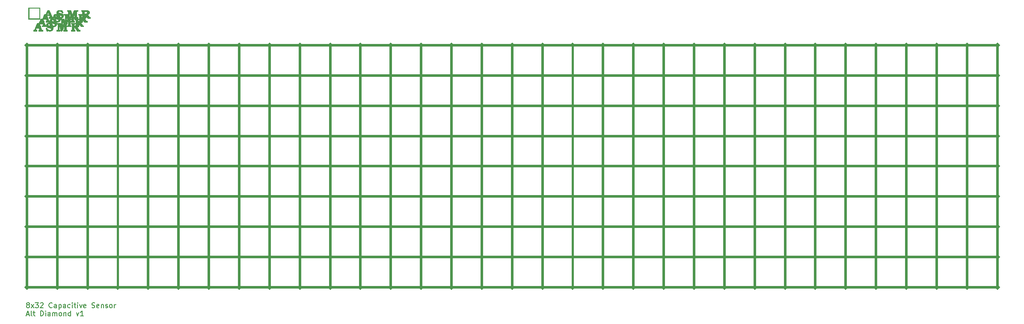
<source format=gto>
G04 #@! TF.GenerationSoftware,KiCad,Pcbnew,6.0.8+dfsg-1~bpo11+1*
G04 #@! TF.CreationDate,2023-03-24T18:55:58-04:00*
G04 #@! TF.ProjectId,captouch_sensor_diamond_alt_fill,63617074-6f75-4636-985f-73656e736f72,rev?*
G04 #@! TF.SameCoordinates,Original*
G04 #@! TF.FileFunction,Legend,Top*
G04 #@! TF.FilePolarity,Positive*
%FSLAX46Y46*%
G04 Gerber Fmt 4.6, Leading zero omitted, Abs format (unit mm)*
G04 Created by KiCad (PCBNEW 6.0.8+dfsg-1~bpo11+1) date 2023-03-24 18:55:58*
%MOMM*%
%LPD*%
G01*
G04 APERTURE LIST*
%ADD10C,0.150000*%
%ADD11C,0.500000*%
%ADD12C,0.010000*%
G04 APERTURE END LIST*
D10*
X63128452Y-107275952D02*
X63033214Y-107228333D01*
X62985595Y-107180714D01*
X62937976Y-107085476D01*
X62937976Y-107037857D01*
X62985595Y-106942619D01*
X63033214Y-106895000D01*
X63128452Y-106847380D01*
X63318928Y-106847380D01*
X63414166Y-106895000D01*
X63461785Y-106942619D01*
X63509404Y-107037857D01*
X63509404Y-107085476D01*
X63461785Y-107180714D01*
X63414166Y-107228333D01*
X63318928Y-107275952D01*
X63128452Y-107275952D01*
X63033214Y-107323571D01*
X62985595Y-107371190D01*
X62937976Y-107466428D01*
X62937976Y-107656904D01*
X62985595Y-107752142D01*
X63033214Y-107799761D01*
X63128452Y-107847380D01*
X63318928Y-107847380D01*
X63414166Y-107799761D01*
X63461785Y-107752142D01*
X63509404Y-107656904D01*
X63509404Y-107466428D01*
X63461785Y-107371190D01*
X63414166Y-107323571D01*
X63318928Y-107275952D01*
X63842738Y-107847380D02*
X64366547Y-107180714D01*
X63842738Y-107180714D02*
X64366547Y-107847380D01*
X64652261Y-106847380D02*
X65271309Y-106847380D01*
X64937976Y-107228333D01*
X65080833Y-107228333D01*
X65176071Y-107275952D01*
X65223690Y-107323571D01*
X65271309Y-107418809D01*
X65271309Y-107656904D01*
X65223690Y-107752142D01*
X65176071Y-107799761D01*
X65080833Y-107847380D01*
X64795119Y-107847380D01*
X64699880Y-107799761D01*
X64652261Y-107752142D01*
X65652261Y-106942619D02*
X65699880Y-106895000D01*
X65795119Y-106847380D01*
X66033214Y-106847380D01*
X66128452Y-106895000D01*
X66176071Y-106942619D01*
X66223690Y-107037857D01*
X66223690Y-107133095D01*
X66176071Y-107275952D01*
X65604642Y-107847380D01*
X66223690Y-107847380D01*
X67985595Y-107752142D02*
X67937976Y-107799761D01*
X67795119Y-107847380D01*
X67699880Y-107847380D01*
X67557023Y-107799761D01*
X67461785Y-107704523D01*
X67414166Y-107609285D01*
X67366547Y-107418809D01*
X67366547Y-107275952D01*
X67414166Y-107085476D01*
X67461785Y-106990238D01*
X67557023Y-106895000D01*
X67699880Y-106847380D01*
X67795119Y-106847380D01*
X67937976Y-106895000D01*
X67985595Y-106942619D01*
X68842738Y-107847380D02*
X68842738Y-107323571D01*
X68795119Y-107228333D01*
X68699880Y-107180714D01*
X68509404Y-107180714D01*
X68414166Y-107228333D01*
X68842738Y-107799761D02*
X68747500Y-107847380D01*
X68509404Y-107847380D01*
X68414166Y-107799761D01*
X68366547Y-107704523D01*
X68366547Y-107609285D01*
X68414166Y-107514047D01*
X68509404Y-107466428D01*
X68747500Y-107466428D01*
X68842738Y-107418809D01*
X69318928Y-107180714D02*
X69318928Y-108180714D01*
X69318928Y-107228333D02*
X69414166Y-107180714D01*
X69604642Y-107180714D01*
X69699880Y-107228333D01*
X69747500Y-107275952D01*
X69795119Y-107371190D01*
X69795119Y-107656904D01*
X69747500Y-107752142D01*
X69699880Y-107799761D01*
X69604642Y-107847380D01*
X69414166Y-107847380D01*
X69318928Y-107799761D01*
X70652261Y-107847380D02*
X70652261Y-107323571D01*
X70604642Y-107228333D01*
X70509404Y-107180714D01*
X70318928Y-107180714D01*
X70223690Y-107228333D01*
X70652261Y-107799761D02*
X70557023Y-107847380D01*
X70318928Y-107847380D01*
X70223690Y-107799761D01*
X70176071Y-107704523D01*
X70176071Y-107609285D01*
X70223690Y-107514047D01*
X70318928Y-107466428D01*
X70557023Y-107466428D01*
X70652261Y-107418809D01*
X71557023Y-107799761D02*
X71461785Y-107847380D01*
X71271309Y-107847380D01*
X71176071Y-107799761D01*
X71128452Y-107752142D01*
X71080833Y-107656904D01*
X71080833Y-107371190D01*
X71128452Y-107275952D01*
X71176071Y-107228333D01*
X71271309Y-107180714D01*
X71461785Y-107180714D01*
X71557023Y-107228333D01*
X71985595Y-107847380D02*
X71985595Y-107180714D01*
X71985595Y-106847380D02*
X71937976Y-106895000D01*
X71985595Y-106942619D01*
X72033214Y-106895000D01*
X71985595Y-106847380D01*
X71985595Y-106942619D01*
X72318928Y-107180714D02*
X72699880Y-107180714D01*
X72461785Y-106847380D02*
X72461785Y-107704523D01*
X72509404Y-107799761D01*
X72604642Y-107847380D01*
X72699880Y-107847380D01*
X73033214Y-107847380D02*
X73033214Y-107180714D01*
X73033214Y-106847380D02*
X72985595Y-106895000D01*
X73033214Y-106942619D01*
X73080833Y-106895000D01*
X73033214Y-106847380D01*
X73033214Y-106942619D01*
X73414166Y-107180714D02*
X73652261Y-107847380D01*
X73890357Y-107180714D01*
X74652261Y-107799761D02*
X74557023Y-107847380D01*
X74366547Y-107847380D01*
X74271309Y-107799761D01*
X74223690Y-107704523D01*
X74223690Y-107323571D01*
X74271309Y-107228333D01*
X74366547Y-107180714D01*
X74557023Y-107180714D01*
X74652261Y-107228333D01*
X74699880Y-107323571D01*
X74699880Y-107418809D01*
X74223690Y-107514047D01*
X75842738Y-107799761D02*
X75985595Y-107847380D01*
X76223690Y-107847380D01*
X76318928Y-107799761D01*
X76366547Y-107752142D01*
X76414166Y-107656904D01*
X76414166Y-107561666D01*
X76366547Y-107466428D01*
X76318928Y-107418809D01*
X76223690Y-107371190D01*
X76033214Y-107323571D01*
X75937976Y-107275952D01*
X75890357Y-107228333D01*
X75842738Y-107133095D01*
X75842738Y-107037857D01*
X75890357Y-106942619D01*
X75937976Y-106895000D01*
X76033214Y-106847380D01*
X76271309Y-106847380D01*
X76414166Y-106895000D01*
X77223690Y-107799761D02*
X77128452Y-107847380D01*
X76937976Y-107847380D01*
X76842738Y-107799761D01*
X76795119Y-107704523D01*
X76795119Y-107323571D01*
X76842738Y-107228333D01*
X76937976Y-107180714D01*
X77128452Y-107180714D01*
X77223690Y-107228333D01*
X77271309Y-107323571D01*
X77271309Y-107418809D01*
X76795119Y-107514047D01*
X77699880Y-107180714D02*
X77699880Y-107847380D01*
X77699880Y-107275952D02*
X77747500Y-107228333D01*
X77842738Y-107180714D01*
X77985595Y-107180714D01*
X78080833Y-107228333D01*
X78128452Y-107323571D01*
X78128452Y-107847380D01*
X78557023Y-107799761D02*
X78652261Y-107847380D01*
X78842738Y-107847380D01*
X78937976Y-107799761D01*
X78985595Y-107704523D01*
X78985595Y-107656904D01*
X78937976Y-107561666D01*
X78842738Y-107514047D01*
X78699880Y-107514047D01*
X78604642Y-107466428D01*
X78557023Y-107371190D01*
X78557023Y-107323571D01*
X78604642Y-107228333D01*
X78699880Y-107180714D01*
X78842738Y-107180714D01*
X78937976Y-107228333D01*
X79557023Y-107847380D02*
X79461785Y-107799761D01*
X79414166Y-107752142D01*
X79366547Y-107656904D01*
X79366547Y-107371190D01*
X79414166Y-107275952D01*
X79461785Y-107228333D01*
X79557023Y-107180714D01*
X79699880Y-107180714D01*
X79795119Y-107228333D01*
X79842738Y-107275952D01*
X79890357Y-107371190D01*
X79890357Y-107656904D01*
X79842738Y-107752142D01*
X79795119Y-107799761D01*
X79699880Y-107847380D01*
X79557023Y-107847380D01*
X80318928Y-107847380D02*
X80318928Y-107180714D01*
X80318928Y-107371190D02*
X80366547Y-107275952D01*
X80414166Y-107228333D01*
X80509404Y-107180714D01*
X80604642Y-107180714D01*
X62937976Y-109171666D02*
X63414166Y-109171666D01*
X62842738Y-109457380D02*
X63176071Y-108457380D01*
X63509404Y-109457380D01*
X63985595Y-109457380D02*
X63890357Y-109409761D01*
X63842738Y-109314523D01*
X63842738Y-108457380D01*
X64223690Y-108790714D02*
X64604642Y-108790714D01*
X64366547Y-108457380D02*
X64366547Y-109314523D01*
X64414166Y-109409761D01*
X64509404Y-109457380D01*
X64604642Y-109457380D01*
X65699880Y-109457380D02*
X65699880Y-108457380D01*
X65937976Y-108457380D01*
X66080833Y-108505000D01*
X66176071Y-108600238D01*
X66223690Y-108695476D01*
X66271309Y-108885952D01*
X66271309Y-109028809D01*
X66223690Y-109219285D01*
X66176071Y-109314523D01*
X66080833Y-109409761D01*
X65937976Y-109457380D01*
X65699880Y-109457380D01*
X66699880Y-109457380D02*
X66699880Y-108790714D01*
X66699880Y-108457380D02*
X66652261Y-108505000D01*
X66699880Y-108552619D01*
X66747500Y-108505000D01*
X66699880Y-108457380D01*
X66699880Y-108552619D01*
X67604642Y-109457380D02*
X67604642Y-108933571D01*
X67557023Y-108838333D01*
X67461785Y-108790714D01*
X67271309Y-108790714D01*
X67176071Y-108838333D01*
X67604642Y-109409761D02*
X67509404Y-109457380D01*
X67271309Y-109457380D01*
X67176071Y-109409761D01*
X67128452Y-109314523D01*
X67128452Y-109219285D01*
X67176071Y-109124047D01*
X67271309Y-109076428D01*
X67509404Y-109076428D01*
X67604642Y-109028809D01*
X68080833Y-109457380D02*
X68080833Y-108790714D01*
X68080833Y-108885952D02*
X68128452Y-108838333D01*
X68223690Y-108790714D01*
X68366547Y-108790714D01*
X68461785Y-108838333D01*
X68509404Y-108933571D01*
X68509404Y-109457380D01*
X68509404Y-108933571D02*
X68557023Y-108838333D01*
X68652261Y-108790714D01*
X68795119Y-108790714D01*
X68890357Y-108838333D01*
X68937976Y-108933571D01*
X68937976Y-109457380D01*
X69557023Y-109457380D02*
X69461785Y-109409761D01*
X69414166Y-109362142D01*
X69366547Y-109266904D01*
X69366547Y-108981190D01*
X69414166Y-108885952D01*
X69461785Y-108838333D01*
X69557023Y-108790714D01*
X69699880Y-108790714D01*
X69795119Y-108838333D01*
X69842738Y-108885952D01*
X69890357Y-108981190D01*
X69890357Y-109266904D01*
X69842738Y-109362142D01*
X69795119Y-109409761D01*
X69699880Y-109457380D01*
X69557023Y-109457380D01*
X70318928Y-108790714D02*
X70318928Y-109457380D01*
X70318928Y-108885952D02*
X70366547Y-108838333D01*
X70461785Y-108790714D01*
X70604642Y-108790714D01*
X70699880Y-108838333D01*
X70747500Y-108933571D01*
X70747500Y-109457380D01*
X71652261Y-109457380D02*
X71652261Y-108457380D01*
X71652261Y-109409761D02*
X71557023Y-109457380D01*
X71366547Y-109457380D01*
X71271309Y-109409761D01*
X71223690Y-109362142D01*
X71176071Y-109266904D01*
X71176071Y-108981190D01*
X71223690Y-108885952D01*
X71271309Y-108838333D01*
X71366547Y-108790714D01*
X71557023Y-108790714D01*
X71652261Y-108838333D01*
X72795119Y-108790714D02*
X73033214Y-109457380D01*
X73271309Y-108790714D01*
X74176071Y-109457380D02*
X73604642Y-109457380D01*
X73890357Y-109457380D02*
X73890357Y-108457380D01*
X73795119Y-108600238D01*
X73699880Y-108695476D01*
X73604642Y-108743095D01*
D11*
X62750000Y-97775000D02*
X255250000Y-97775000D01*
X87000000Y-55525000D02*
X87000000Y-104025000D01*
X255000000Y-55525000D02*
X255000000Y-104025000D01*
X141000000Y-55525000D02*
X141000000Y-104025000D01*
X183000000Y-55525000D02*
X183000000Y-104025000D01*
X62750000Y-73775000D02*
X255250000Y-73775000D01*
X207000000Y-55525000D02*
X207000000Y-104025000D01*
X237000000Y-55525000D02*
X237000000Y-104025000D01*
X105000000Y-55525000D02*
X105000000Y-104025000D01*
X231000000Y-55525000D02*
X231000000Y-104025000D01*
X123000000Y-55525000D02*
X123000000Y-104025000D01*
X147000000Y-55525000D02*
X147000000Y-104025000D01*
X159000000Y-55525000D02*
X159000000Y-104025000D01*
X189000000Y-55525000D02*
X189000000Y-104025000D01*
X117000000Y-55525000D02*
X117000000Y-104025000D01*
X249000000Y-55525000D02*
X249000000Y-104025000D01*
X219000000Y-55525000D02*
X219000000Y-104025000D01*
X129000000Y-55525000D02*
X129000000Y-104025000D01*
X62750000Y-85775000D02*
X255250000Y-85775000D01*
X201000000Y-55525000D02*
X201000000Y-104025000D01*
X99000000Y-55525000D02*
X99000000Y-104025000D01*
X62750000Y-61775000D02*
X255250000Y-61775000D01*
X81000000Y-55525000D02*
X81000000Y-104025000D01*
X62750000Y-79775000D02*
X255250000Y-79775000D01*
X171000000Y-55525000D02*
X171000000Y-104025000D01*
X243000000Y-55525000D02*
X243000000Y-104025000D01*
X225000000Y-55525000D02*
X225000000Y-104025000D01*
X62750000Y-55775000D02*
X255250000Y-55775000D01*
X62750000Y-91775000D02*
X255250000Y-91775000D01*
X213000000Y-55525000D02*
X213000000Y-104025000D01*
X63000000Y-55525000D02*
X63000000Y-104025000D01*
X75000000Y-55525000D02*
X75000000Y-104025000D01*
X62750000Y-67775000D02*
X255250000Y-67775000D01*
X135000000Y-55525000D02*
X135000000Y-104025000D01*
X195000000Y-55525000D02*
X195000000Y-104025000D01*
X62750000Y-103775000D02*
X255250000Y-103775000D01*
X111000000Y-55525000D02*
X111000000Y-104025000D01*
X153000000Y-55525000D02*
X153000000Y-104025000D01*
X93000000Y-55525000D02*
X93000000Y-104025000D01*
X177000000Y-55525000D02*
X177000000Y-104025000D01*
X69000000Y-55525000D02*
X69000000Y-104025000D01*
X165000000Y-55525000D02*
X165000000Y-104025000D01*
G36*
X67535302Y-50765591D02*
G01*
X67561199Y-50716058D01*
X67584275Y-50681010D01*
X67599439Y-50661955D01*
X67618729Y-50640751D01*
X67640650Y-50618827D01*
X67663705Y-50597615D01*
X67686398Y-50578546D01*
X67707233Y-50563050D01*
X67708495Y-50562196D01*
X67758272Y-50532476D01*
X67812501Y-50507083D01*
X67870322Y-50486313D01*
X67930877Y-50470467D01*
X67993304Y-50459842D01*
X68008005Y-50458151D01*
X68028515Y-50456626D01*
X68053379Y-50455761D01*
X68081108Y-50455518D01*
X68110212Y-50455859D01*
X68139204Y-50456748D01*
X68166593Y-50458148D01*
X68190891Y-50460022D01*
X68210610Y-50462332D01*
X68216787Y-50463352D01*
X68268135Y-50474263D01*
X68316567Y-50487362D01*
X68361290Y-50502363D01*
X68401510Y-50518981D01*
X68436436Y-50536932D01*
X68456152Y-50549338D01*
X68463002Y-50553087D01*
X68467426Y-50553775D01*
X68467702Y-50553583D01*
X68469721Y-50549713D01*
X68473433Y-50541006D01*
X68478248Y-50528886D01*
X68481988Y-50519058D01*
X68483963Y-50513776D01*
X68648435Y-50513776D01*
X68649449Y-50517712D01*
X68652353Y-50527297D01*
X68656940Y-50541906D01*
X68663006Y-50560911D01*
X68670342Y-50583688D01*
X68678744Y-50609609D01*
X68688005Y-50638049D01*
X68697918Y-50668381D01*
X68708278Y-50699980D01*
X68718878Y-50732219D01*
X68729513Y-50764471D01*
X68739975Y-50796112D01*
X68750059Y-50826514D01*
X68759559Y-50855052D01*
X68768268Y-50881099D01*
X68775979Y-50904030D01*
X68782488Y-50923217D01*
X68787587Y-50938035D01*
X68791071Y-50947858D01*
X68792733Y-50952060D01*
X68792812Y-50952166D01*
X68798298Y-50954209D01*
X68808955Y-50956927D01*
X68823353Y-50960048D01*
X68840065Y-50963297D01*
X68857662Y-50966401D01*
X68874718Y-50969085D01*
X68889804Y-50971076D01*
X68893403Y-50971464D01*
X68919225Y-50973047D01*
X68948376Y-50973148D01*
X68978446Y-50971876D01*
X69007027Y-50969337D01*
X69031709Y-50965641D01*
X69034188Y-50965146D01*
X69075727Y-50954125D01*
X69113386Y-50939112D01*
X69146784Y-50920431D01*
X69175543Y-50898403D01*
X69199282Y-50873350D01*
X69217622Y-50845594D01*
X69230184Y-50815456D01*
X69235057Y-50794824D01*
X69237795Y-50766384D01*
X69235725Y-50740851D01*
X69228603Y-50717933D01*
X69216183Y-50697339D01*
X69198217Y-50678779D01*
X69174461Y-50661962D01*
X69144668Y-50646597D01*
X69108593Y-50632394D01*
X69093220Y-50627252D01*
X69084376Y-50624619D01*
X69070336Y-50620702D01*
X69051732Y-50615661D01*
X69029196Y-50609657D01*
X69003360Y-50602853D01*
X68974856Y-50595409D01*
X68944316Y-50587486D01*
X68912371Y-50579245D01*
X68879654Y-50570849D01*
X68846796Y-50562457D01*
X68814430Y-50554232D01*
X68783187Y-50546334D01*
X68753699Y-50538925D01*
X68726599Y-50532165D01*
X68702517Y-50526217D01*
X68682086Y-50521241D01*
X68665938Y-50517398D01*
X68654705Y-50514850D01*
X68649018Y-50513759D01*
X68648435Y-50513776D01*
X68483963Y-50513776D01*
X68494082Y-50486724D01*
X68518766Y-50485627D01*
X68543449Y-50484529D01*
X68503454Y-50470377D01*
X68450458Y-50449109D01*
X68403189Y-50424742D01*
X68361347Y-50397027D01*
X68324633Y-50365717D01*
X68292749Y-50330562D01*
X68265394Y-50291314D01*
X68246632Y-50256927D01*
X68227587Y-50210467D01*
X68214169Y-50161289D01*
X68206349Y-50110202D01*
X68204100Y-50058015D01*
X68207391Y-50005536D01*
X68216195Y-49953574D01*
X68219048Y-49943462D01*
X68570112Y-49943462D01*
X68570433Y-49959479D01*
X68571663Y-49971128D01*
X68574199Y-49980689D01*
X68578287Y-49990122D01*
X68589452Y-50007974D01*
X68604888Y-50024346D01*
X68624949Y-50039417D01*
X68649990Y-50053366D01*
X68680367Y-50066372D01*
X68716434Y-50078615D01*
X68758547Y-50090273D01*
X68793348Y-50098525D01*
X68816420Y-50103632D01*
X68833774Y-50107338D01*
X68846178Y-50109767D01*
X68854401Y-50111048D01*
X68859212Y-50111306D01*
X68861382Y-50110669D01*
X68861741Y-50109778D01*
X68860749Y-50106406D01*
X68857953Y-50097524D01*
X68853621Y-50083958D01*
X68848021Y-50066535D01*
X68841421Y-50046079D01*
X68834090Y-50023417D01*
X68826296Y-49999375D01*
X68818307Y-49974778D01*
X68810391Y-49950453D01*
X68802817Y-49927224D01*
X68795853Y-49905918D01*
X68789767Y-49887361D01*
X68784827Y-49872379D01*
X68781301Y-49861796D01*
X68779459Y-49856440D01*
X68779407Y-49856301D01*
X68782025Y-49853995D01*
X68790708Y-49849941D01*
X68805126Y-49844269D01*
X68824948Y-49837107D01*
X68849843Y-49828584D01*
X68856425Y-49826387D01*
X68877816Y-49819162D01*
X68896795Y-49812529D01*
X68911268Y-49807255D01*
X68965060Y-49807255D01*
X68966907Y-49812211D01*
X68972073Y-49821742D01*
X68980000Y-49835001D01*
X68990126Y-49851144D01*
X69001893Y-49869323D01*
X69014740Y-49888693D01*
X69028108Y-49908408D01*
X69041436Y-49927623D01*
X69054166Y-49945491D01*
X69065736Y-49961167D01*
X69073965Y-49971792D01*
X69119604Y-50024111D01*
X69168143Y-50070479D01*
X69219537Y-50110866D01*
X69273740Y-50145243D01*
X69330708Y-50173581D01*
X69390395Y-50195849D01*
X69441927Y-50209693D01*
X69490720Y-50218367D01*
X69539864Y-50222822D01*
X69587816Y-50223018D01*
X69633035Y-50218915D01*
X69654106Y-50215245D01*
X69695646Y-50204223D01*
X69733305Y-50189211D01*
X69766703Y-50170530D01*
X69795461Y-50148502D01*
X69819201Y-50123449D01*
X69837541Y-50095692D01*
X69850103Y-50065555D01*
X69854976Y-50044922D01*
X69857707Y-50016415D01*
X69855600Y-49990816D01*
X69848412Y-49967839D01*
X69835903Y-49947198D01*
X69817830Y-49928607D01*
X69793951Y-49911781D01*
X69764026Y-49896433D01*
X69727812Y-49882279D01*
X69713295Y-49877455D01*
X69702541Y-49874215D01*
X69687123Y-49869843D01*
X69667830Y-49864541D01*
X69645454Y-49858513D01*
X69620786Y-49851963D01*
X69594615Y-49845094D01*
X69567733Y-49838108D01*
X69540930Y-49831211D01*
X69514996Y-49824605D01*
X69490723Y-49818493D01*
X69468901Y-49813079D01*
X69450320Y-49808566D01*
X69435771Y-49805158D01*
X69426046Y-49803059D01*
X69421933Y-49802471D01*
X69421893Y-49802483D01*
X69422357Y-49805760D01*
X69424700Y-49814691D01*
X69428718Y-49828599D01*
X69434206Y-49846807D01*
X69440958Y-49868637D01*
X69448770Y-49893414D01*
X69457436Y-49920458D01*
X69460562Y-49930117D01*
X69469541Y-49957831D01*
X69477840Y-49983533D01*
X69485242Y-50006540D01*
X69491527Y-50026169D01*
X69496478Y-50041737D01*
X69499875Y-50052562D01*
X69501500Y-50057959D01*
X69501610Y-50058434D01*
X69498629Y-50059972D01*
X69490370Y-50063416D01*
X69477818Y-50068398D01*
X69461960Y-50074546D01*
X69443782Y-50081491D01*
X69424271Y-50088863D01*
X69404413Y-50096293D01*
X69385194Y-50103410D01*
X69367601Y-50109844D01*
X69352620Y-50115226D01*
X69341237Y-50119186D01*
X69334439Y-50121354D01*
X69333034Y-50121649D01*
X69330103Y-50119059D01*
X69324028Y-50112000D01*
X69315568Y-50101411D01*
X69305481Y-50088227D01*
X69300016Y-50080888D01*
X69276656Y-50049587D01*
X69256084Y-50022847D01*
X69237447Y-49999645D01*
X69219891Y-49978959D01*
X69202565Y-49959766D01*
X69184616Y-49941044D01*
X69176970Y-49933358D01*
X69148955Y-49906909D01*
X69122012Y-49884811D01*
X69094043Y-49865550D01*
X69062953Y-49847614D01*
X69046365Y-49839060D01*
X69031161Y-49831765D01*
X69015250Y-49824651D01*
X68999776Y-49818163D01*
X68985879Y-49812749D01*
X68974704Y-49808855D01*
X68967393Y-49806929D01*
X68965060Y-49807255D01*
X68911268Y-49807255D01*
X68912542Y-49806791D01*
X68924241Y-49802254D01*
X68931070Y-49799222D01*
X68932479Y-49798085D01*
X68926811Y-49795605D01*
X68915404Y-49792870D01*
X68899174Y-49790042D01*
X68879033Y-49787284D01*
X68858911Y-49785053D01*
X68817848Y-49783151D01*
X68777145Y-49785457D01*
X68737745Y-49791711D01*
X68700589Y-49801654D01*
X68666618Y-49815029D01*
X68636774Y-49831575D01*
X68611998Y-49851035D01*
X68609282Y-49853682D01*
X68592300Y-49872566D01*
X68580680Y-49890548D01*
X68573664Y-49909366D01*
X68570493Y-49930757D01*
X68570112Y-49943462D01*
X68219048Y-49943462D01*
X68230483Y-49902938D01*
X68250225Y-49854438D01*
X68261754Y-49831929D01*
X68284088Y-49796248D01*
X68311548Y-49760480D01*
X68342776Y-49726094D01*
X68376415Y-49694559D01*
X68411109Y-49667343D01*
X68418402Y-49662314D01*
X68465763Y-49633932D01*
X68517639Y-49609207D01*
X68572631Y-49588714D01*
X68629343Y-49573033D01*
X68640103Y-49570665D01*
X68672796Y-49564442D01*
X68704372Y-49559958D01*
X68736601Y-49557072D01*
X68771252Y-49555641D01*
X68810095Y-49555521D01*
X68824743Y-49555757D01*
X68894175Y-49557159D01*
X68884630Y-49541646D01*
X68864420Y-49503532D01*
X68847783Y-49461281D01*
X68835281Y-49416707D01*
X68827480Y-49371621D01*
X68825682Y-49352115D01*
X68824708Y-49293073D01*
X68829785Y-49236743D01*
X68840969Y-49182927D01*
X68858314Y-49131426D01*
X68881874Y-49082044D01*
X68911704Y-49034583D01*
X68914100Y-49031227D01*
X68929265Y-49012172D01*
X68948555Y-48990967D01*
X68970476Y-48969043D01*
X68993530Y-48947831D01*
X69016223Y-48928762D01*
X69037059Y-48913267D01*
X69038321Y-48912412D01*
X69088098Y-48882693D01*
X69142326Y-48857299D01*
X69200148Y-48836530D01*
X69260702Y-48820683D01*
X69323130Y-48810059D01*
X69337830Y-48808367D01*
X69358340Y-48806843D01*
X69383204Y-48805978D01*
X69410933Y-48805734D01*
X69440038Y-48806076D01*
X69469029Y-48806965D01*
X69496418Y-48808365D01*
X69520717Y-48810238D01*
X69540435Y-48812548D01*
X69546613Y-48813568D01*
X69597961Y-48824480D01*
X69646393Y-48837578D01*
X69691115Y-48852579D01*
X69731336Y-48869197D01*
X69766261Y-48887148D01*
X69785978Y-48899554D01*
X69792828Y-48903304D01*
X69797252Y-48903992D01*
X69797527Y-48903800D01*
X69799547Y-48899930D01*
X69803262Y-48891224D01*
X69808081Y-48879105D01*
X69811825Y-48869274D01*
X69823930Y-48836940D01*
X69969100Y-48836940D01*
X70045337Y-49071818D01*
X70057668Y-49109832D01*
X70069379Y-49145985D01*
X70080311Y-49179779D01*
X70090302Y-49210716D01*
X70099193Y-49238297D01*
X70106823Y-49262026D01*
X70113032Y-49281404D01*
X70117659Y-49295934D01*
X70120545Y-49305117D01*
X70121529Y-49308454D01*
X70118548Y-49310005D01*
X70110289Y-49313462D01*
X70097738Y-49318457D01*
X70081881Y-49324618D01*
X70063704Y-49331574D01*
X70044193Y-49338957D01*
X70024335Y-49346395D01*
X70005116Y-49353518D01*
X69987522Y-49359956D01*
X69972540Y-49365339D01*
X69961155Y-49369296D01*
X69954355Y-49371457D01*
X69952953Y-49371748D01*
X69950021Y-49369157D01*
X69943946Y-49362099D01*
X69935486Y-49351509D01*
X69925400Y-49338325D01*
X69919935Y-49330986D01*
X69882724Y-49282005D01*
X69847859Y-49239089D01*
X69815221Y-49202110D01*
X69784691Y-49170941D01*
X69756150Y-49145454D01*
X69729480Y-49125520D01*
X69727943Y-49124502D01*
X69679881Y-49096062D01*
X69630453Y-49072835D01*
X69580220Y-49054895D01*
X69529743Y-49042311D01*
X69479580Y-49035156D01*
X69430294Y-49033502D01*
X69382445Y-49037419D01*
X69336592Y-49046979D01*
X69293297Y-49062254D01*
X69281773Y-49067534D01*
X69253574Y-49083836D01*
X69229524Y-49103245D01*
X69210492Y-49124954D01*
X69199117Y-49144171D01*
X69194502Y-49155038D01*
X69191750Y-49164954D01*
X69190411Y-49176372D01*
X69190033Y-49191746D01*
X69190031Y-49193560D01*
X69190352Y-49209577D01*
X69191581Y-49221226D01*
X69194118Y-49230787D01*
X69198205Y-49240221D01*
X69208210Y-49256733D01*
X69221547Y-49271824D01*
X69238650Y-49285704D01*
X69259953Y-49298583D01*
X69285890Y-49310672D01*
X69316896Y-49322181D01*
X69353404Y-49333321D01*
X69395849Y-49344303D01*
X69428046Y-49351726D01*
X69459769Y-49358977D01*
X69495669Y-49367580D01*
X69534862Y-49377298D01*
X69576464Y-49387891D01*
X69619593Y-49399119D01*
X69663364Y-49410743D01*
X69706894Y-49422524D01*
X69749300Y-49434223D01*
X69789698Y-49445600D01*
X69827204Y-49456417D01*
X69860935Y-49466433D01*
X69890008Y-49475410D01*
X69913538Y-49483108D01*
X69914936Y-49483587D01*
X69969568Y-49504891D01*
X70018437Y-49529345D01*
X70061713Y-49557062D01*
X70099568Y-49588156D01*
X70132173Y-49622743D01*
X70141852Y-49634999D01*
X70154701Y-49654084D01*
X70168087Y-49677516D01*
X70180962Y-49703166D01*
X70192279Y-49728906D01*
X70200990Y-49752608D01*
X70203016Y-49759270D01*
X70214396Y-49810512D01*
X70220253Y-49864137D01*
X70220611Y-49918830D01*
X70215495Y-49973278D01*
X70204929Y-50026167D01*
X70197605Y-50051632D01*
X70176833Y-50105941D01*
X70150362Y-50157074D01*
X70118457Y-50204834D01*
X70081381Y-50249027D01*
X70039399Y-50289456D01*
X69992774Y-50325925D01*
X69941771Y-50358238D01*
X69886654Y-50386198D01*
X69827687Y-50409611D01*
X69765133Y-50428280D01*
X69699258Y-50442008D01*
X69665095Y-50446966D01*
X69645457Y-50449020D01*
X69624053Y-50450629D01*
X69604135Y-50451573D01*
X69594735Y-50451729D01*
X69562576Y-50451729D01*
X69573562Y-50480977D01*
X69583025Y-50508362D01*
X69590068Y-50534346D01*
X69594968Y-50560657D01*
X69598004Y-50589024D01*
X69599453Y-50621176D01*
X69599677Y-50643370D01*
X69599234Y-50676648D01*
X69597736Y-50705086D01*
X69594935Y-50730463D01*
X69590585Y-50754554D01*
X69584439Y-50779137D01*
X69577709Y-50801461D01*
X69556931Y-50855791D01*
X69530455Y-50906942D01*
X69498545Y-50954717D01*
X69461466Y-50998921D01*
X69419481Y-51039358D01*
X69372853Y-51075833D01*
X69321845Y-51108149D01*
X69266722Y-51136111D01*
X69207746Y-51159524D01*
X69145182Y-51178191D01*
X69079292Y-51191918D01*
X69045177Y-51196868D01*
X69023837Y-51198875D01*
X68997643Y-51200323D01*
X68968382Y-51201201D01*
X68937843Y-51201498D01*
X68907815Y-51201203D01*
X68880086Y-51200304D01*
X68856444Y-51198791D01*
X68849111Y-51198075D01*
X68799549Y-51190986D01*
X68749815Y-51180754D01*
X68701094Y-51167760D01*
X68654569Y-51152384D01*
X68611428Y-51135005D01*
X68572852Y-51116005D01*
X68548833Y-51101704D01*
X68538410Y-51095455D01*
X68530111Y-51091445D01*
X68525457Y-51090389D01*
X68525099Y-51090594D01*
X68522543Y-51095660D01*
X68520576Y-51102116D01*
X68520004Y-51105332D01*
X68520554Y-51107996D01*
X68523064Y-51110541D01*
X68528369Y-51113399D01*
X68537307Y-51117000D01*
X68550714Y-51121779D01*
X68569426Y-51128165D01*
X68574059Y-51129734D01*
X68626582Y-51149402D01*
X68673135Y-51170915D01*
X68714239Y-51194615D01*
X68750418Y-51220842D01*
X68782195Y-51249936D01*
X68810091Y-51282239D01*
X68812027Y-51284782D01*
X68824598Y-51303438D01*
X68837794Y-51326445D01*
X68850574Y-51351699D01*
X68861897Y-51377096D01*
X68870723Y-51400535D01*
X68873141Y-51408270D01*
X68881383Y-51436599D01*
X68881561Y-51395771D01*
X68881738Y-51354943D01*
X69611332Y-51354943D01*
X69646270Y-51462429D01*
X69655598Y-51491139D01*
X69666471Y-51524623D01*
X69678382Y-51561316D01*
X69690820Y-51599649D01*
X69703279Y-51638056D01*
X69715249Y-51674971D01*
X69724913Y-51704784D01*
X69734223Y-51733427D01*
X69742940Y-51760076D01*
X69750844Y-51784069D01*
X69757713Y-51804743D01*
X69763326Y-51821436D01*
X69767463Y-51833483D01*
X69769903Y-51840223D01*
X69770447Y-51841433D01*
X69773424Y-51840096D01*
X69779420Y-51834861D01*
X69786693Y-51827339D01*
X69797262Y-51813571D01*
X69805087Y-51797950D01*
X69810815Y-51778853D01*
X69814824Y-51756557D01*
X69815321Y-51749653D01*
X69815782Y-51736278D01*
X69816206Y-51716626D01*
X69816592Y-51690891D01*
X69816939Y-51659270D01*
X69817245Y-51621955D01*
X69817509Y-51579141D01*
X69817729Y-51531023D01*
X69817905Y-51477796D01*
X69818034Y-51419654D01*
X69818116Y-51356791D01*
X69818149Y-51289402D01*
X69818150Y-51278287D01*
X69818125Y-51210196D01*
X69818051Y-51146601D01*
X69817929Y-51087695D01*
X69817760Y-51033674D01*
X69817547Y-50984731D01*
X69817290Y-50941061D01*
X69816990Y-50902859D01*
X69816650Y-50870320D01*
X69816599Y-50866674D01*
X70048729Y-50866674D01*
X70049532Y-51309949D01*
X70049648Y-51375204D01*
X70049758Y-51434137D01*
X70049875Y-51487096D01*
X70050014Y-51534425D01*
X70050188Y-51576469D01*
X70050411Y-51613573D01*
X70050698Y-51646083D01*
X70051061Y-51674345D01*
X70051516Y-51698702D01*
X70052075Y-51719501D01*
X70052753Y-51737087D01*
X70053564Y-51751805D01*
X70054521Y-51764001D01*
X70055639Y-51774019D01*
X70056932Y-51782205D01*
X70058413Y-51788904D01*
X70060096Y-51794461D01*
X70061995Y-51799223D01*
X70064124Y-51803532D01*
X70066497Y-51807737D01*
X70069129Y-51812180D01*
X70069818Y-51813351D01*
X70075848Y-51822091D01*
X70083256Y-51830784D01*
X70090451Y-51837765D01*
X70095844Y-51841368D01*
X70096750Y-51841546D01*
X70097937Y-51838471D01*
X70101049Y-51829594D01*
X70105908Y-51815439D01*
X70112339Y-51796532D01*
X70120163Y-51773395D01*
X70129204Y-51746554D01*
X70139284Y-51716532D01*
X70150227Y-51683853D01*
X70161855Y-51649042D01*
X70166494Y-51635131D01*
X70235299Y-51428716D01*
X70151288Y-51175632D01*
X70565485Y-51175632D01*
X70565521Y-51175800D01*
X70566869Y-51179963D01*
X70569976Y-51189612D01*
X70574565Y-51203885D01*
X70580360Y-51221922D01*
X70587082Y-51242859D01*
X70594457Y-51265838D01*
X70594976Y-51267455D01*
X70623046Y-51354943D01*
X70699908Y-51354943D01*
X70730415Y-51263289D01*
X70760922Y-51171634D01*
X70662529Y-51171634D01*
X70633241Y-51171691D01*
X70610047Y-51171879D01*
X70592375Y-51172221D01*
X70579654Y-51172743D01*
X70571312Y-51173470D01*
X70566780Y-51174424D01*
X70565485Y-51175632D01*
X70151288Y-51175632D01*
X70048729Y-50866674D01*
X69816599Y-50866674D01*
X69816270Y-50843637D01*
X69815852Y-50823005D01*
X69815396Y-50808619D01*
X69814905Y-50800673D01*
X69814824Y-50800016D01*
X69810425Y-50776053D01*
X69804518Y-50757116D01*
X69796495Y-50741626D01*
X69787985Y-50730475D01*
X69772536Y-50716789D01*
X69752012Y-50705239D01*
X69726084Y-50695708D01*
X69694425Y-50688083D01*
X69656708Y-50682248D01*
X69647471Y-50681183D01*
X69611642Y-50677279D01*
X69611642Y-50485057D01*
X70341208Y-50485057D01*
X70377763Y-50597543D01*
X70388491Y-50630571D01*
X70400539Y-50667683D01*
X70413245Y-50706846D01*
X70425950Y-50746025D01*
X70437995Y-50783186D01*
X70448719Y-50816294D01*
X70449923Y-50820014D01*
X70458339Y-50845866D01*
X70466193Y-50869713D01*
X70473230Y-50890807D01*
X70479199Y-50908404D01*
X70483848Y-50921757D01*
X70486923Y-50930120D01*
X70488094Y-50932731D01*
X70491621Y-50932329D01*
X70497117Y-50927383D01*
X70503527Y-50919293D01*
X70509798Y-50909456D01*
X70514876Y-50899270D01*
X70516439Y-50895109D01*
X70519554Y-50883641D01*
X70522657Y-50869024D01*
X70524731Y-50856675D01*
X70525227Y-50849771D01*
X70525688Y-50836396D01*
X70526113Y-50816744D01*
X70526499Y-50791010D01*
X70526846Y-50759388D01*
X70527152Y-50722073D01*
X70527416Y-50679259D01*
X70527636Y-50631141D01*
X70527812Y-50577914D01*
X70527941Y-50519772D01*
X70528023Y-50456909D01*
X70528032Y-50438461D01*
X70758527Y-50438461D01*
X70758568Y-50493012D01*
X70758658Y-50544997D01*
X70758795Y-50594022D01*
X70758977Y-50639692D01*
X70759201Y-50681614D01*
X70759464Y-50719393D01*
X70759764Y-50752635D01*
X70760099Y-50780946D01*
X70760465Y-50803932D01*
X70760860Y-50821198D01*
X70761282Y-50832350D01*
X70761458Y-50835012D01*
X70764852Y-50864662D01*
X70769846Y-50888651D01*
X70776856Y-50907874D01*
X70786297Y-50923228D01*
X70798583Y-50935610D01*
X70812270Y-50944871D01*
X70821805Y-50950196D01*
X70828837Y-50953855D01*
X70831515Y-50954965D01*
X70832843Y-50951897D01*
X70836078Y-50943049D01*
X70841033Y-50928967D01*
X70847522Y-50910199D01*
X70855357Y-50887291D01*
X70864350Y-50860790D01*
X70874315Y-50831245D01*
X70885064Y-50799202D01*
X70896332Y-50765445D01*
X70959450Y-50575894D01*
X70948745Y-50541308D01*
X70946053Y-50532842D01*
X70941435Y-50518591D01*
X70935070Y-50499094D01*
X70927134Y-50474892D01*
X70917806Y-50446524D01*
X70909637Y-50421732D01*
X71322010Y-50421732D01*
X71332439Y-50453395D01*
X71342868Y-50485057D01*
X71399954Y-50485057D01*
X71410383Y-50453395D01*
X71420813Y-50421732D01*
X71322010Y-50421732D01*
X70909637Y-50421732D01*
X70907263Y-50414531D01*
X70895683Y-50379452D01*
X70883245Y-50341826D01*
X70870125Y-50302195D01*
X70856502Y-50261097D01*
X70848425Y-50236757D01*
X70758812Y-49966792D01*
X70758538Y-50381738D01*
X70758527Y-50438461D01*
X70528032Y-50438461D01*
X70528056Y-50389520D01*
X70528056Y-50378405D01*
X70528031Y-50310314D01*
X70527957Y-50246719D01*
X70527835Y-50187813D01*
X70527667Y-50133792D01*
X70527454Y-50084849D01*
X70527197Y-50041179D01*
X70526897Y-50002977D01*
X70526557Y-49970438D01*
X70526177Y-49943755D01*
X70525758Y-49923123D01*
X70525303Y-49908737D01*
X70524812Y-49900791D01*
X70524731Y-49900134D01*
X70520331Y-49876171D01*
X70514425Y-49857234D01*
X70506401Y-49841744D01*
X70497892Y-49830593D01*
X70482443Y-49816907D01*
X70461918Y-49805357D01*
X70435990Y-49795826D01*
X70404332Y-49788201D01*
X70366615Y-49782366D01*
X70357378Y-49781301D01*
X70321549Y-49777397D01*
X70321549Y-49585176D01*
X71051115Y-49585176D01*
X71088143Y-49699327D01*
X71097239Y-49727335D01*
X71106181Y-49754805D01*
X71114639Y-49780727D01*
X71122282Y-49804088D01*
X71128780Y-49823879D01*
X71133801Y-49839087D01*
X71136375Y-49846808D01*
X71147581Y-49880137D01*
X71147687Y-49688586D01*
X71378451Y-49688586D01*
X71378491Y-49743158D01*
X71378581Y-49795159D01*
X71378718Y-49844194D01*
X71378899Y-49889870D01*
X71379122Y-49931794D01*
X71379385Y-49969570D01*
X71379684Y-50002806D01*
X71380018Y-50031108D01*
X71380384Y-50054082D01*
X71380780Y-50071334D01*
X71381202Y-50082470D01*
X71381377Y-50085110D01*
X71384820Y-50114977D01*
X71389908Y-50139158D01*
X71397027Y-50158515D01*
X71406563Y-50173907D01*
X71418902Y-50186196D01*
X71430183Y-50193867D01*
X71442281Y-50200162D01*
X71456190Y-50206222D01*
X71469734Y-50211210D01*
X71480739Y-50214289D01*
X71484768Y-50214859D01*
X71486548Y-50213161D01*
X71489389Y-50207719D01*
X71493413Y-50198192D01*
X71498744Y-50184242D01*
X71505506Y-50165526D01*
X71513824Y-50141704D01*
X71523821Y-50112437D01*
X71535620Y-50077383D01*
X71544621Y-50050418D01*
X71599437Y-49885743D01*
X71573696Y-49806284D01*
X71568463Y-49790209D01*
X71561354Y-49768497D01*
X71552597Y-49741838D01*
X71542419Y-49710920D01*
X71531048Y-49676433D01*
X71518710Y-49639064D01*
X71505634Y-49599503D01*
X71492046Y-49558438D01*
X71478174Y-49516559D01*
X71464245Y-49474555D01*
X71463350Y-49471857D01*
X71378745Y-49216891D01*
X71378464Y-49631836D01*
X71378451Y-49688586D01*
X71147687Y-49688586D01*
X71147778Y-49526850D01*
X71147778Y-49468139D01*
X71147713Y-49413524D01*
X71147584Y-49363265D01*
X71147394Y-49317626D01*
X71147145Y-49276870D01*
X71146839Y-49241258D01*
X71146478Y-49211053D01*
X71146065Y-49186517D01*
X71145601Y-49167914D01*
X71145090Y-49155504D01*
X71144650Y-49150233D01*
X71140250Y-49126270D01*
X71134343Y-49107332D01*
X71126320Y-49091842D01*
X71117811Y-49080692D01*
X71102362Y-49067006D01*
X71081837Y-49055455D01*
X71055909Y-49045925D01*
X71024250Y-49038299D01*
X70986534Y-49032465D01*
X70977296Y-49031400D01*
X70941468Y-49027495D01*
X70941468Y-48835274D01*
X71671158Y-48835274D01*
X71700088Y-48924429D01*
X71705573Y-48941336D01*
X71712898Y-48963929D01*
X71721852Y-48991555D01*
X71732223Y-49023556D01*
X71743799Y-49059280D01*
X71756367Y-49098070D01*
X71769715Y-49139271D01*
X71783631Y-49182229D01*
X71797903Y-49226289D01*
X71812318Y-49270795D01*
X71821305Y-49298547D01*
X71913591Y-49583509D01*
X72069653Y-49585291D01*
X72194620Y-49210282D01*
X72319587Y-48835274D01*
X73051191Y-48835274D01*
X73051191Y-49027905D01*
X73027027Y-49030177D01*
X73005829Y-49032783D01*
X72982582Y-49036651D01*
X72959366Y-49041355D01*
X72938260Y-49046467D01*
X72921342Y-49051557D01*
X72918883Y-49052445D01*
X72900582Y-49061814D01*
X72883470Y-49075101D01*
X72869658Y-49090490D01*
X72864051Y-49099547D01*
X72861866Y-49103881D01*
X72859886Y-49108117D01*
X72858103Y-49112592D01*
X72856506Y-49117640D01*
X72855085Y-49123597D01*
X72853829Y-49130797D01*
X72852728Y-49139576D01*
X72851772Y-49150269D01*
X72850951Y-49163211D01*
X72850255Y-49178737D01*
X72849673Y-49197181D01*
X72849195Y-49218881D01*
X72848811Y-49244169D01*
X72848510Y-49273382D01*
X72848283Y-49306855D01*
X72848118Y-49344923D01*
X72848007Y-49387920D01*
X72847938Y-49436182D01*
X72847901Y-49490045D01*
X72847887Y-49549842D01*
X72847884Y-49615910D01*
X72847884Y-49628503D01*
X72847886Y-49695736D01*
X72847897Y-49756639D01*
X72847929Y-49811545D01*
X72847991Y-49860792D01*
X72848095Y-49904713D01*
X72848249Y-49943643D01*
X72848464Y-49977919D01*
X72848751Y-50007875D01*
X72849119Y-50033845D01*
X72849580Y-50056166D01*
X72850142Y-50075173D01*
X72850817Y-50091200D01*
X72851615Y-50104582D01*
X72852545Y-50115655D01*
X72853619Y-50124754D01*
X72854846Y-50132214D01*
X72856237Y-50138370D01*
X72857802Y-50143557D01*
X72859551Y-50148110D01*
X72861494Y-50152365D01*
X72863642Y-50156656D01*
X72864051Y-50157459D01*
X72875244Y-50173515D01*
X72891070Y-50188376D01*
X72909520Y-50200328D01*
X72919812Y-50204950D01*
X72936516Y-50210237D01*
X72957840Y-50215499D01*
X72981747Y-50220321D01*
X73006202Y-50224290D01*
X73027027Y-50226792D01*
X73051191Y-50229101D01*
X73051191Y-50421732D01*
X72231298Y-50421732D01*
X72231298Y-50229201D01*
X72253795Y-50226947D01*
X72293899Y-50221942D01*
X72327897Y-50215459D01*
X72356229Y-50207277D01*
X72379336Y-50197176D01*
X72397656Y-50184935D01*
X72411632Y-50170333D01*
X72421702Y-50153149D01*
X72426392Y-50140391D01*
X72428021Y-50134305D01*
X72429492Y-50127307D01*
X72430810Y-50119048D01*
X72431984Y-50109182D01*
X72433023Y-50097361D01*
X72433933Y-50083238D01*
X72434722Y-50066466D01*
X72435399Y-50046697D01*
X72435972Y-50023584D01*
X72436447Y-49996781D01*
X72436833Y-49965938D01*
X72437138Y-49930711D01*
X72437369Y-49890750D01*
X72437535Y-49845709D01*
X72437643Y-49795241D01*
X72437700Y-49738998D01*
X72437716Y-49676632D01*
X72437709Y-49638502D01*
X72437586Y-49230222D01*
X72377871Y-49405199D01*
X72366739Y-49437856D01*
X72356278Y-49468619D01*
X72346683Y-49496912D01*
X72338148Y-49522156D01*
X72330868Y-49543774D01*
X72325037Y-49561189D01*
X72320850Y-49573823D01*
X72318502Y-49581098D01*
X72318055Y-49582676D01*
X72321173Y-49583496D01*
X72329877Y-49584203D01*
X72343087Y-49584750D01*
X72359724Y-49585087D01*
X72374613Y-49585176D01*
X72431272Y-49585176D01*
X72431272Y-49777807D01*
X72407109Y-49780078D01*
X72385910Y-49782684D01*
X72362663Y-49786553D01*
X72339447Y-49791257D01*
X72318341Y-49796368D01*
X72301423Y-49801458D01*
X72298964Y-49802346D01*
X72280663Y-49811716D01*
X72263551Y-49825002D01*
X72249740Y-49840391D01*
X72244133Y-49849449D01*
X72241947Y-49853782D01*
X72239968Y-49858019D01*
X72238184Y-49862494D01*
X72236587Y-49867542D01*
X72235166Y-49873499D01*
X72233910Y-49880699D01*
X72232809Y-49889478D01*
X72231854Y-49900171D01*
X72231033Y-49913112D01*
X72230336Y-49928638D01*
X72229754Y-49947083D01*
X72229276Y-49968782D01*
X72228892Y-49994071D01*
X72228591Y-50023284D01*
X72228364Y-50056757D01*
X72228200Y-50094824D01*
X72228088Y-50137822D01*
X72228019Y-50186084D01*
X72227983Y-50239946D01*
X72227968Y-50299744D01*
X72227965Y-50365812D01*
X72227965Y-50378405D01*
X72227967Y-50445638D01*
X72227979Y-50506540D01*
X72228010Y-50561447D01*
X72228073Y-50610693D01*
X72228176Y-50654614D01*
X72228330Y-50693545D01*
X72228545Y-50727821D01*
X72228832Y-50757776D01*
X72229200Y-50783747D01*
X72229661Y-50806068D01*
X72230223Y-50825074D01*
X72230898Y-50841101D01*
X72231696Y-50854484D01*
X72232627Y-50865557D01*
X72233701Y-50874656D01*
X72234928Y-50882116D01*
X72236319Y-50888272D01*
X72237883Y-50893459D01*
X72239632Y-50898012D01*
X72241575Y-50902267D01*
X72243723Y-50906558D01*
X72244133Y-50907361D01*
X72255325Y-50923417D01*
X72271152Y-50938278D01*
X72289601Y-50950230D01*
X72299893Y-50954852D01*
X72316598Y-50960138D01*
X72337921Y-50965400D01*
X72361828Y-50970223D01*
X72386283Y-50974191D01*
X72407109Y-50976693D01*
X72431272Y-50979003D01*
X72431272Y-51171634D01*
X71611380Y-51171634D01*
X71611380Y-50979103D01*
X71633877Y-50976848D01*
X71674942Y-50971630D01*
X71709802Y-50964779D01*
X71738738Y-50956196D01*
X71762032Y-50945780D01*
X71779966Y-50933431D01*
X71791529Y-50920899D01*
X71796326Y-50913708D01*
X71800512Y-50905939D01*
X71804129Y-50897112D01*
X71807218Y-50886749D01*
X71809818Y-50874370D01*
X71811972Y-50859496D01*
X71813718Y-50841648D01*
X71815098Y-50820348D01*
X71816153Y-50795115D01*
X71816923Y-50765472D01*
X71817449Y-50730939D01*
X71817771Y-50691037D01*
X71817930Y-50645287D01*
X71817967Y-50609208D01*
X71818019Y-50421732D01*
X71776121Y-50421732D01*
X71749576Y-50339556D01*
X71723032Y-50257380D01*
X71684695Y-50370386D01*
X71646358Y-50483391D01*
X71683862Y-50484330D01*
X71721365Y-50485269D01*
X71721365Y-50677451D01*
X71686090Y-50681421D01*
X71665317Y-50684289D01*
X71643480Y-50688211D01*
X71622181Y-50692816D01*
X71603018Y-50697735D01*
X71587593Y-50702596D01*
X71578978Y-50706216D01*
X71575664Y-50708316D01*
X71572603Y-50711470D01*
X71569438Y-50716479D01*
X71565814Y-50724142D01*
X71561372Y-50735262D01*
X71555757Y-50750640D01*
X71548611Y-50771075D01*
X71543578Y-50785695D01*
X71518059Y-50860065D01*
X71518059Y-51302185D01*
X71518061Y-51367713D01*
X71518075Y-51426921D01*
X71518111Y-51480151D01*
X71518181Y-51527750D01*
X71518296Y-51570061D01*
X71518467Y-51607430D01*
X71518704Y-51640201D01*
X71519020Y-51668718D01*
X71519424Y-51693327D01*
X71519928Y-51714371D01*
X71520543Y-51732197D01*
X71521280Y-51747147D01*
X71522150Y-51759567D01*
X71523165Y-51769802D01*
X71524334Y-51778196D01*
X71525669Y-51785093D01*
X71527181Y-51790839D01*
X71528882Y-51795778D01*
X71530782Y-51800255D01*
X71532892Y-51804614D01*
X71534226Y-51807243D01*
X71545418Y-51823299D01*
X71561245Y-51838160D01*
X71579694Y-51850112D01*
X71589986Y-51854734D01*
X71606691Y-51860020D01*
X71628014Y-51865282D01*
X71651921Y-51870105D01*
X71676377Y-51874073D01*
X71697202Y-51876575D01*
X71721365Y-51878885D01*
X71721365Y-52071516D01*
X70901473Y-52071516D01*
X70901473Y-51878985D01*
X70923970Y-51876730D01*
X70964074Y-51871725D01*
X70998072Y-51865242D01*
X71026404Y-51857061D01*
X71049510Y-51846960D01*
X71067831Y-51834718D01*
X71081806Y-51820116D01*
X71091877Y-51802932D01*
X71096566Y-51790174D01*
X71098342Y-51783443D01*
X71099930Y-51775572D01*
X71101340Y-51766180D01*
X71102582Y-51754891D01*
X71103666Y-51741325D01*
X71104602Y-51725104D01*
X71105400Y-51705849D01*
X71106071Y-51683183D01*
X71106625Y-51656727D01*
X71107071Y-51626102D01*
X71107420Y-51590930D01*
X71107682Y-51550833D01*
X71107867Y-51505431D01*
X71107985Y-51454347D01*
X71108046Y-51397203D01*
X71108060Y-51359949D01*
X71108112Y-51023333D01*
X71095893Y-50986665D01*
X71091022Y-50972836D01*
X71086782Y-50962256D01*
X71083627Y-50955961D01*
X71082010Y-50954986D01*
X71082007Y-50954996D01*
X71080663Y-50958966D01*
X71077361Y-50968689D01*
X71072292Y-50983610D01*
X71065644Y-51003170D01*
X71057606Y-51026814D01*
X71048368Y-51053984D01*
X71038120Y-51084123D01*
X71027050Y-51116675D01*
X71015347Y-51151083D01*
X71014237Y-51154347D01*
X71002527Y-51188826D01*
X70991479Y-51221451D01*
X70981277Y-51251671D01*
X70972106Y-51278938D01*
X70964149Y-51302701D01*
X70957591Y-51322411D01*
X70952615Y-51337519D01*
X70949405Y-51347474D01*
X70948145Y-51351728D01*
X70948133Y-51351821D01*
X70951173Y-51353411D01*
X70959126Y-51354536D01*
X70969797Y-51354943D01*
X70991461Y-51354943D01*
X70991461Y-51547337D01*
X70957299Y-51551206D01*
X70939356Y-51553555D01*
X70920582Y-51556530D01*
X70904068Y-51559624D01*
X70898586Y-51560828D01*
X70874036Y-51566582D01*
X70831095Y-51692937D01*
X70788154Y-51819291D01*
X70788154Y-52216742D01*
X70788158Y-52278971D01*
X70788177Y-52334899D01*
X70788225Y-52384891D01*
X70788313Y-52429312D01*
X70788456Y-52468526D01*
X70788666Y-52502899D01*
X70788955Y-52532794D01*
X70789337Y-52558578D01*
X70789824Y-52580613D01*
X70790429Y-52599267D01*
X70791165Y-52614902D01*
X70792045Y-52627885D01*
X70793081Y-52638579D01*
X70794287Y-52647350D01*
X70795675Y-52654562D01*
X70797257Y-52660581D01*
X70799048Y-52665770D01*
X70801059Y-52670496D01*
X70803303Y-52675122D01*
X70804322Y-52677128D01*
X70815514Y-52693185D01*
X70831341Y-52708045D01*
X70849790Y-52719998D01*
X70860082Y-52724620D01*
X70876787Y-52729906D01*
X70898110Y-52735168D01*
X70922017Y-52739991D01*
X70946472Y-52743959D01*
X70967298Y-52746461D01*
X70991461Y-52748770D01*
X70991461Y-52941402D01*
X70171569Y-52941402D01*
X70171569Y-52748870D01*
X70194066Y-52746616D01*
X70234170Y-52741611D01*
X70268168Y-52735128D01*
X70296500Y-52726947D01*
X70319606Y-52716846D01*
X70337927Y-52704604D01*
X70351902Y-52690002D01*
X70361972Y-52672818D01*
X70366662Y-52660060D01*
X70368403Y-52653485D01*
X70369963Y-52645823D01*
X70371351Y-52636704D01*
X70372577Y-52625754D01*
X70373651Y-52612605D01*
X70374583Y-52596883D01*
X70375381Y-52578219D01*
X70376056Y-52556240D01*
X70376617Y-52530576D01*
X70377073Y-52500855D01*
X70377434Y-52466707D01*
X70377711Y-52427759D01*
X70377911Y-52383642D01*
X70378046Y-52333983D01*
X70378124Y-52278411D01*
X70378155Y-52216556D01*
X70378155Y-52214680D01*
X70378208Y-51862908D01*
X70368585Y-51834730D01*
X70363798Y-51821809D01*
X70359970Y-51813665D01*
X70357448Y-51810991D01*
X70356906Y-51811550D01*
X70355633Y-51815185D01*
X70352326Y-51824811D01*
X70347093Y-51840108D01*
X70340043Y-51860755D01*
X70331286Y-51886432D01*
X70320930Y-51916818D01*
X70309086Y-51951593D01*
X70295861Y-51990435D01*
X70281365Y-52033026D01*
X70265707Y-52079044D01*
X70248996Y-52128168D01*
X70231342Y-52180079D01*
X70212853Y-52234455D01*
X70193639Y-52290977D01*
X70173808Y-52349323D01*
X70164015Y-52378142D01*
X69973178Y-52939735D01*
X69844903Y-52940564D01*
X69716628Y-52941392D01*
X69518321Y-52339133D01*
X69431924Y-52076743D01*
X69845626Y-52076743D01*
X69845762Y-52077349D01*
X69848660Y-52087281D01*
X69853114Y-52101693D01*
X69858860Y-52119789D01*
X69865632Y-52140774D01*
X69873165Y-52163852D01*
X69881193Y-52188230D01*
X69889450Y-52213111D01*
X69897672Y-52237701D01*
X69905593Y-52261205D01*
X69912947Y-52282828D01*
X69919469Y-52301775D01*
X69924894Y-52317250D01*
X69928956Y-52328459D01*
X69931390Y-52334608D01*
X69931961Y-52335533D01*
X69933439Y-52331953D01*
X69936776Y-52322718D01*
X69941739Y-52308504D01*
X69948098Y-52289985D01*
X69955622Y-52267837D01*
X69964079Y-52242735D01*
X69973238Y-52215355D01*
X69977573Y-52202332D01*
X70021054Y-52071516D01*
X69932611Y-52071516D01*
X69906031Y-52071541D01*
X69885392Y-52071648D01*
X69869966Y-52071885D01*
X69859027Y-52072303D01*
X69851850Y-52072948D01*
X69847708Y-52073871D01*
X69845875Y-52075119D01*
X69845626Y-52076743D01*
X69431924Y-52076743D01*
X69320014Y-51736873D01*
X69319064Y-52146663D01*
X69318925Y-52213489D01*
X69318839Y-52273993D01*
X69318813Y-52328518D01*
X69318854Y-52377406D01*
X69318969Y-52421001D01*
X69319166Y-52459645D01*
X69319452Y-52493682D01*
X69319833Y-52523455D01*
X69320318Y-52549306D01*
X69320912Y-52571580D01*
X69321625Y-52590618D01*
X69322462Y-52606764D01*
X69323432Y-52620362D01*
X69324541Y-52631753D01*
X69325796Y-52641282D01*
X69327205Y-52649291D01*
X69328775Y-52656123D01*
X69329875Y-52660060D01*
X69337644Y-52679057D01*
X69349020Y-52695325D01*
X69364443Y-52709086D01*
X69384357Y-52720561D01*
X69409202Y-52729972D01*
X69439420Y-52737540D01*
X69475454Y-52743486D01*
X69502490Y-52746616D01*
X69524987Y-52748870D01*
X69524987Y-52941402D01*
X68881738Y-52941402D01*
X68881738Y-52748877D01*
X68907568Y-52746582D01*
X68929608Y-52743972D01*
X68953597Y-52740045D01*
X68977435Y-52735229D01*
X68999019Y-52729953D01*
X69016248Y-52724645D01*
X69017546Y-52724168D01*
X69035815Y-52714663D01*
X69052696Y-52701022D01*
X69066510Y-52684904D01*
X69075577Y-52667967D01*
X69076144Y-52666331D01*
X69079544Y-52653978D01*
X69082842Y-52638695D01*
X69084920Y-52626443D01*
X69085416Y-52619539D01*
X69085877Y-52606164D01*
X69086302Y-52586512D01*
X69086688Y-52560777D01*
X69087035Y-52529155D01*
X69087341Y-52491840D01*
X69087605Y-52449027D01*
X69087825Y-52400909D01*
X69088001Y-52347682D01*
X69088130Y-52289540D01*
X69088212Y-52226677D01*
X69088245Y-52159288D01*
X69088245Y-52148173D01*
X69088220Y-52080082D01*
X69088146Y-52016487D01*
X69088024Y-51957581D01*
X69087856Y-51903560D01*
X69087643Y-51854617D01*
X69087386Y-51810947D01*
X69087086Y-51772745D01*
X69086746Y-51740205D01*
X69086366Y-51713522D01*
X69085947Y-51692891D01*
X69085492Y-51678505D01*
X69085001Y-51670559D01*
X69084920Y-51669902D01*
X69082322Y-51654995D01*
X69078948Y-51639951D01*
X69076144Y-51630014D01*
X69067559Y-51612992D01*
X69053986Y-51596711D01*
X69037047Y-51582761D01*
X69018364Y-51572732D01*
X69017272Y-51572308D01*
X69002008Y-51567406D01*
X68982197Y-51562328D01*
X68959929Y-51557519D01*
X68937295Y-51553424D01*
X68916383Y-51550488D01*
X68913067Y-51550127D01*
X68892736Y-51548033D01*
X68890555Y-51578972D01*
X68884192Y-51632783D01*
X68873012Y-51683783D01*
X68867779Y-51701416D01*
X68847007Y-51755724D01*
X68820536Y-51806857D01*
X68788631Y-51854618D01*
X68751556Y-51898811D01*
X68709573Y-51939239D01*
X68662949Y-51975708D01*
X68611946Y-52008021D01*
X68556829Y-52035982D01*
X68497862Y-52059395D01*
X68435308Y-52078063D01*
X68369432Y-52091791D01*
X68335270Y-52096749D01*
X68313409Y-52098804D01*
X68286703Y-52100265D01*
X68256944Y-52101122D01*
X68225926Y-52101367D01*
X68195443Y-52100989D01*
X68167289Y-52099979D01*
X68143258Y-52098329D01*
X68137800Y-52097782D01*
X68121334Y-52095602D01*
X68100352Y-52092255D01*
X68076826Y-52088105D01*
X68052728Y-52083521D01*
X68030027Y-52078867D01*
X68010697Y-52074510D01*
X68005186Y-52073147D01*
X68000166Y-52072055D01*
X67999932Y-52073070D01*
X68004735Y-52077015D01*
X68006853Y-52078633D01*
X68019867Y-52089514D01*
X68035304Y-52103899D01*
X68051456Y-52120062D01*
X68066614Y-52136276D01*
X68079071Y-52150813D01*
X68082216Y-52154838D01*
X68094955Y-52173735D01*
X68108253Y-52196990D01*
X68121070Y-52222492D01*
X68132366Y-52248127D01*
X68141101Y-52271784D01*
X68143286Y-52278940D01*
X68154666Y-52330182D01*
X68160523Y-52383806D01*
X68160881Y-52438499D01*
X68155765Y-52492947D01*
X68145199Y-52545837D01*
X68137875Y-52571302D01*
X68117103Y-52625610D01*
X68090632Y-52676743D01*
X68058727Y-52724504D01*
X68021651Y-52768696D01*
X67979669Y-52809125D01*
X67933045Y-52845594D01*
X67882042Y-52877907D01*
X67826925Y-52905868D01*
X67767957Y-52929280D01*
X67705404Y-52947949D01*
X67639528Y-52961677D01*
X67605365Y-52966635D01*
X67587054Y-52968331D01*
X67563708Y-52969611D01*
X67536948Y-52970464D01*
X67508391Y-52970883D01*
X67479657Y-52970860D01*
X67452365Y-52970385D01*
X67428135Y-52969450D01*
X67408584Y-52968047D01*
X67405265Y-52967696D01*
X67358692Y-52960846D01*
X67311354Y-52950955D01*
X67264500Y-52938427D01*
X67219377Y-52923670D01*
X67177235Y-52907088D01*
X67139322Y-52889086D01*
X67109021Y-52871472D01*
X67098608Y-52865223D01*
X67090328Y-52861214D01*
X67085700Y-52860157D01*
X67085347Y-52860362D01*
X67083683Y-52864348D01*
X67080621Y-52873626D01*
X67076514Y-52887054D01*
X67071712Y-52903493D01*
X67068298Y-52915567D01*
X67053645Y-52968055D01*
X66912309Y-52968065D01*
X66901926Y-52935569D01*
X66899066Y-52926677D01*
X66894480Y-52912497D01*
X66888350Y-52893585D01*
X66880858Y-52870500D01*
X66872184Y-52843796D01*
X66862510Y-52814033D01*
X66852017Y-52781765D01*
X66840887Y-52747550D01*
X66829300Y-52711946D01*
X66817440Y-52675508D01*
X66805485Y-52638794D01*
X66793619Y-52602360D01*
X66782022Y-52566764D01*
X66770875Y-52532562D01*
X66760361Y-52500311D01*
X66750660Y-52470568D01*
X66741953Y-52443890D01*
X66734423Y-52420833D01*
X66728250Y-52401955D01*
X66723615Y-52387813D01*
X66720701Y-52378962D01*
X66719703Y-52375994D01*
X66722340Y-52373750D01*
X66731031Y-52369727D01*
X66745445Y-52364053D01*
X66765249Y-52356856D01*
X66790109Y-52348264D01*
X66804290Y-52343498D01*
X66827103Y-52335938D01*
X66847919Y-52329125D01*
X66865880Y-52323332D01*
X66880126Y-52318834D01*
X66889801Y-52315905D01*
X66894046Y-52314819D01*
X66894086Y-52314817D01*
X66897189Y-52317538D01*
X66902661Y-52324898D01*
X66909660Y-52335693D01*
X66915595Y-52345647D01*
X66929433Y-52368728D01*
X66945805Y-52394520D01*
X66963564Y-52421327D01*
X66981565Y-52447453D01*
X66998659Y-52471202D01*
X67013702Y-52490879D01*
X67014168Y-52491461D01*
X67059887Y-52543746D01*
X67108453Y-52590095D01*
X67159778Y-52630459D01*
X67213774Y-52664788D01*
X67270355Y-52693034D01*
X67329432Y-52715148D01*
X67390919Y-52731082D01*
X67454728Y-52740786D01*
X67462822Y-52741555D01*
X67509807Y-52743499D01*
X67554781Y-52740986D01*
X67597302Y-52734251D01*
X67636930Y-52723528D01*
X67673227Y-52709052D01*
X67705753Y-52691055D01*
X67734066Y-52669773D01*
X67757729Y-52645439D01*
X67776301Y-52618287D01*
X67789342Y-52588552D01*
X67795246Y-52564591D01*
X67797810Y-52533793D01*
X67794527Y-52506107D01*
X67785330Y-52481407D01*
X67770154Y-52459571D01*
X67748930Y-52440475D01*
X67721592Y-52423993D01*
X67718557Y-52422502D01*
X67708432Y-52417777D01*
X67697858Y-52413222D01*
X67686332Y-52408691D01*
X67673348Y-52404038D01*
X67658404Y-52399116D01*
X67640994Y-52393779D01*
X67620615Y-52387882D01*
X67596761Y-52381277D01*
X67568930Y-52373820D01*
X67536616Y-52365364D01*
X67499315Y-52355763D01*
X67456523Y-52344871D01*
X67410081Y-52333133D01*
X67356763Y-52319666D01*
X67309457Y-52307663D01*
X67267700Y-52297000D01*
X67231031Y-52287552D01*
X67198987Y-52279196D01*
X67171106Y-52271807D01*
X67146926Y-52265262D01*
X67125985Y-52259435D01*
X67107820Y-52254202D01*
X67091970Y-52249441D01*
X67077972Y-52245026D01*
X67065365Y-52240833D01*
X67061178Y-52239389D01*
X67014613Y-52220745D01*
X66970790Y-52198365D01*
X66930527Y-52172809D01*
X66894638Y-52144631D01*
X66863940Y-52114391D01*
X66846213Y-52092614D01*
X66830721Y-52071516D01*
X65982118Y-52071516D01*
X65982118Y-51989305D01*
X67816322Y-51989305D01*
X67816780Y-51991286D01*
X67818544Y-51991526D01*
X67821287Y-51990307D01*
X67820766Y-51989305D01*
X67816811Y-51988906D01*
X67816322Y-51989305D01*
X65982118Y-51989305D01*
X65982118Y-51878830D01*
X66014614Y-51876595D01*
X66053911Y-51873183D01*
X66086974Y-51868685D01*
X66114172Y-51862932D01*
X66135874Y-51855752D01*
X66152450Y-51846976D01*
X66164268Y-51836433D01*
X66171696Y-51823955D01*
X66175105Y-51809370D01*
X66175426Y-51802478D01*
X66175183Y-51795652D01*
X66174332Y-51788123D01*
X66172690Y-51779284D01*
X66170073Y-51768525D01*
X66166298Y-51755240D01*
X66161183Y-51738820D01*
X66154545Y-51718658D01*
X66146199Y-51694144D01*
X66135963Y-51664672D01*
X66123654Y-51629632D01*
X66121694Y-51624075D01*
X66080827Y-51508257D01*
X65583837Y-51508313D01*
X65516047Y-51691269D01*
X65583837Y-51861287D01*
X65599483Y-51864673D01*
X65608987Y-51866450D01*
X65623158Y-51868756D01*
X65640048Y-51871286D01*
X65656975Y-51873640D01*
X65698822Y-51879220D01*
X65698822Y-52071516D01*
X65683468Y-52071516D01*
X65673714Y-52072095D01*
X65669802Y-52073984D01*
X65669884Y-52075682D01*
X65671373Y-52079356D01*
X65675155Y-52088746D01*
X65681040Y-52103381D01*
X65688839Y-52122789D01*
X65698363Y-52146500D01*
X65709422Y-52174043D01*
X65721828Y-52204947D01*
X65735392Y-52238740D01*
X65749924Y-52274952D01*
X65765235Y-52313111D01*
X65771937Y-52329815D01*
X65792696Y-52381482D01*
X65811201Y-52427345D01*
X65827627Y-52467805D01*
X65842152Y-52503264D01*
X65854954Y-52534124D01*
X65866209Y-52560787D01*
X65876095Y-52583655D01*
X65884788Y-52603129D01*
X65892466Y-52619611D01*
X65899307Y-52633503D01*
X65905486Y-52645206D01*
X65911181Y-52655123D01*
X65916569Y-52663656D01*
X65921828Y-52671205D01*
X65923325Y-52673229D01*
X65939780Y-52692080D01*
X65958826Y-52707689D01*
X65981250Y-52720428D01*
X66007839Y-52730665D01*
X66039380Y-52738770D01*
X66076273Y-52745058D01*
X66105436Y-52749104D01*
X66105436Y-52941402D01*
X65252214Y-52941402D01*
X65252214Y-52748716D01*
X65284710Y-52746481D01*
X65324007Y-52743069D01*
X65357070Y-52738571D01*
X65384268Y-52732817D01*
X65405970Y-52725637D01*
X65422546Y-52716861D01*
X65434363Y-52706319D01*
X65441792Y-52693841D01*
X65445201Y-52679256D01*
X65445522Y-52672364D01*
X65445279Y-52665538D01*
X65444428Y-52658009D01*
X65442786Y-52649170D01*
X65440169Y-52638411D01*
X65436394Y-52625126D01*
X65431279Y-52608706D01*
X65424640Y-52588543D01*
X65416295Y-52564030D01*
X65406059Y-52534557D01*
X65393750Y-52499518D01*
X65391790Y-52493961D01*
X65350923Y-52378142D01*
X65102428Y-52378167D01*
X64853933Y-52378191D01*
X64812316Y-52490545D01*
X64799413Y-52525541D01*
X64788723Y-52554957D01*
X64780047Y-52579430D01*
X64773188Y-52599593D01*
X64767950Y-52616083D01*
X64764135Y-52629536D01*
X64761545Y-52640585D01*
X64759983Y-52649868D01*
X64759252Y-52658019D01*
X64759138Y-52661779D01*
X64761186Y-52676602D01*
X64767912Y-52689795D01*
X64779599Y-52701501D01*
X64796532Y-52711863D01*
X64818993Y-52721026D01*
X64847267Y-52729131D01*
X64881636Y-52736323D01*
X64918091Y-52742145D01*
X64968918Y-52749347D01*
X64968918Y-52941402D01*
X64245680Y-52941402D01*
X64245680Y-52749495D01*
X64280752Y-52743932D01*
X64316327Y-52736779D01*
X64348275Y-52726921D01*
X64377151Y-52713875D01*
X64403511Y-52697160D01*
X64427909Y-52676295D01*
X64450899Y-52650798D01*
X64473036Y-52620188D01*
X64494875Y-52583983D01*
X64516971Y-52541702D01*
X64519354Y-52536838D01*
X64523125Y-52528651D01*
X64529309Y-52514649D01*
X64537763Y-52495170D01*
X64548343Y-52470555D01*
X64560906Y-52441144D01*
X64575308Y-52407277D01*
X64591405Y-52369293D01*
X64609054Y-52327534D01*
X64628111Y-52282337D01*
X64648433Y-52234045D01*
X64669877Y-52182995D01*
X64671900Y-52178169D01*
X64929705Y-52178169D01*
X65101183Y-52178169D01*
X65139405Y-52178158D01*
X65171487Y-52178116D01*
X65197958Y-52178022D01*
X65219344Y-52177860D01*
X65236173Y-52177611D01*
X65248970Y-52177257D01*
X65258263Y-52176780D01*
X65264579Y-52176161D01*
X65268446Y-52175384D01*
X65270389Y-52174428D01*
X65270936Y-52173277D01*
X65270767Y-52172336D01*
X65268959Y-52167260D01*
X65265256Y-52157217D01*
X65260130Y-52143472D01*
X65254050Y-52127291D01*
X65251240Y-52119843D01*
X65233605Y-52073182D01*
X65105600Y-52072309D01*
X65071904Y-52071995D01*
X65042581Y-52071551D01*
X65018041Y-52070989D01*
X64998690Y-52070322D01*
X64984936Y-52069564D01*
X64977188Y-52068727D01*
X64975579Y-52068175D01*
X64973810Y-52070065D01*
X64970110Y-52077290D01*
X64964886Y-52088943D01*
X64958545Y-52104117D01*
X64951634Y-52121541D01*
X64929705Y-52178169D01*
X64671900Y-52178169D01*
X64692297Y-52129530D01*
X64715552Y-52073987D01*
X64739498Y-52016708D01*
X64763990Y-51958032D01*
X64778885Y-51922306D01*
X64803288Y-51863745D01*
X65052890Y-51863745D01*
X65055823Y-51864519D01*
X65062865Y-51862908D01*
X65074867Y-51858788D01*
X65080316Y-51856761D01*
X65097040Y-51849696D01*
X65112130Y-51841906D01*
X65124557Y-51834074D01*
X65133292Y-51826886D01*
X65137304Y-51821025D01*
X65137256Y-51818899D01*
X65135272Y-51813779D01*
X65131506Y-51804005D01*
X65126564Y-51791148D01*
X65121047Y-51776780D01*
X65115559Y-51762472D01*
X65110703Y-51749794D01*
X65107082Y-51740318D01*
X65105860Y-51737106D01*
X65104162Y-51737039D01*
X65100898Y-51742095D01*
X65095929Y-51752564D01*
X65089120Y-51768736D01*
X65080334Y-51790902D01*
X65079224Y-51793765D01*
X65071735Y-51813090D01*
X65065011Y-51830422D01*
X65059445Y-51844751D01*
X65055429Y-51855069D01*
X65053356Y-51860364D01*
X65053217Y-51860710D01*
X65052890Y-51863745D01*
X64803288Y-51863745D01*
X65014622Y-51356610D01*
X65199033Y-51354943D01*
X65383444Y-51353277D01*
X65402191Y-51308283D01*
X65659295Y-51308283D01*
X65830705Y-51308283D01*
X65863804Y-51308256D01*
X65894798Y-51308180D01*
X65923068Y-51308060D01*
X65947989Y-51307901D01*
X65968940Y-51307707D01*
X65985299Y-51307484D01*
X65996443Y-51307238D01*
X66001751Y-51306972D01*
X66002116Y-51306880D01*
X66000986Y-51303488D01*
X65997827Y-51294799D01*
X65992986Y-51281748D01*
X65986809Y-51265266D01*
X65979644Y-51246286D01*
X65977119Y-51239628D01*
X65969706Y-51220052D01*
X65963167Y-51202690D01*
X65957848Y-51188469D01*
X65954094Y-51178316D01*
X65952252Y-51173156D01*
X65952122Y-51172706D01*
X65948914Y-51172460D01*
X65939784Y-51172233D01*
X65925477Y-51172034D01*
X65906739Y-51171867D01*
X65884314Y-51171741D01*
X65858946Y-51171661D01*
X65832450Y-51171634D01*
X65712777Y-51171634D01*
X65693688Y-51220794D01*
X65686428Y-51239454D01*
X65679349Y-51257589D01*
X65673101Y-51273532D01*
X65668337Y-51285619D01*
X65666946Y-51289119D01*
X65659295Y-51308283D01*
X65402191Y-51308283D01*
X65551922Y-50948925D01*
X65799365Y-50948925D01*
X65800066Y-50951598D01*
X65805614Y-50950440D01*
X65815522Y-50945623D01*
X65825036Y-50940011D01*
X65838608Y-50931637D01*
X65847347Y-50925590D01*
X65851852Y-50920334D01*
X65852723Y-50914329D01*
X65850557Y-50906039D01*
X65845954Y-50893927D01*
X65844478Y-50890083D01*
X65833394Y-50860969D01*
X65816935Y-50903579D01*
X65810843Y-50919340D01*
X65805601Y-50932882D01*
X65801685Y-50942982D01*
X65799567Y-50948416D01*
X65799365Y-50948925D01*
X65551922Y-50948925D01*
X65563975Y-50920000D01*
X65621776Y-50781276D01*
X66229711Y-50781276D01*
X66266236Y-50872302D01*
X66275503Y-50895365D01*
X66283950Y-50916328D01*
X66291265Y-50934421D01*
X66297135Y-50948871D01*
X66301247Y-50958905D01*
X66303286Y-50963752D01*
X66303447Y-50964078D01*
X66306805Y-50964774D01*
X66315636Y-50966209D01*
X66328810Y-50968210D01*
X66345197Y-50970605D01*
X66356431Y-50972204D01*
X66408729Y-50979579D01*
X66408729Y-51171232D01*
X66386999Y-51173300D01*
X66495952Y-51444836D01*
X66512580Y-51486185D01*
X66528818Y-51526384D01*
X66544452Y-51564916D01*
X66559270Y-51601262D01*
X66573056Y-51634904D01*
X66585598Y-51665324D01*
X66596683Y-51692003D01*
X66606096Y-51714424D01*
X66613625Y-51732068D01*
X66619056Y-51744417D01*
X66621577Y-51749796D01*
X66637732Y-51779626D01*
X66653796Y-51803691D01*
X66670537Y-51822840D01*
X66688722Y-51837918D01*
X66709119Y-51849773D01*
X66714451Y-51852243D01*
X66725717Y-51856762D01*
X66738940Y-51861392D01*
X66751588Y-51865308D01*
X66761131Y-51867686D01*
X66762499Y-51867911D01*
X66763318Y-51864901D01*
X66764032Y-51856455D01*
X66764572Y-51843804D01*
X66764869Y-51828177D01*
X66764891Y-51825155D01*
X66768252Y-51768867D01*
X66777748Y-51715082D01*
X66778312Y-51713230D01*
X67130301Y-51713230D01*
X67130622Y-51729246D01*
X67131852Y-51740896D01*
X67134388Y-51750457D01*
X67138476Y-51759890D01*
X67148350Y-51776247D01*
X67161460Y-51791192D01*
X67178243Y-51804938D01*
X67199141Y-51817698D01*
X67224594Y-51829684D01*
X67255041Y-51841109D01*
X67290922Y-51852186D01*
X67332679Y-51863127D01*
X67369973Y-51871784D01*
X67396979Y-51877946D01*
X67427111Y-51885111D01*
X67457916Y-51892679D01*
X67486940Y-51900047D01*
X67510251Y-51906211D01*
X67534232Y-51912701D01*
X67552539Y-51917578D01*
X67565919Y-51921011D01*
X67575122Y-51923171D01*
X67580896Y-51924227D01*
X67583989Y-51924350D01*
X67585150Y-51923709D01*
X67585241Y-51923235D01*
X67584208Y-51919701D01*
X67581127Y-51909916D01*
X67576023Y-51893963D01*
X67568926Y-51871924D01*
X67559860Y-51843884D01*
X67548854Y-51809924D01*
X67535934Y-51770128D01*
X67521126Y-51724579D01*
X67504459Y-51673360D01*
X67485958Y-51616554D01*
X67476513Y-51587567D01*
X67471176Y-51573182D01*
X67466259Y-51563748D01*
X67462535Y-51560181D01*
X67457072Y-51559178D01*
X67446569Y-51557769D01*
X67432626Y-51556155D01*
X67419430Y-51554789D01*
X67378066Y-51552921D01*
X67337155Y-51555260D01*
X67297624Y-51561551D01*
X67260399Y-51571539D01*
X67226408Y-51584969D01*
X67196578Y-51601587D01*
X67171835Y-51621138D01*
X67169471Y-51623449D01*
X67152489Y-51642334D01*
X67140869Y-51660316D01*
X67133853Y-51679133D01*
X67130682Y-51700525D01*
X67130301Y-51713230D01*
X66778312Y-51713230D01*
X66793477Y-51663506D01*
X66815534Y-51613842D01*
X66844016Y-51565795D01*
X66854371Y-51550896D01*
X66869535Y-51531841D01*
X66888825Y-51510636D01*
X66910746Y-51488713D01*
X66933801Y-51467501D01*
X66956494Y-51448432D01*
X66977329Y-51432936D01*
X66978591Y-51432081D01*
X67028368Y-51402362D01*
X67082597Y-51376968D01*
X67140418Y-51356199D01*
X67200972Y-51340353D01*
X67263400Y-51329728D01*
X67278100Y-51328037D01*
X67298611Y-51326512D01*
X67323475Y-51325647D01*
X67351203Y-51325403D01*
X67380308Y-51325745D01*
X67409299Y-51326634D01*
X67436689Y-51328034D01*
X67460987Y-51329907D01*
X67480706Y-51332217D01*
X67486883Y-51333238D01*
X67538305Y-51344166D01*
X67586792Y-51357285D01*
X67631556Y-51372311D01*
X67671805Y-51388960D01*
X67706751Y-51406948D01*
X67726313Y-51419270D01*
X67733262Y-51422853D01*
X67737930Y-51423127D01*
X67738269Y-51422844D01*
X67740535Y-51418575D01*
X67744153Y-51410044D01*
X67744583Y-51408945D01*
X67925731Y-51408945D01*
X67930092Y-51421305D01*
X67932369Y-51428016D01*
X67936354Y-51440049D01*
X67941839Y-51456751D01*
X67948611Y-51477475D01*
X67956461Y-51501569D01*
X67965179Y-51528384D01*
X67974554Y-51557269D01*
X67984377Y-51587575D01*
X67994437Y-51618652D01*
X68004524Y-51649849D01*
X68014429Y-51680516D01*
X68023939Y-51710004D01*
X68032846Y-51737663D01*
X68040940Y-51762842D01*
X68048009Y-51784891D01*
X68053845Y-51803161D01*
X68058236Y-51817001D01*
X68060973Y-51825761D01*
X68061849Y-51828783D01*
X68058981Y-51830975D01*
X68052064Y-51833166D01*
X68051847Y-51833214D01*
X68044854Y-51835491D01*
X68041850Y-51837938D01*
X68041848Y-51837993D01*
X68044960Y-51840643D01*
X68053590Y-51844130D01*
X68066679Y-51848204D01*
X68083170Y-51852614D01*
X68102003Y-51857108D01*
X68122121Y-51861438D01*
X68142465Y-51865352D01*
X68161976Y-51868599D01*
X68179596Y-51870929D01*
X68182073Y-51871191D01*
X68208851Y-51872862D01*
X68238747Y-51872999D01*
X68269367Y-51871707D01*
X68298319Y-51869088D01*
X68323209Y-51865246D01*
X68324281Y-51865028D01*
X68365820Y-51854006D01*
X68403479Y-51838994D01*
X68436878Y-51820313D01*
X68465636Y-51798285D01*
X68489375Y-51773232D01*
X68507715Y-51745476D01*
X68520277Y-51715338D01*
X68525151Y-51694706D01*
X68527714Y-51663908D01*
X68524431Y-51636221D01*
X68515235Y-51611522D01*
X68500058Y-51589686D01*
X68478834Y-51570589D01*
X68451496Y-51554107D01*
X68448461Y-51552616D01*
X68438443Y-51547940D01*
X68427982Y-51543428D01*
X68416580Y-51538938D01*
X68403739Y-51534323D01*
X68388959Y-51529440D01*
X68371742Y-51524145D01*
X68351590Y-51518292D01*
X68328004Y-51511738D01*
X68300485Y-51504338D01*
X68268535Y-51495947D01*
X68231655Y-51486421D01*
X68189347Y-51475616D01*
X68141111Y-51463387D01*
X68135982Y-51462090D01*
X67925731Y-51408945D01*
X67744583Y-51408945D01*
X67748522Y-51398889D01*
X67753038Y-51386746D01*
X67757098Y-51375250D01*
X67760099Y-51366039D01*
X67761439Y-51360749D01*
X67761386Y-51360107D01*
X67758103Y-51358274D01*
X67750134Y-51354145D01*
X67738771Y-51348383D01*
X67728556Y-51343267D01*
X67684419Y-51318914D01*
X67646078Y-51292784D01*
X67618472Y-51269495D01*
X67602370Y-51253135D01*
X67585878Y-51234247D01*
X67570451Y-51214655D01*
X67557541Y-51196180D01*
X67550321Y-51184033D01*
X67543731Y-51171634D01*
X66692025Y-51171634D01*
X66692025Y-50978948D01*
X66724521Y-50976713D01*
X66763818Y-50973301D01*
X66796881Y-50968804D01*
X66824079Y-50963050D01*
X66845781Y-50955870D01*
X66862357Y-50947094D01*
X66874175Y-50936551D01*
X66881603Y-50924073D01*
X66885012Y-50909488D01*
X66885333Y-50902596D01*
X66885090Y-50895770D01*
X66884239Y-50888241D01*
X66882597Y-50879402D01*
X66879980Y-50868643D01*
X66876205Y-50855358D01*
X66871090Y-50838938D01*
X66864451Y-50818776D01*
X66856106Y-50794262D01*
X66845870Y-50764790D01*
X66833561Y-50729750D01*
X66831601Y-50724193D01*
X66790734Y-50608375D01*
X66293744Y-50608431D01*
X66261728Y-50694853D01*
X66229711Y-50781276D01*
X65621776Y-50781276D01*
X65744505Y-50486724D01*
X66080439Y-50484924D01*
X66208767Y-50176739D01*
X66459896Y-50176739D01*
X66460338Y-50179062D01*
X66464511Y-50177341D01*
X66471495Y-50172306D01*
X66480367Y-50164685D01*
X66490207Y-50155207D01*
X66499076Y-50145751D01*
X66509411Y-50133046D01*
X66521631Y-50116339D01*
X66534480Y-50097507D01*
X66546702Y-50078427D01*
X66557040Y-50060976D01*
X66561961Y-50051781D01*
X66571194Y-50033450D01*
X66543374Y-49961524D01*
X66502889Y-50065811D01*
X66493141Y-50090926D01*
X66484088Y-50114262D01*
X66476031Y-50135038D01*
X66469274Y-50152474D01*
X66464119Y-50165790D01*
X66460868Y-50174207D01*
X66459896Y-50176739D01*
X66208767Y-50176739D01*
X66424562Y-49658499D01*
X66989338Y-49658499D01*
X67160640Y-49658499D01*
X67193727Y-49658473D01*
X67224711Y-49658397D01*
X67252969Y-49658277D01*
X67277878Y-49658117D01*
X67298817Y-49657923D01*
X67315162Y-49657701D01*
X67326291Y-49657454D01*
X67331582Y-49657188D01*
X67331941Y-49657097D01*
X67330794Y-49653898D01*
X67327497Y-49645037D01*
X67322266Y-49631083D01*
X67315316Y-49612607D01*
X67306862Y-49590179D01*
X67297120Y-49564367D01*
X67286306Y-49535742D01*
X67274636Y-49504873D01*
X67262324Y-49472331D01*
X67249587Y-49438685D01*
X67236640Y-49404505D01*
X67223699Y-49370360D01*
X67210979Y-49336821D01*
X67198695Y-49304457D01*
X67187064Y-49273838D01*
X67176301Y-49245534D01*
X67166621Y-49220114D01*
X67165650Y-49217568D01*
X67163978Y-49218848D01*
X67160192Y-49226006D01*
X67154269Y-49239103D01*
X67146181Y-49258198D01*
X67135904Y-49283352D01*
X67123413Y-49314626D01*
X67108682Y-49352081D01*
X67101998Y-49369214D01*
X67088956Y-49402714D01*
X67075766Y-49436593D01*
X67062799Y-49469895D01*
X67050430Y-49501662D01*
X67039030Y-49530936D01*
X67028973Y-49556760D01*
X67020631Y-49578177D01*
X67014984Y-49592675D01*
X66989338Y-49658499D01*
X66424562Y-49658499D01*
X66454401Y-49586842D01*
X66608832Y-49585176D01*
X66763263Y-49583509D01*
X66918797Y-49210225D01*
X67074330Y-48836940D01*
X67257402Y-48836079D01*
X67440475Y-48835218D01*
X67686920Y-49449332D01*
X67711723Y-49511092D01*
X67736025Y-49571514D01*
X67759697Y-49630280D01*
X67782609Y-49687074D01*
X67804633Y-49741576D01*
X67825638Y-49793469D01*
X67845496Y-49842435D01*
X67864076Y-49888156D01*
X67881250Y-49930314D01*
X67896887Y-49968590D01*
X67910860Y-50002668D01*
X67923037Y-50032228D01*
X67933291Y-50056954D01*
X67941491Y-50076526D01*
X67947508Y-50090628D01*
X67951212Y-50098941D01*
X67951778Y-50100111D01*
X67968004Y-50129952D01*
X67984460Y-50154505D01*
X68002066Y-50174398D01*
X68021745Y-50190257D01*
X68044418Y-50202708D01*
X68071006Y-50212378D01*
X68102431Y-50219894D01*
X68136002Y-50225389D01*
X68165165Y-50229435D01*
X68165165Y-50421732D01*
X67311944Y-50421732D01*
X67311944Y-50229047D01*
X67344440Y-50226812D01*
X67383736Y-50223400D01*
X67416799Y-50218902D01*
X67443997Y-50213148D01*
X67465700Y-50205968D01*
X67482276Y-50197192D01*
X67494093Y-50186650D01*
X67501522Y-50174171D01*
X67504930Y-50159587D01*
X67505252Y-50152694D01*
X67505009Y-50145868D01*
X67504158Y-50138340D01*
X67502515Y-50129500D01*
X67499898Y-50118742D01*
X67496124Y-50105457D01*
X67491009Y-50089037D01*
X67484370Y-50068874D01*
X67476024Y-50044361D01*
X67465788Y-50014888D01*
X67453480Y-49979849D01*
X67451519Y-49974291D01*
X67410652Y-49858473D01*
X67171323Y-49858473D01*
X67132044Y-49858500D01*
X67094773Y-49858579D01*
X67060036Y-49858705D01*
X67028360Y-49858874D01*
X67000272Y-49859081D01*
X66976298Y-49859322D01*
X66956964Y-49859592D01*
X66942798Y-49859888D01*
X66934325Y-49860204D01*
X66931994Y-49860484D01*
X66933221Y-49864161D01*
X66936796Y-49873611D01*
X66942554Y-49888428D01*
X66950333Y-49908209D01*
X66959970Y-49932552D01*
X66971303Y-49961051D01*
X66984167Y-49993304D01*
X66998401Y-50028907D01*
X67013842Y-50067456D01*
X67030326Y-50108547D01*
X67047691Y-50151778D01*
X67065773Y-50196743D01*
X67084411Y-50243040D01*
X67103440Y-50290266D01*
X67122699Y-50338015D01*
X67142024Y-50385885D01*
X67161253Y-50433473D01*
X67180222Y-50480373D01*
X67198768Y-50526184D01*
X67216730Y-50570500D01*
X67233943Y-50612919D01*
X67250245Y-50653037D01*
X67265473Y-50690450D01*
X67279464Y-50724755D01*
X67292056Y-50755547D01*
X67303085Y-50782424D01*
X67312389Y-50804981D01*
X67319804Y-50822815D01*
X67325168Y-50835523D01*
X67328317Y-50842700D01*
X67328622Y-50843344D01*
X67344700Y-50874221D01*
X67360522Y-50899329D01*
X67376968Y-50919465D01*
X67394920Y-50935427D01*
X67415261Y-50948014D01*
X67438873Y-50958024D01*
X67463591Y-50965474D01*
X67478995Y-50969287D01*
X67488779Y-50971176D01*
X67493679Y-50971231D01*
X67494430Y-50969539D01*
X67494243Y-50969161D01*
X67493906Y-50965043D01*
X67494020Y-50955660D01*
X67494545Y-50942391D01*
X67495442Y-50926619D01*
X67495473Y-50926139D01*
X67502355Y-50870863D01*
X67509186Y-50843344D01*
X67860205Y-50843344D01*
X67860526Y-50859361D01*
X67861756Y-50871010D01*
X67864293Y-50880571D01*
X67868380Y-50890004D01*
X67878257Y-50906364D01*
X67891369Y-50921311D01*
X67908157Y-50935059D01*
X67929061Y-50947820D01*
X67954519Y-50959807D01*
X67984974Y-50971233D01*
X68020864Y-50982310D01*
X68062629Y-50993251D01*
X68099877Y-51001895D01*
X68126180Y-51007884D01*
X68154953Y-51014703D01*
X68183944Y-51021803D01*
X68210904Y-51028632D01*
X68233490Y-51034613D01*
X68252789Y-51039828D01*
X68270111Y-51044394D01*
X68284337Y-51048024D01*
X68294348Y-51050433D01*
X68298972Y-51051332D01*
X68300708Y-51050524D01*
X68301119Y-51047296D01*
X68300030Y-51040852D01*
X68297262Y-51030392D01*
X68292639Y-51015120D01*
X68287032Y-50997490D01*
X68281667Y-50980847D01*
X68275099Y-50960517D01*
X68267564Y-50937223D01*
X68259295Y-50911688D01*
X68250527Y-50884633D01*
X68241494Y-50856781D01*
X68232431Y-50828853D01*
X68223573Y-50801572D01*
X68215154Y-50775661D01*
X68207408Y-50751841D01*
X68200570Y-50730834D01*
X68194874Y-50713363D01*
X68190556Y-50700149D01*
X68187848Y-50691916D01*
X68186984Y-50689362D01*
X68183729Y-50688786D01*
X68175180Y-50687728D01*
X68162677Y-50686344D01*
X68149221Y-50684957D01*
X68108053Y-50683044D01*
X68067275Y-50685342D01*
X68027823Y-50691594D01*
X67990634Y-50701543D01*
X67956643Y-50714932D01*
X67926788Y-50731503D01*
X67902004Y-50750999D01*
X67899375Y-50753564D01*
X67882393Y-50772448D01*
X67870774Y-50790430D01*
X67863757Y-50809248D01*
X67860586Y-50830639D01*
X67860205Y-50843344D01*
X67509186Y-50843344D01*
X67515660Y-50817270D01*
X67535302Y-50765591D01*
G37*
D12*
X67535302Y-50765591D02*
X67561199Y-50716058D01*
X67584275Y-50681010D01*
X67599439Y-50661955D01*
X67618729Y-50640751D01*
X67640650Y-50618827D01*
X67663705Y-50597615D01*
X67686398Y-50578546D01*
X67707233Y-50563050D01*
X67708495Y-50562196D01*
X67758272Y-50532476D01*
X67812501Y-50507083D01*
X67870322Y-50486313D01*
X67930877Y-50470467D01*
X67993304Y-50459842D01*
X68008005Y-50458151D01*
X68028515Y-50456626D01*
X68053379Y-50455761D01*
X68081108Y-50455518D01*
X68110212Y-50455859D01*
X68139204Y-50456748D01*
X68166593Y-50458148D01*
X68190891Y-50460022D01*
X68210610Y-50462332D01*
X68216787Y-50463352D01*
X68268135Y-50474263D01*
X68316567Y-50487362D01*
X68361290Y-50502363D01*
X68401510Y-50518981D01*
X68436436Y-50536932D01*
X68456152Y-50549338D01*
X68463002Y-50553087D01*
X68467426Y-50553775D01*
X68467702Y-50553583D01*
X68469721Y-50549713D01*
X68473433Y-50541006D01*
X68478248Y-50528886D01*
X68481988Y-50519058D01*
X68483963Y-50513776D01*
X68648435Y-50513776D01*
X68649449Y-50517712D01*
X68652353Y-50527297D01*
X68656940Y-50541906D01*
X68663006Y-50560911D01*
X68670342Y-50583688D01*
X68678744Y-50609609D01*
X68688005Y-50638049D01*
X68697918Y-50668381D01*
X68708278Y-50699980D01*
X68718878Y-50732219D01*
X68729513Y-50764471D01*
X68739975Y-50796112D01*
X68750059Y-50826514D01*
X68759559Y-50855052D01*
X68768268Y-50881099D01*
X68775979Y-50904030D01*
X68782488Y-50923217D01*
X68787587Y-50938035D01*
X68791071Y-50947858D01*
X68792733Y-50952060D01*
X68792812Y-50952166D01*
X68798298Y-50954209D01*
X68808955Y-50956927D01*
X68823353Y-50960048D01*
X68840065Y-50963297D01*
X68857662Y-50966401D01*
X68874718Y-50969085D01*
X68889804Y-50971076D01*
X68893403Y-50971464D01*
X68919225Y-50973047D01*
X68948376Y-50973148D01*
X68978446Y-50971876D01*
X69007027Y-50969337D01*
X69031709Y-50965641D01*
X69034188Y-50965146D01*
X69075727Y-50954125D01*
X69113386Y-50939112D01*
X69146784Y-50920431D01*
X69175543Y-50898403D01*
X69199282Y-50873350D01*
X69217622Y-50845594D01*
X69230184Y-50815456D01*
X69235057Y-50794824D01*
X69237795Y-50766384D01*
X69235725Y-50740851D01*
X69228603Y-50717933D01*
X69216183Y-50697339D01*
X69198217Y-50678779D01*
X69174461Y-50661962D01*
X69144668Y-50646597D01*
X69108593Y-50632394D01*
X69093220Y-50627252D01*
X69084376Y-50624619D01*
X69070336Y-50620702D01*
X69051732Y-50615661D01*
X69029196Y-50609657D01*
X69003360Y-50602853D01*
X68974856Y-50595409D01*
X68944316Y-50587486D01*
X68912371Y-50579245D01*
X68879654Y-50570849D01*
X68846796Y-50562457D01*
X68814430Y-50554232D01*
X68783187Y-50546334D01*
X68753699Y-50538925D01*
X68726599Y-50532165D01*
X68702517Y-50526217D01*
X68682086Y-50521241D01*
X68665938Y-50517398D01*
X68654705Y-50514850D01*
X68649018Y-50513759D01*
X68648435Y-50513776D01*
X68483963Y-50513776D01*
X68494082Y-50486724D01*
X68518766Y-50485627D01*
X68543449Y-50484529D01*
X68503454Y-50470377D01*
X68450458Y-50449109D01*
X68403189Y-50424742D01*
X68361347Y-50397027D01*
X68324633Y-50365717D01*
X68292749Y-50330562D01*
X68265394Y-50291314D01*
X68246632Y-50256927D01*
X68227587Y-50210467D01*
X68214169Y-50161289D01*
X68206349Y-50110202D01*
X68204100Y-50058015D01*
X68207391Y-50005536D01*
X68216195Y-49953574D01*
X68219048Y-49943462D01*
X68570112Y-49943462D01*
X68570433Y-49959479D01*
X68571663Y-49971128D01*
X68574199Y-49980689D01*
X68578287Y-49990122D01*
X68589452Y-50007974D01*
X68604888Y-50024346D01*
X68624949Y-50039417D01*
X68649990Y-50053366D01*
X68680367Y-50066372D01*
X68716434Y-50078615D01*
X68758547Y-50090273D01*
X68793348Y-50098525D01*
X68816420Y-50103632D01*
X68833774Y-50107338D01*
X68846178Y-50109767D01*
X68854401Y-50111048D01*
X68859212Y-50111306D01*
X68861382Y-50110669D01*
X68861741Y-50109778D01*
X68860749Y-50106406D01*
X68857953Y-50097524D01*
X68853621Y-50083958D01*
X68848021Y-50066535D01*
X68841421Y-50046079D01*
X68834090Y-50023417D01*
X68826296Y-49999375D01*
X68818307Y-49974778D01*
X68810391Y-49950453D01*
X68802817Y-49927224D01*
X68795853Y-49905918D01*
X68789767Y-49887361D01*
X68784827Y-49872379D01*
X68781301Y-49861796D01*
X68779459Y-49856440D01*
X68779407Y-49856301D01*
X68782025Y-49853995D01*
X68790708Y-49849941D01*
X68805126Y-49844269D01*
X68824948Y-49837107D01*
X68849843Y-49828584D01*
X68856425Y-49826387D01*
X68877816Y-49819162D01*
X68896795Y-49812529D01*
X68911268Y-49807255D01*
X68965060Y-49807255D01*
X68966907Y-49812211D01*
X68972073Y-49821742D01*
X68980000Y-49835001D01*
X68990126Y-49851144D01*
X69001893Y-49869323D01*
X69014740Y-49888693D01*
X69028108Y-49908408D01*
X69041436Y-49927623D01*
X69054166Y-49945491D01*
X69065736Y-49961167D01*
X69073965Y-49971792D01*
X69119604Y-50024111D01*
X69168143Y-50070479D01*
X69219537Y-50110866D01*
X69273740Y-50145243D01*
X69330708Y-50173581D01*
X69390395Y-50195849D01*
X69441927Y-50209693D01*
X69490720Y-50218367D01*
X69539864Y-50222822D01*
X69587816Y-50223018D01*
X69633035Y-50218915D01*
X69654106Y-50215245D01*
X69695646Y-50204223D01*
X69733305Y-50189211D01*
X69766703Y-50170530D01*
X69795461Y-50148502D01*
X69819201Y-50123449D01*
X69837541Y-50095692D01*
X69850103Y-50065555D01*
X69854976Y-50044922D01*
X69857707Y-50016415D01*
X69855600Y-49990816D01*
X69848412Y-49967839D01*
X69835903Y-49947198D01*
X69817830Y-49928607D01*
X69793951Y-49911781D01*
X69764026Y-49896433D01*
X69727812Y-49882279D01*
X69713295Y-49877455D01*
X69702541Y-49874215D01*
X69687123Y-49869843D01*
X69667830Y-49864541D01*
X69645454Y-49858513D01*
X69620786Y-49851963D01*
X69594615Y-49845094D01*
X69567733Y-49838108D01*
X69540930Y-49831211D01*
X69514996Y-49824605D01*
X69490723Y-49818493D01*
X69468901Y-49813079D01*
X69450320Y-49808566D01*
X69435771Y-49805158D01*
X69426046Y-49803059D01*
X69421933Y-49802471D01*
X69421893Y-49802483D01*
X69422357Y-49805760D01*
X69424700Y-49814691D01*
X69428718Y-49828599D01*
X69434206Y-49846807D01*
X69440958Y-49868637D01*
X69448770Y-49893414D01*
X69457436Y-49920458D01*
X69460562Y-49930117D01*
X69469541Y-49957831D01*
X69477840Y-49983533D01*
X69485242Y-50006540D01*
X69491527Y-50026169D01*
X69496478Y-50041737D01*
X69499875Y-50052562D01*
X69501500Y-50057959D01*
X69501610Y-50058434D01*
X69498629Y-50059972D01*
X69490370Y-50063416D01*
X69477818Y-50068398D01*
X69461960Y-50074546D01*
X69443782Y-50081491D01*
X69424271Y-50088863D01*
X69404413Y-50096293D01*
X69385194Y-50103410D01*
X69367601Y-50109844D01*
X69352620Y-50115226D01*
X69341237Y-50119186D01*
X69334439Y-50121354D01*
X69333034Y-50121649D01*
X69330103Y-50119059D01*
X69324028Y-50112000D01*
X69315568Y-50101411D01*
X69305481Y-50088227D01*
X69300016Y-50080888D01*
X69276656Y-50049587D01*
X69256084Y-50022847D01*
X69237447Y-49999645D01*
X69219891Y-49978959D01*
X69202565Y-49959766D01*
X69184616Y-49941044D01*
X69176970Y-49933358D01*
X69148955Y-49906909D01*
X69122012Y-49884811D01*
X69094043Y-49865550D01*
X69062953Y-49847614D01*
X69046365Y-49839060D01*
X69031161Y-49831765D01*
X69015250Y-49824651D01*
X68999776Y-49818163D01*
X68985879Y-49812749D01*
X68974704Y-49808855D01*
X68967393Y-49806929D01*
X68965060Y-49807255D01*
X68911268Y-49807255D01*
X68912542Y-49806791D01*
X68924241Y-49802254D01*
X68931070Y-49799222D01*
X68932479Y-49798085D01*
X68926811Y-49795605D01*
X68915404Y-49792870D01*
X68899174Y-49790042D01*
X68879033Y-49787284D01*
X68858911Y-49785053D01*
X68817848Y-49783151D01*
X68777145Y-49785457D01*
X68737745Y-49791711D01*
X68700589Y-49801654D01*
X68666618Y-49815029D01*
X68636774Y-49831575D01*
X68611998Y-49851035D01*
X68609282Y-49853682D01*
X68592300Y-49872566D01*
X68580680Y-49890548D01*
X68573664Y-49909366D01*
X68570493Y-49930757D01*
X68570112Y-49943462D01*
X68219048Y-49943462D01*
X68230483Y-49902938D01*
X68250225Y-49854438D01*
X68261754Y-49831929D01*
X68284088Y-49796248D01*
X68311548Y-49760480D01*
X68342776Y-49726094D01*
X68376415Y-49694559D01*
X68411109Y-49667343D01*
X68418402Y-49662314D01*
X68465763Y-49633932D01*
X68517639Y-49609207D01*
X68572631Y-49588714D01*
X68629343Y-49573033D01*
X68640103Y-49570665D01*
X68672796Y-49564442D01*
X68704372Y-49559958D01*
X68736601Y-49557072D01*
X68771252Y-49555641D01*
X68810095Y-49555521D01*
X68824743Y-49555757D01*
X68894175Y-49557159D01*
X68884630Y-49541646D01*
X68864420Y-49503532D01*
X68847783Y-49461281D01*
X68835281Y-49416707D01*
X68827480Y-49371621D01*
X68825682Y-49352115D01*
X68824708Y-49293073D01*
X68829785Y-49236743D01*
X68840969Y-49182927D01*
X68858314Y-49131426D01*
X68881874Y-49082044D01*
X68911704Y-49034583D01*
X68914100Y-49031227D01*
X68929265Y-49012172D01*
X68948555Y-48990967D01*
X68970476Y-48969043D01*
X68993530Y-48947831D01*
X69016223Y-48928762D01*
X69037059Y-48913267D01*
X69038321Y-48912412D01*
X69088098Y-48882693D01*
X69142326Y-48857299D01*
X69200148Y-48836530D01*
X69260702Y-48820683D01*
X69323130Y-48810059D01*
X69337830Y-48808367D01*
X69358340Y-48806843D01*
X69383204Y-48805978D01*
X69410933Y-48805734D01*
X69440038Y-48806076D01*
X69469029Y-48806965D01*
X69496418Y-48808365D01*
X69520717Y-48810238D01*
X69540435Y-48812548D01*
X69546613Y-48813568D01*
X69597961Y-48824480D01*
X69646393Y-48837578D01*
X69691115Y-48852579D01*
X69731336Y-48869197D01*
X69766261Y-48887148D01*
X69785978Y-48899554D01*
X69792828Y-48903304D01*
X69797252Y-48903992D01*
X69797527Y-48903800D01*
X69799547Y-48899930D01*
X69803262Y-48891224D01*
X69808081Y-48879105D01*
X69811825Y-48869274D01*
X69823930Y-48836940D01*
X69969100Y-48836940D01*
X70045337Y-49071818D01*
X70057668Y-49109832D01*
X70069379Y-49145985D01*
X70080311Y-49179779D01*
X70090302Y-49210716D01*
X70099193Y-49238297D01*
X70106823Y-49262026D01*
X70113032Y-49281404D01*
X70117659Y-49295934D01*
X70120545Y-49305117D01*
X70121529Y-49308454D01*
X70118548Y-49310005D01*
X70110289Y-49313462D01*
X70097738Y-49318457D01*
X70081881Y-49324618D01*
X70063704Y-49331574D01*
X70044193Y-49338957D01*
X70024335Y-49346395D01*
X70005116Y-49353518D01*
X69987522Y-49359956D01*
X69972540Y-49365339D01*
X69961155Y-49369296D01*
X69954355Y-49371457D01*
X69952953Y-49371748D01*
X69950021Y-49369157D01*
X69943946Y-49362099D01*
X69935486Y-49351509D01*
X69925400Y-49338325D01*
X69919935Y-49330986D01*
X69882724Y-49282005D01*
X69847859Y-49239089D01*
X69815221Y-49202110D01*
X69784691Y-49170941D01*
X69756150Y-49145454D01*
X69729480Y-49125520D01*
X69727943Y-49124502D01*
X69679881Y-49096062D01*
X69630453Y-49072835D01*
X69580220Y-49054895D01*
X69529743Y-49042311D01*
X69479580Y-49035156D01*
X69430294Y-49033502D01*
X69382445Y-49037419D01*
X69336592Y-49046979D01*
X69293297Y-49062254D01*
X69281773Y-49067534D01*
X69253574Y-49083836D01*
X69229524Y-49103245D01*
X69210492Y-49124954D01*
X69199117Y-49144171D01*
X69194502Y-49155038D01*
X69191750Y-49164954D01*
X69190411Y-49176372D01*
X69190033Y-49191746D01*
X69190031Y-49193560D01*
X69190352Y-49209577D01*
X69191581Y-49221226D01*
X69194118Y-49230787D01*
X69198205Y-49240221D01*
X69208210Y-49256733D01*
X69221547Y-49271824D01*
X69238650Y-49285704D01*
X69259953Y-49298583D01*
X69285890Y-49310672D01*
X69316896Y-49322181D01*
X69353404Y-49333321D01*
X69395849Y-49344303D01*
X69428046Y-49351726D01*
X69459769Y-49358977D01*
X69495669Y-49367580D01*
X69534862Y-49377298D01*
X69576464Y-49387891D01*
X69619593Y-49399119D01*
X69663364Y-49410743D01*
X69706894Y-49422524D01*
X69749300Y-49434223D01*
X69789698Y-49445600D01*
X69827204Y-49456417D01*
X69860935Y-49466433D01*
X69890008Y-49475410D01*
X69913538Y-49483108D01*
X69914936Y-49483587D01*
X69969568Y-49504891D01*
X70018437Y-49529345D01*
X70061713Y-49557062D01*
X70099568Y-49588156D01*
X70132173Y-49622743D01*
X70141852Y-49634999D01*
X70154701Y-49654084D01*
X70168087Y-49677516D01*
X70180962Y-49703166D01*
X70192279Y-49728906D01*
X70200990Y-49752608D01*
X70203016Y-49759270D01*
X70214396Y-49810512D01*
X70220253Y-49864137D01*
X70220611Y-49918830D01*
X70215495Y-49973278D01*
X70204929Y-50026167D01*
X70197605Y-50051632D01*
X70176833Y-50105941D01*
X70150362Y-50157074D01*
X70118457Y-50204834D01*
X70081381Y-50249027D01*
X70039399Y-50289456D01*
X69992774Y-50325925D01*
X69941771Y-50358238D01*
X69886654Y-50386198D01*
X69827687Y-50409611D01*
X69765133Y-50428280D01*
X69699258Y-50442008D01*
X69665095Y-50446966D01*
X69645457Y-50449020D01*
X69624053Y-50450629D01*
X69604135Y-50451573D01*
X69594735Y-50451729D01*
X69562576Y-50451729D01*
X69573562Y-50480977D01*
X69583025Y-50508362D01*
X69590068Y-50534346D01*
X69594968Y-50560657D01*
X69598004Y-50589024D01*
X69599453Y-50621176D01*
X69599677Y-50643370D01*
X69599234Y-50676648D01*
X69597736Y-50705086D01*
X69594935Y-50730463D01*
X69590585Y-50754554D01*
X69584439Y-50779137D01*
X69577709Y-50801461D01*
X69556931Y-50855791D01*
X69530455Y-50906942D01*
X69498545Y-50954717D01*
X69461466Y-50998921D01*
X69419481Y-51039358D01*
X69372853Y-51075833D01*
X69321845Y-51108149D01*
X69266722Y-51136111D01*
X69207746Y-51159524D01*
X69145182Y-51178191D01*
X69079292Y-51191918D01*
X69045177Y-51196868D01*
X69023837Y-51198875D01*
X68997643Y-51200323D01*
X68968382Y-51201201D01*
X68937843Y-51201498D01*
X68907815Y-51201203D01*
X68880086Y-51200304D01*
X68856444Y-51198791D01*
X68849111Y-51198075D01*
X68799549Y-51190986D01*
X68749815Y-51180754D01*
X68701094Y-51167760D01*
X68654569Y-51152384D01*
X68611428Y-51135005D01*
X68572852Y-51116005D01*
X68548833Y-51101704D01*
X68538410Y-51095455D01*
X68530111Y-51091445D01*
X68525457Y-51090389D01*
X68525099Y-51090594D01*
X68522543Y-51095660D01*
X68520576Y-51102116D01*
X68520004Y-51105332D01*
X68520554Y-51107996D01*
X68523064Y-51110541D01*
X68528369Y-51113399D01*
X68537307Y-51117000D01*
X68550714Y-51121779D01*
X68569426Y-51128165D01*
X68574059Y-51129734D01*
X68626582Y-51149402D01*
X68673135Y-51170915D01*
X68714239Y-51194615D01*
X68750418Y-51220842D01*
X68782195Y-51249936D01*
X68810091Y-51282239D01*
X68812027Y-51284782D01*
X68824598Y-51303438D01*
X68837794Y-51326445D01*
X68850574Y-51351699D01*
X68861897Y-51377096D01*
X68870723Y-51400535D01*
X68873141Y-51408270D01*
X68881383Y-51436599D01*
X68881561Y-51395771D01*
X68881738Y-51354943D01*
X69611332Y-51354943D01*
X69646270Y-51462429D01*
X69655598Y-51491139D01*
X69666471Y-51524623D01*
X69678382Y-51561316D01*
X69690820Y-51599649D01*
X69703279Y-51638056D01*
X69715249Y-51674971D01*
X69724913Y-51704784D01*
X69734223Y-51733427D01*
X69742940Y-51760076D01*
X69750844Y-51784069D01*
X69757713Y-51804743D01*
X69763326Y-51821436D01*
X69767463Y-51833483D01*
X69769903Y-51840223D01*
X69770447Y-51841433D01*
X69773424Y-51840096D01*
X69779420Y-51834861D01*
X69786693Y-51827339D01*
X69797262Y-51813571D01*
X69805087Y-51797950D01*
X69810815Y-51778853D01*
X69814824Y-51756557D01*
X69815321Y-51749653D01*
X69815782Y-51736278D01*
X69816206Y-51716626D01*
X69816592Y-51690891D01*
X69816939Y-51659270D01*
X69817245Y-51621955D01*
X69817509Y-51579141D01*
X69817729Y-51531023D01*
X69817905Y-51477796D01*
X69818034Y-51419654D01*
X69818116Y-51356791D01*
X69818149Y-51289402D01*
X69818150Y-51278287D01*
X69818125Y-51210196D01*
X69818051Y-51146601D01*
X69817929Y-51087695D01*
X69817760Y-51033674D01*
X69817547Y-50984731D01*
X69817290Y-50941061D01*
X69816990Y-50902859D01*
X69816650Y-50870320D01*
X69816599Y-50866674D01*
X70048729Y-50866674D01*
X70049532Y-51309949D01*
X70049648Y-51375204D01*
X70049758Y-51434137D01*
X70049875Y-51487096D01*
X70050014Y-51534425D01*
X70050188Y-51576469D01*
X70050411Y-51613573D01*
X70050698Y-51646083D01*
X70051061Y-51674345D01*
X70051516Y-51698702D01*
X70052075Y-51719501D01*
X70052753Y-51737087D01*
X70053564Y-51751805D01*
X70054521Y-51764001D01*
X70055639Y-51774019D01*
X70056932Y-51782205D01*
X70058413Y-51788904D01*
X70060096Y-51794461D01*
X70061995Y-51799223D01*
X70064124Y-51803532D01*
X70066497Y-51807737D01*
X70069129Y-51812180D01*
X70069818Y-51813351D01*
X70075848Y-51822091D01*
X70083256Y-51830784D01*
X70090451Y-51837765D01*
X70095844Y-51841368D01*
X70096750Y-51841546D01*
X70097937Y-51838471D01*
X70101049Y-51829594D01*
X70105908Y-51815439D01*
X70112339Y-51796532D01*
X70120163Y-51773395D01*
X70129204Y-51746554D01*
X70139284Y-51716532D01*
X70150227Y-51683853D01*
X70161855Y-51649042D01*
X70166494Y-51635131D01*
X70235299Y-51428716D01*
X70151288Y-51175632D01*
X70565485Y-51175632D01*
X70565521Y-51175800D01*
X70566869Y-51179963D01*
X70569976Y-51189612D01*
X70574565Y-51203885D01*
X70580360Y-51221922D01*
X70587082Y-51242859D01*
X70594457Y-51265838D01*
X70594976Y-51267455D01*
X70623046Y-51354943D01*
X70699908Y-51354943D01*
X70730415Y-51263289D01*
X70760922Y-51171634D01*
X70662529Y-51171634D01*
X70633241Y-51171691D01*
X70610047Y-51171879D01*
X70592375Y-51172221D01*
X70579654Y-51172743D01*
X70571312Y-51173470D01*
X70566780Y-51174424D01*
X70565485Y-51175632D01*
X70151288Y-51175632D01*
X70048729Y-50866674D01*
X69816599Y-50866674D01*
X69816270Y-50843637D01*
X69815852Y-50823005D01*
X69815396Y-50808619D01*
X69814905Y-50800673D01*
X69814824Y-50800016D01*
X69810425Y-50776053D01*
X69804518Y-50757116D01*
X69796495Y-50741626D01*
X69787985Y-50730475D01*
X69772536Y-50716789D01*
X69752012Y-50705239D01*
X69726084Y-50695708D01*
X69694425Y-50688083D01*
X69656708Y-50682248D01*
X69647471Y-50681183D01*
X69611642Y-50677279D01*
X69611642Y-50485057D01*
X70341208Y-50485057D01*
X70377763Y-50597543D01*
X70388491Y-50630571D01*
X70400539Y-50667683D01*
X70413245Y-50706846D01*
X70425950Y-50746025D01*
X70437995Y-50783186D01*
X70448719Y-50816294D01*
X70449923Y-50820014D01*
X70458339Y-50845866D01*
X70466193Y-50869713D01*
X70473230Y-50890807D01*
X70479199Y-50908404D01*
X70483848Y-50921757D01*
X70486923Y-50930120D01*
X70488094Y-50932731D01*
X70491621Y-50932329D01*
X70497117Y-50927383D01*
X70503527Y-50919293D01*
X70509798Y-50909456D01*
X70514876Y-50899270D01*
X70516439Y-50895109D01*
X70519554Y-50883641D01*
X70522657Y-50869024D01*
X70524731Y-50856675D01*
X70525227Y-50849771D01*
X70525688Y-50836396D01*
X70526113Y-50816744D01*
X70526499Y-50791010D01*
X70526846Y-50759388D01*
X70527152Y-50722073D01*
X70527416Y-50679259D01*
X70527636Y-50631141D01*
X70527812Y-50577914D01*
X70527941Y-50519772D01*
X70528023Y-50456909D01*
X70528032Y-50438461D01*
X70758527Y-50438461D01*
X70758568Y-50493012D01*
X70758658Y-50544997D01*
X70758795Y-50594022D01*
X70758977Y-50639692D01*
X70759201Y-50681614D01*
X70759464Y-50719393D01*
X70759764Y-50752635D01*
X70760099Y-50780946D01*
X70760465Y-50803932D01*
X70760860Y-50821198D01*
X70761282Y-50832350D01*
X70761458Y-50835012D01*
X70764852Y-50864662D01*
X70769846Y-50888651D01*
X70776856Y-50907874D01*
X70786297Y-50923228D01*
X70798583Y-50935610D01*
X70812270Y-50944871D01*
X70821805Y-50950196D01*
X70828837Y-50953855D01*
X70831515Y-50954965D01*
X70832843Y-50951897D01*
X70836078Y-50943049D01*
X70841033Y-50928967D01*
X70847522Y-50910199D01*
X70855357Y-50887291D01*
X70864350Y-50860790D01*
X70874315Y-50831245D01*
X70885064Y-50799202D01*
X70896332Y-50765445D01*
X70959450Y-50575894D01*
X70948745Y-50541308D01*
X70946053Y-50532842D01*
X70941435Y-50518591D01*
X70935070Y-50499094D01*
X70927134Y-50474892D01*
X70917806Y-50446524D01*
X70909637Y-50421732D01*
X71322010Y-50421732D01*
X71332439Y-50453395D01*
X71342868Y-50485057D01*
X71399954Y-50485057D01*
X71410383Y-50453395D01*
X71420813Y-50421732D01*
X71322010Y-50421732D01*
X70909637Y-50421732D01*
X70907263Y-50414531D01*
X70895683Y-50379452D01*
X70883245Y-50341826D01*
X70870125Y-50302195D01*
X70856502Y-50261097D01*
X70848425Y-50236757D01*
X70758812Y-49966792D01*
X70758538Y-50381738D01*
X70758527Y-50438461D01*
X70528032Y-50438461D01*
X70528056Y-50389520D01*
X70528056Y-50378405D01*
X70528031Y-50310314D01*
X70527957Y-50246719D01*
X70527835Y-50187813D01*
X70527667Y-50133792D01*
X70527454Y-50084849D01*
X70527197Y-50041179D01*
X70526897Y-50002977D01*
X70526557Y-49970438D01*
X70526177Y-49943755D01*
X70525758Y-49923123D01*
X70525303Y-49908737D01*
X70524812Y-49900791D01*
X70524731Y-49900134D01*
X70520331Y-49876171D01*
X70514425Y-49857234D01*
X70506401Y-49841744D01*
X70497892Y-49830593D01*
X70482443Y-49816907D01*
X70461918Y-49805357D01*
X70435990Y-49795826D01*
X70404332Y-49788201D01*
X70366615Y-49782366D01*
X70357378Y-49781301D01*
X70321549Y-49777397D01*
X70321549Y-49585176D01*
X71051115Y-49585176D01*
X71088143Y-49699327D01*
X71097239Y-49727335D01*
X71106181Y-49754805D01*
X71114639Y-49780727D01*
X71122282Y-49804088D01*
X71128780Y-49823879D01*
X71133801Y-49839087D01*
X71136375Y-49846808D01*
X71147581Y-49880137D01*
X71147687Y-49688586D01*
X71378451Y-49688586D01*
X71378491Y-49743158D01*
X71378581Y-49795159D01*
X71378718Y-49844194D01*
X71378899Y-49889870D01*
X71379122Y-49931794D01*
X71379385Y-49969570D01*
X71379684Y-50002806D01*
X71380018Y-50031108D01*
X71380384Y-50054082D01*
X71380780Y-50071334D01*
X71381202Y-50082470D01*
X71381377Y-50085110D01*
X71384820Y-50114977D01*
X71389908Y-50139158D01*
X71397027Y-50158515D01*
X71406563Y-50173907D01*
X71418902Y-50186196D01*
X71430183Y-50193867D01*
X71442281Y-50200162D01*
X71456190Y-50206222D01*
X71469734Y-50211210D01*
X71480739Y-50214289D01*
X71484768Y-50214859D01*
X71486548Y-50213161D01*
X71489389Y-50207719D01*
X71493413Y-50198192D01*
X71498744Y-50184242D01*
X71505506Y-50165526D01*
X71513824Y-50141704D01*
X71523821Y-50112437D01*
X71535620Y-50077383D01*
X71544621Y-50050418D01*
X71599437Y-49885743D01*
X71573696Y-49806284D01*
X71568463Y-49790209D01*
X71561354Y-49768497D01*
X71552597Y-49741838D01*
X71542419Y-49710920D01*
X71531048Y-49676433D01*
X71518710Y-49639064D01*
X71505634Y-49599503D01*
X71492046Y-49558438D01*
X71478174Y-49516559D01*
X71464245Y-49474555D01*
X71463350Y-49471857D01*
X71378745Y-49216891D01*
X71378464Y-49631836D01*
X71378451Y-49688586D01*
X71147687Y-49688586D01*
X71147778Y-49526850D01*
X71147778Y-49468139D01*
X71147713Y-49413524D01*
X71147584Y-49363265D01*
X71147394Y-49317626D01*
X71147145Y-49276870D01*
X71146839Y-49241258D01*
X71146478Y-49211053D01*
X71146065Y-49186517D01*
X71145601Y-49167914D01*
X71145090Y-49155504D01*
X71144650Y-49150233D01*
X71140250Y-49126270D01*
X71134343Y-49107332D01*
X71126320Y-49091842D01*
X71117811Y-49080692D01*
X71102362Y-49067006D01*
X71081837Y-49055455D01*
X71055909Y-49045925D01*
X71024250Y-49038299D01*
X70986534Y-49032465D01*
X70977296Y-49031400D01*
X70941468Y-49027495D01*
X70941468Y-48835274D01*
X71671158Y-48835274D01*
X71700088Y-48924429D01*
X71705573Y-48941336D01*
X71712898Y-48963929D01*
X71721852Y-48991555D01*
X71732223Y-49023556D01*
X71743799Y-49059280D01*
X71756367Y-49098070D01*
X71769715Y-49139271D01*
X71783631Y-49182229D01*
X71797903Y-49226289D01*
X71812318Y-49270795D01*
X71821305Y-49298547D01*
X71913591Y-49583509D01*
X72069653Y-49585291D01*
X72194620Y-49210282D01*
X72319587Y-48835274D01*
X73051191Y-48835274D01*
X73051191Y-49027905D01*
X73027027Y-49030177D01*
X73005829Y-49032783D01*
X72982582Y-49036651D01*
X72959366Y-49041355D01*
X72938260Y-49046467D01*
X72921342Y-49051557D01*
X72918883Y-49052445D01*
X72900582Y-49061814D01*
X72883470Y-49075101D01*
X72869658Y-49090490D01*
X72864051Y-49099547D01*
X72861866Y-49103881D01*
X72859886Y-49108117D01*
X72858103Y-49112592D01*
X72856506Y-49117640D01*
X72855085Y-49123597D01*
X72853829Y-49130797D01*
X72852728Y-49139576D01*
X72851772Y-49150269D01*
X72850951Y-49163211D01*
X72850255Y-49178737D01*
X72849673Y-49197181D01*
X72849195Y-49218881D01*
X72848811Y-49244169D01*
X72848510Y-49273382D01*
X72848283Y-49306855D01*
X72848118Y-49344923D01*
X72848007Y-49387920D01*
X72847938Y-49436182D01*
X72847901Y-49490045D01*
X72847887Y-49549842D01*
X72847884Y-49615910D01*
X72847884Y-49628503D01*
X72847886Y-49695736D01*
X72847897Y-49756639D01*
X72847929Y-49811545D01*
X72847991Y-49860792D01*
X72848095Y-49904713D01*
X72848249Y-49943643D01*
X72848464Y-49977919D01*
X72848751Y-50007875D01*
X72849119Y-50033845D01*
X72849580Y-50056166D01*
X72850142Y-50075173D01*
X72850817Y-50091200D01*
X72851615Y-50104582D01*
X72852545Y-50115655D01*
X72853619Y-50124754D01*
X72854846Y-50132214D01*
X72856237Y-50138370D01*
X72857802Y-50143557D01*
X72859551Y-50148110D01*
X72861494Y-50152365D01*
X72863642Y-50156656D01*
X72864051Y-50157459D01*
X72875244Y-50173515D01*
X72891070Y-50188376D01*
X72909520Y-50200328D01*
X72919812Y-50204950D01*
X72936516Y-50210237D01*
X72957840Y-50215499D01*
X72981747Y-50220321D01*
X73006202Y-50224290D01*
X73027027Y-50226792D01*
X73051191Y-50229101D01*
X73051191Y-50421732D01*
X72231298Y-50421732D01*
X72231298Y-50229201D01*
X72253795Y-50226947D01*
X72293899Y-50221942D01*
X72327897Y-50215459D01*
X72356229Y-50207277D01*
X72379336Y-50197176D01*
X72397656Y-50184935D01*
X72411632Y-50170333D01*
X72421702Y-50153149D01*
X72426392Y-50140391D01*
X72428021Y-50134305D01*
X72429492Y-50127307D01*
X72430810Y-50119048D01*
X72431984Y-50109182D01*
X72433023Y-50097361D01*
X72433933Y-50083238D01*
X72434722Y-50066466D01*
X72435399Y-50046697D01*
X72435972Y-50023584D01*
X72436447Y-49996781D01*
X72436833Y-49965938D01*
X72437138Y-49930711D01*
X72437369Y-49890750D01*
X72437535Y-49845709D01*
X72437643Y-49795241D01*
X72437700Y-49738998D01*
X72437716Y-49676632D01*
X72437709Y-49638502D01*
X72437586Y-49230222D01*
X72377871Y-49405199D01*
X72366739Y-49437856D01*
X72356278Y-49468619D01*
X72346683Y-49496912D01*
X72338148Y-49522156D01*
X72330868Y-49543774D01*
X72325037Y-49561189D01*
X72320850Y-49573823D01*
X72318502Y-49581098D01*
X72318055Y-49582676D01*
X72321173Y-49583496D01*
X72329877Y-49584203D01*
X72343087Y-49584750D01*
X72359724Y-49585087D01*
X72374613Y-49585176D01*
X72431272Y-49585176D01*
X72431272Y-49777807D01*
X72407109Y-49780078D01*
X72385910Y-49782684D01*
X72362663Y-49786553D01*
X72339447Y-49791257D01*
X72318341Y-49796368D01*
X72301423Y-49801458D01*
X72298964Y-49802346D01*
X72280663Y-49811716D01*
X72263551Y-49825002D01*
X72249740Y-49840391D01*
X72244133Y-49849449D01*
X72241947Y-49853782D01*
X72239968Y-49858019D01*
X72238184Y-49862494D01*
X72236587Y-49867542D01*
X72235166Y-49873499D01*
X72233910Y-49880699D01*
X72232809Y-49889478D01*
X72231854Y-49900171D01*
X72231033Y-49913112D01*
X72230336Y-49928638D01*
X72229754Y-49947083D01*
X72229276Y-49968782D01*
X72228892Y-49994071D01*
X72228591Y-50023284D01*
X72228364Y-50056757D01*
X72228200Y-50094824D01*
X72228088Y-50137822D01*
X72228019Y-50186084D01*
X72227983Y-50239946D01*
X72227968Y-50299744D01*
X72227965Y-50365812D01*
X72227965Y-50378405D01*
X72227967Y-50445638D01*
X72227979Y-50506540D01*
X72228010Y-50561447D01*
X72228073Y-50610693D01*
X72228176Y-50654614D01*
X72228330Y-50693545D01*
X72228545Y-50727821D01*
X72228832Y-50757776D01*
X72229200Y-50783747D01*
X72229661Y-50806068D01*
X72230223Y-50825074D01*
X72230898Y-50841101D01*
X72231696Y-50854484D01*
X72232627Y-50865557D01*
X72233701Y-50874656D01*
X72234928Y-50882116D01*
X72236319Y-50888272D01*
X72237883Y-50893459D01*
X72239632Y-50898012D01*
X72241575Y-50902267D01*
X72243723Y-50906558D01*
X72244133Y-50907361D01*
X72255325Y-50923417D01*
X72271152Y-50938278D01*
X72289601Y-50950230D01*
X72299893Y-50954852D01*
X72316598Y-50960138D01*
X72337921Y-50965400D01*
X72361828Y-50970223D01*
X72386283Y-50974191D01*
X72407109Y-50976693D01*
X72431272Y-50979003D01*
X72431272Y-51171634D01*
X71611380Y-51171634D01*
X71611380Y-50979103D01*
X71633877Y-50976848D01*
X71674942Y-50971630D01*
X71709802Y-50964779D01*
X71738738Y-50956196D01*
X71762032Y-50945780D01*
X71779966Y-50933431D01*
X71791529Y-50920899D01*
X71796326Y-50913708D01*
X71800512Y-50905939D01*
X71804129Y-50897112D01*
X71807218Y-50886749D01*
X71809818Y-50874370D01*
X71811972Y-50859496D01*
X71813718Y-50841648D01*
X71815098Y-50820348D01*
X71816153Y-50795115D01*
X71816923Y-50765472D01*
X71817449Y-50730939D01*
X71817771Y-50691037D01*
X71817930Y-50645287D01*
X71817967Y-50609208D01*
X71818019Y-50421732D01*
X71776121Y-50421732D01*
X71749576Y-50339556D01*
X71723032Y-50257380D01*
X71684695Y-50370386D01*
X71646358Y-50483391D01*
X71683862Y-50484330D01*
X71721365Y-50485269D01*
X71721365Y-50677451D01*
X71686090Y-50681421D01*
X71665317Y-50684289D01*
X71643480Y-50688211D01*
X71622181Y-50692816D01*
X71603018Y-50697735D01*
X71587593Y-50702596D01*
X71578978Y-50706216D01*
X71575664Y-50708316D01*
X71572603Y-50711470D01*
X71569438Y-50716479D01*
X71565814Y-50724142D01*
X71561372Y-50735262D01*
X71555757Y-50750640D01*
X71548611Y-50771075D01*
X71543578Y-50785695D01*
X71518059Y-50860065D01*
X71518059Y-51302185D01*
X71518061Y-51367713D01*
X71518075Y-51426921D01*
X71518111Y-51480151D01*
X71518181Y-51527750D01*
X71518296Y-51570061D01*
X71518467Y-51607430D01*
X71518704Y-51640201D01*
X71519020Y-51668718D01*
X71519424Y-51693327D01*
X71519928Y-51714371D01*
X71520543Y-51732197D01*
X71521280Y-51747147D01*
X71522150Y-51759567D01*
X71523165Y-51769802D01*
X71524334Y-51778196D01*
X71525669Y-51785093D01*
X71527181Y-51790839D01*
X71528882Y-51795778D01*
X71530782Y-51800255D01*
X71532892Y-51804614D01*
X71534226Y-51807243D01*
X71545418Y-51823299D01*
X71561245Y-51838160D01*
X71579694Y-51850112D01*
X71589986Y-51854734D01*
X71606691Y-51860020D01*
X71628014Y-51865282D01*
X71651921Y-51870105D01*
X71676377Y-51874073D01*
X71697202Y-51876575D01*
X71721365Y-51878885D01*
X71721365Y-52071516D01*
X70901473Y-52071516D01*
X70901473Y-51878985D01*
X70923970Y-51876730D01*
X70964074Y-51871725D01*
X70998072Y-51865242D01*
X71026404Y-51857061D01*
X71049510Y-51846960D01*
X71067831Y-51834718D01*
X71081806Y-51820116D01*
X71091877Y-51802932D01*
X71096566Y-51790174D01*
X71098342Y-51783443D01*
X71099930Y-51775572D01*
X71101340Y-51766180D01*
X71102582Y-51754891D01*
X71103666Y-51741325D01*
X71104602Y-51725104D01*
X71105400Y-51705849D01*
X71106071Y-51683183D01*
X71106625Y-51656727D01*
X71107071Y-51626102D01*
X71107420Y-51590930D01*
X71107682Y-51550833D01*
X71107867Y-51505431D01*
X71107985Y-51454347D01*
X71108046Y-51397203D01*
X71108060Y-51359949D01*
X71108112Y-51023333D01*
X71095893Y-50986665D01*
X71091022Y-50972836D01*
X71086782Y-50962256D01*
X71083627Y-50955961D01*
X71082010Y-50954986D01*
X71082007Y-50954996D01*
X71080663Y-50958966D01*
X71077361Y-50968689D01*
X71072292Y-50983610D01*
X71065644Y-51003170D01*
X71057606Y-51026814D01*
X71048368Y-51053984D01*
X71038120Y-51084123D01*
X71027050Y-51116675D01*
X71015347Y-51151083D01*
X71014237Y-51154347D01*
X71002527Y-51188826D01*
X70991479Y-51221451D01*
X70981277Y-51251671D01*
X70972106Y-51278938D01*
X70964149Y-51302701D01*
X70957591Y-51322411D01*
X70952615Y-51337519D01*
X70949405Y-51347474D01*
X70948145Y-51351728D01*
X70948133Y-51351821D01*
X70951173Y-51353411D01*
X70959126Y-51354536D01*
X70969797Y-51354943D01*
X70991461Y-51354943D01*
X70991461Y-51547337D01*
X70957299Y-51551206D01*
X70939356Y-51553555D01*
X70920582Y-51556530D01*
X70904068Y-51559624D01*
X70898586Y-51560828D01*
X70874036Y-51566582D01*
X70831095Y-51692937D01*
X70788154Y-51819291D01*
X70788154Y-52216742D01*
X70788158Y-52278971D01*
X70788177Y-52334899D01*
X70788225Y-52384891D01*
X70788313Y-52429312D01*
X70788456Y-52468526D01*
X70788666Y-52502899D01*
X70788955Y-52532794D01*
X70789337Y-52558578D01*
X70789824Y-52580613D01*
X70790429Y-52599267D01*
X70791165Y-52614902D01*
X70792045Y-52627885D01*
X70793081Y-52638579D01*
X70794287Y-52647350D01*
X70795675Y-52654562D01*
X70797257Y-52660581D01*
X70799048Y-52665770D01*
X70801059Y-52670496D01*
X70803303Y-52675122D01*
X70804322Y-52677128D01*
X70815514Y-52693185D01*
X70831341Y-52708045D01*
X70849790Y-52719998D01*
X70860082Y-52724620D01*
X70876787Y-52729906D01*
X70898110Y-52735168D01*
X70922017Y-52739991D01*
X70946472Y-52743959D01*
X70967298Y-52746461D01*
X70991461Y-52748770D01*
X70991461Y-52941402D01*
X70171569Y-52941402D01*
X70171569Y-52748870D01*
X70194066Y-52746616D01*
X70234170Y-52741611D01*
X70268168Y-52735128D01*
X70296500Y-52726947D01*
X70319606Y-52716846D01*
X70337927Y-52704604D01*
X70351902Y-52690002D01*
X70361972Y-52672818D01*
X70366662Y-52660060D01*
X70368403Y-52653485D01*
X70369963Y-52645823D01*
X70371351Y-52636704D01*
X70372577Y-52625754D01*
X70373651Y-52612605D01*
X70374583Y-52596883D01*
X70375381Y-52578219D01*
X70376056Y-52556240D01*
X70376617Y-52530576D01*
X70377073Y-52500855D01*
X70377434Y-52466707D01*
X70377711Y-52427759D01*
X70377911Y-52383642D01*
X70378046Y-52333983D01*
X70378124Y-52278411D01*
X70378155Y-52216556D01*
X70378155Y-52214680D01*
X70378208Y-51862908D01*
X70368585Y-51834730D01*
X70363798Y-51821809D01*
X70359970Y-51813665D01*
X70357448Y-51810991D01*
X70356906Y-51811550D01*
X70355633Y-51815185D01*
X70352326Y-51824811D01*
X70347093Y-51840108D01*
X70340043Y-51860755D01*
X70331286Y-51886432D01*
X70320930Y-51916818D01*
X70309086Y-51951593D01*
X70295861Y-51990435D01*
X70281365Y-52033026D01*
X70265707Y-52079044D01*
X70248996Y-52128168D01*
X70231342Y-52180079D01*
X70212853Y-52234455D01*
X70193639Y-52290977D01*
X70173808Y-52349323D01*
X70164015Y-52378142D01*
X69973178Y-52939735D01*
X69844903Y-52940564D01*
X69716628Y-52941392D01*
X69518321Y-52339133D01*
X69431924Y-52076743D01*
X69845626Y-52076743D01*
X69845762Y-52077349D01*
X69848660Y-52087281D01*
X69853114Y-52101693D01*
X69858860Y-52119789D01*
X69865632Y-52140774D01*
X69873165Y-52163852D01*
X69881193Y-52188230D01*
X69889450Y-52213111D01*
X69897672Y-52237701D01*
X69905593Y-52261205D01*
X69912947Y-52282828D01*
X69919469Y-52301775D01*
X69924894Y-52317250D01*
X69928956Y-52328459D01*
X69931390Y-52334608D01*
X69931961Y-52335533D01*
X69933439Y-52331953D01*
X69936776Y-52322718D01*
X69941739Y-52308504D01*
X69948098Y-52289985D01*
X69955622Y-52267837D01*
X69964079Y-52242735D01*
X69973238Y-52215355D01*
X69977573Y-52202332D01*
X70021054Y-52071516D01*
X69932611Y-52071516D01*
X69906031Y-52071541D01*
X69885392Y-52071648D01*
X69869966Y-52071885D01*
X69859027Y-52072303D01*
X69851850Y-52072948D01*
X69847708Y-52073871D01*
X69845875Y-52075119D01*
X69845626Y-52076743D01*
X69431924Y-52076743D01*
X69320014Y-51736873D01*
X69319064Y-52146663D01*
X69318925Y-52213489D01*
X69318839Y-52273993D01*
X69318813Y-52328518D01*
X69318854Y-52377406D01*
X69318969Y-52421001D01*
X69319166Y-52459645D01*
X69319452Y-52493682D01*
X69319833Y-52523455D01*
X69320318Y-52549306D01*
X69320912Y-52571580D01*
X69321625Y-52590618D01*
X69322462Y-52606764D01*
X69323432Y-52620362D01*
X69324541Y-52631753D01*
X69325796Y-52641282D01*
X69327205Y-52649291D01*
X69328775Y-52656123D01*
X69329875Y-52660060D01*
X69337644Y-52679057D01*
X69349020Y-52695325D01*
X69364443Y-52709086D01*
X69384357Y-52720561D01*
X69409202Y-52729972D01*
X69439420Y-52737540D01*
X69475454Y-52743486D01*
X69502490Y-52746616D01*
X69524987Y-52748870D01*
X69524987Y-52941402D01*
X68881738Y-52941402D01*
X68881738Y-52748877D01*
X68907568Y-52746582D01*
X68929608Y-52743972D01*
X68953597Y-52740045D01*
X68977435Y-52735229D01*
X68999019Y-52729953D01*
X69016248Y-52724645D01*
X69017546Y-52724168D01*
X69035815Y-52714663D01*
X69052696Y-52701022D01*
X69066510Y-52684904D01*
X69075577Y-52667967D01*
X69076144Y-52666331D01*
X69079544Y-52653978D01*
X69082842Y-52638695D01*
X69084920Y-52626443D01*
X69085416Y-52619539D01*
X69085877Y-52606164D01*
X69086302Y-52586512D01*
X69086688Y-52560777D01*
X69087035Y-52529155D01*
X69087341Y-52491840D01*
X69087605Y-52449027D01*
X69087825Y-52400909D01*
X69088001Y-52347682D01*
X69088130Y-52289540D01*
X69088212Y-52226677D01*
X69088245Y-52159288D01*
X69088245Y-52148173D01*
X69088220Y-52080082D01*
X69088146Y-52016487D01*
X69088024Y-51957581D01*
X69087856Y-51903560D01*
X69087643Y-51854617D01*
X69087386Y-51810947D01*
X69087086Y-51772745D01*
X69086746Y-51740205D01*
X69086366Y-51713522D01*
X69085947Y-51692891D01*
X69085492Y-51678505D01*
X69085001Y-51670559D01*
X69084920Y-51669902D01*
X69082322Y-51654995D01*
X69078948Y-51639951D01*
X69076144Y-51630014D01*
X69067559Y-51612992D01*
X69053986Y-51596711D01*
X69037047Y-51582761D01*
X69018364Y-51572732D01*
X69017272Y-51572308D01*
X69002008Y-51567406D01*
X68982197Y-51562328D01*
X68959929Y-51557519D01*
X68937295Y-51553424D01*
X68916383Y-51550488D01*
X68913067Y-51550127D01*
X68892736Y-51548033D01*
X68890555Y-51578972D01*
X68884192Y-51632783D01*
X68873012Y-51683783D01*
X68867779Y-51701416D01*
X68847007Y-51755724D01*
X68820536Y-51806857D01*
X68788631Y-51854618D01*
X68751556Y-51898811D01*
X68709573Y-51939239D01*
X68662949Y-51975708D01*
X68611946Y-52008021D01*
X68556829Y-52035982D01*
X68497862Y-52059395D01*
X68435308Y-52078063D01*
X68369432Y-52091791D01*
X68335270Y-52096749D01*
X68313409Y-52098804D01*
X68286703Y-52100265D01*
X68256944Y-52101122D01*
X68225926Y-52101367D01*
X68195443Y-52100989D01*
X68167289Y-52099979D01*
X68143258Y-52098329D01*
X68137800Y-52097782D01*
X68121334Y-52095602D01*
X68100352Y-52092255D01*
X68076826Y-52088105D01*
X68052728Y-52083521D01*
X68030027Y-52078867D01*
X68010697Y-52074510D01*
X68005186Y-52073147D01*
X68000166Y-52072055D01*
X67999932Y-52073070D01*
X68004735Y-52077015D01*
X68006853Y-52078633D01*
X68019867Y-52089514D01*
X68035304Y-52103899D01*
X68051456Y-52120062D01*
X68066614Y-52136276D01*
X68079071Y-52150813D01*
X68082216Y-52154838D01*
X68094955Y-52173735D01*
X68108253Y-52196990D01*
X68121070Y-52222492D01*
X68132366Y-52248127D01*
X68141101Y-52271784D01*
X68143286Y-52278940D01*
X68154666Y-52330182D01*
X68160523Y-52383806D01*
X68160881Y-52438499D01*
X68155765Y-52492947D01*
X68145199Y-52545837D01*
X68137875Y-52571302D01*
X68117103Y-52625610D01*
X68090632Y-52676743D01*
X68058727Y-52724504D01*
X68021651Y-52768696D01*
X67979669Y-52809125D01*
X67933045Y-52845594D01*
X67882042Y-52877907D01*
X67826925Y-52905868D01*
X67767957Y-52929280D01*
X67705404Y-52947949D01*
X67639528Y-52961677D01*
X67605365Y-52966635D01*
X67587054Y-52968331D01*
X67563708Y-52969611D01*
X67536948Y-52970464D01*
X67508391Y-52970883D01*
X67479657Y-52970860D01*
X67452365Y-52970385D01*
X67428135Y-52969450D01*
X67408584Y-52968047D01*
X67405265Y-52967696D01*
X67358692Y-52960846D01*
X67311354Y-52950955D01*
X67264500Y-52938427D01*
X67219377Y-52923670D01*
X67177235Y-52907088D01*
X67139322Y-52889086D01*
X67109021Y-52871472D01*
X67098608Y-52865223D01*
X67090328Y-52861214D01*
X67085700Y-52860157D01*
X67085347Y-52860362D01*
X67083683Y-52864348D01*
X67080621Y-52873626D01*
X67076514Y-52887054D01*
X67071712Y-52903493D01*
X67068298Y-52915567D01*
X67053645Y-52968055D01*
X66912309Y-52968065D01*
X66901926Y-52935569D01*
X66899066Y-52926677D01*
X66894480Y-52912497D01*
X66888350Y-52893585D01*
X66880858Y-52870500D01*
X66872184Y-52843796D01*
X66862510Y-52814033D01*
X66852017Y-52781765D01*
X66840887Y-52747550D01*
X66829300Y-52711946D01*
X66817440Y-52675508D01*
X66805485Y-52638794D01*
X66793619Y-52602360D01*
X66782022Y-52566764D01*
X66770875Y-52532562D01*
X66760361Y-52500311D01*
X66750660Y-52470568D01*
X66741953Y-52443890D01*
X66734423Y-52420833D01*
X66728250Y-52401955D01*
X66723615Y-52387813D01*
X66720701Y-52378962D01*
X66719703Y-52375994D01*
X66722340Y-52373750D01*
X66731031Y-52369727D01*
X66745445Y-52364053D01*
X66765249Y-52356856D01*
X66790109Y-52348264D01*
X66804290Y-52343498D01*
X66827103Y-52335938D01*
X66847919Y-52329125D01*
X66865880Y-52323332D01*
X66880126Y-52318834D01*
X66889801Y-52315905D01*
X66894046Y-52314819D01*
X66894086Y-52314817D01*
X66897189Y-52317538D01*
X66902661Y-52324898D01*
X66909660Y-52335693D01*
X66915595Y-52345647D01*
X66929433Y-52368728D01*
X66945805Y-52394520D01*
X66963564Y-52421327D01*
X66981565Y-52447453D01*
X66998659Y-52471202D01*
X67013702Y-52490879D01*
X67014168Y-52491461D01*
X67059887Y-52543746D01*
X67108453Y-52590095D01*
X67159778Y-52630459D01*
X67213774Y-52664788D01*
X67270355Y-52693034D01*
X67329432Y-52715148D01*
X67390919Y-52731082D01*
X67454728Y-52740786D01*
X67462822Y-52741555D01*
X67509807Y-52743499D01*
X67554781Y-52740986D01*
X67597302Y-52734251D01*
X67636930Y-52723528D01*
X67673227Y-52709052D01*
X67705753Y-52691055D01*
X67734066Y-52669773D01*
X67757729Y-52645439D01*
X67776301Y-52618287D01*
X67789342Y-52588552D01*
X67795246Y-52564591D01*
X67797810Y-52533793D01*
X67794527Y-52506107D01*
X67785330Y-52481407D01*
X67770154Y-52459571D01*
X67748930Y-52440475D01*
X67721592Y-52423993D01*
X67718557Y-52422502D01*
X67708432Y-52417777D01*
X67697858Y-52413222D01*
X67686332Y-52408691D01*
X67673348Y-52404038D01*
X67658404Y-52399116D01*
X67640994Y-52393779D01*
X67620615Y-52387882D01*
X67596761Y-52381277D01*
X67568930Y-52373820D01*
X67536616Y-52365364D01*
X67499315Y-52355763D01*
X67456523Y-52344871D01*
X67410081Y-52333133D01*
X67356763Y-52319666D01*
X67309457Y-52307663D01*
X67267700Y-52297000D01*
X67231031Y-52287552D01*
X67198987Y-52279196D01*
X67171106Y-52271807D01*
X67146926Y-52265262D01*
X67125985Y-52259435D01*
X67107820Y-52254202D01*
X67091970Y-52249441D01*
X67077972Y-52245026D01*
X67065365Y-52240833D01*
X67061178Y-52239389D01*
X67014613Y-52220745D01*
X66970790Y-52198365D01*
X66930527Y-52172809D01*
X66894638Y-52144631D01*
X66863940Y-52114391D01*
X66846213Y-52092614D01*
X66830721Y-52071516D01*
X65982118Y-52071516D01*
X65982118Y-51989305D01*
X67816322Y-51989305D01*
X67816780Y-51991286D01*
X67818544Y-51991526D01*
X67821287Y-51990307D01*
X67820766Y-51989305D01*
X67816811Y-51988906D01*
X67816322Y-51989305D01*
X65982118Y-51989305D01*
X65982118Y-51878830D01*
X66014614Y-51876595D01*
X66053911Y-51873183D01*
X66086974Y-51868685D01*
X66114172Y-51862932D01*
X66135874Y-51855752D01*
X66152450Y-51846976D01*
X66164268Y-51836433D01*
X66171696Y-51823955D01*
X66175105Y-51809370D01*
X66175426Y-51802478D01*
X66175183Y-51795652D01*
X66174332Y-51788123D01*
X66172690Y-51779284D01*
X66170073Y-51768525D01*
X66166298Y-51755240D01*
X66161183Y-51738820D01*
X66154545Y-51718658D01*
X66146199Y-51694144D01*
X66135963Y-51664672D01*
X66123654Y-51629632D01*
X66121694Y-51624075D01*
X66080827Y-51508257D01*
X65583837Y-51508313D01*
X65516047Y-51691269D01*
X65583837Y-51861287D01*
X65599483Y-51864673D01*
X65608987Y-51866450D01*
X65623158Y-51868756D01*
X65640048Y-51871286D01*
X65656975Y-51873640D01*
X65698822Y-51879220D01*
X65698822Y-52071516D01*
X65683468Y-52071516D01*
X65673714Y-52072095D01*
X65669802Y-52073984D01*
X65669884Y-52075682D01*
X65671373Y-52079356D01*
X65675155Y-52088746D01*
X65681040Y-52103381D01*
X65688839Y-52122789D01*
X65698363Y-52146500D01*
X65709422Y-52174043D01*
X65721828Y-52204947D01*
X65735392Y-52238740D01*
X65749924Y-52274952D01*
X65765235Y-52313111D01*
X65771937Y-52329815D01*
X65792696Y-52381482D01*
X65811201Y-52427345D01*
X65827627Y-52467805D01*
X65842152Y-52503264D01*
X65854954Y-52534124D01*
X65866209Y-52560787D01*
X65876095Y-52583655D01*
X65884788Y-52603129D01*
X65892466Y-52619611D01*
X65899307Y-52633503D01*
X65905486Y-52645206D01*
X65911181Y-52655123D01*
X65916569Y-52663656D01*
X65921828Y-52671205D01*
X65923325Y-52673229D01*
X65939780Y-52692080D01*
X65958826Y-52707689D01*
X65981250Y-52720428D01*
X66007839Y-52730665D01*
X66039380Y-52738770D01*
X66076273Y-52745058D01*
X66105436Y-52749104D01*
X66105436Y-52941402D01*
X65252214Y-52941402D01*
X65252214Y-52748716D01*
X65284710Y-52746481D01*
X65324007Y-52743069D01*
X65357070Y-52738571D01*
X65384268Y-52732817D01*
X65405970Y-52725637D01*
X65422546Y-52716861D01*
X65434363Y-52706319D01*
X65441792Y-52693841D01*
X65445201Y-52679256D01*
X65445522Y-52672364D01*
X65445279Y-52665538D01*
X65444428Y-52658009D01*
X65442786Y-52649170D01*
X65440169Y-52638411D01*
X65436394Y-52625126D01*
X65431279Y-52608706D01*
X65424640Y-52588543D01*
X65416295Y-52564030D01*
X65406059Y-52534557D01*
X65393750Y-52499518D01*
X65391790Y-52493961D01*
X65350923Y-52378142D01*
X65102428Y-52378167D01*
X64853933Y-52378191D01*
X64812316Y-52490545D01*
X64799413Y-52525541D01*
X64788723Y-52554957D01*
X64780047Y-52579430D01*
X64773188Y-52599593D01*
X64767950Y-52616083D01*
X64764135Y-52629536D01*
X64761545Y-52640585D01*
X64759983Y-52649868D01*
X64759252Y-52658019D01*
X64759138Y-52661779D01*
X64761186Y-52676602D01*
X64767912Y-52689795D01*
X64779599Y-52701501D01*
X64796532Y-52711863D01*
X64818993Y-52721026D01*
X64847267Y-52729131D01*
X64881636Y-52736323D01*
X64918091Y-52742145D01*
X64968918Y-52749347D01*
X64968918Y-52941402D01*
X64245680Y-52941402D01*
X64245680Y-52749495D01*
X64280752Y-52743932D01*
X64316327Y-52736779D01*
X64348275Y-52726921D01*
X64377151Y-52713875D01*
X64403511Y-52697160D01*
X64427909Y-52676295D01*
X64450899Y-52650798D01*
X64473036Y-52620188D01*
X64494875Y-52583983D01*
X64516971Y-52541702D01*
X64519354Y-52536838D01*
X64523125Y-52528651D01*
X64529309Y-52514649D01*
X64537763Y-52495170D01*
X64548343Y-52470555D01*
X64560906Y-52441144D01*
X64575308Y-52407277D01*
X64591405Y-52369293D01*
X64609054Y-52327534D01*
X64628111Y-52282337D01*
X64648433Y-52234045D01*
X64669877Y-52182995D01*
X64671900Y-52178169D01*
X64929705Y-52178169D01*
X65101183Y-52178169D01*
X65139405Y-52178158D01*
X65171487Y-52178116D01*
X65197958Y-52178022D01*
X65219344Y-52177860D01*
X65236173Y-52177611D01*
X65248970Y-52177257D01*
X65258263Y-52176780D01*
X65264579Y-52176161D01*
X65268446Y-52175384D01*
X65270389Y-52174428D01*
X65270936Y-52173277D01*
X65270767Y-52172336D01*
X65268959Y-52167260D01*
X65265256Y-52157217D01*
X65260130Y-52143472D01*
X65254050Y-52127291D01*
X65251240Y-52119843D01*
X65233605Y-52073182D01*
X65105600Y-52072309D01*
X65071904Y-52071995D01*
X65042581Y-52071551D01*
X65018041Y-52070989D01*
X64998690Y-52070322D01*
X64984936Y-52069564D01*
X64977188Y-52068727D01*
X64975579Y-52068175D01*
X64973810Y-52070065D01*
X64970110Y-52077290D01*
X64964886Y-52088943D01*
X64958545Y-52104117D01*
X64951634Y-52121541D01*
X64929705Y-52178169D01*
X64671900Y-52178169D01*
X64692297Y-52129530D01*
X64715552Y-52073987D01*
X64739498Y-52016708D01*
X64763990Y-51958032D01*
X64778885Y-51922306D01*
X64803288Y-51863745D01*
X65052890Y-51863745D01*
X65055823Y-51864519D01*
X65062865Y-51862908D01*
X65074867Y-51858788D01*
X65080316Y-51856761D01*
X65097040Y-51849696D01*
X65112130Y-51841906D01*
X65124557Y-51834074D01*
X65133292Y-51826886D01*
X65137304Y-51821025D01*
X65137256Y-51818899D01*
X65135272Y-51813779D01*
X65131506Y-51804005D01*
X65126564Y-51791148D01*
X65121047Y-51776780D01*
X65115559Y-51762472D01*
X65110703Y-51749794D01*
X65107082Y-51740318D01*
X65105860Y-51737106D01*
X65104162Y-51737039D01*
X65100898Y-51742095D01*
X65095929Y-51752564D01*
X65089120Y-51768736D01*
X65080334Y-51790902D01*
X65079224Y-51793765D01*
X65071735Y-51813090D01*
X65065011Y-51830422D01*
X65059445Y-51844751D01*
X65055429Y-51855069D01*
X65053356Y-51860364D01*
X65053217Y-51860710D01*
X65052890Y-51863745D01*
X64803288Y-51863745D01*
X65014622Y-51356610D01*
X65199033Y-51354943D01*
X65383444Y-51353277D01*
X65402191Y-51308283D01*
X65659295Y-51308283D01*
X65830705Y-51308283D01*
X65863804Y-51308256D01*
X65894798Y-51308180D01*
X65923068Y-51308060D01*
X65947989Y-51307901D01*
X65968940Y-51307707D01*
X65985299Y-51307484D01*
X65996443Y-51307238D01*
X66001751Y-51306972D01*
X66002116Y-51306880D01*
X66000986Y-51303488D01*
X65997827Y-51294799D01*
X65992986Y-51281748D01*
X65986809Y-51265266D01*
X65979644Y-51246286D01*
X65977119Y-51239628D01*
X65969706Y-51220052D01*
X65963167Y-51202690D01*
X65957848Y-51188469D01*
X65954094Y-51178316D01*
X65952252Y-51173156D01*
X65952122Y-51172706D01*
X65948914Y-51172460D01*
X65939784Y-51172233D01*
X65925477Y-51172034D01*
X65906739Y-51171867D01*
X65884314Y-51171741D01*
X65858946Y-51171661D01*
X65832450Y-51171634D01*
X65712777Y-51171634D01*
X65693688Y-51220794D01*
X65686428Y-51239454D01*
X65679349Y-51257589D01*
X65673101Y-51273532D01*
X65668337Y-51285619D01*
X65666946Y-51289119D01*
X65659295Y-51308283D01*
X65402191Y-51308283D01*
X65551922Y-50948925D01*
X65799365Y-50948925D01*
X65800066Y-50951598D01*
X65805614Y-50950440D01*
X65815522Y-50945623D01*
X65825036Y-50940011D01*
X65838608Y-50931637D01*
X65847347Y-50925590D01*
X65851852Y-50920334D01*
X65852723Y-50914329D01*
X65850557Y-50906039D01*
X65845954Y-50893927D01*
X65844478Y-50890083D01*
X65833394Y-50860969D01*
X65816935Y-50903579D01*
X65810843Y-50919340D01*
X65805601Y-50932882D01*
X65801685Y-50942982D01*
X65799567Y-50948416D01*
X65799365Y-50948925D01*
X65551922Y-50948925D01*
X65563975Y-50920000D01*
X65621776Y-50781276D01*
X66229711Y-50781276D01*
X66266236Y-50872302D01*
X66275503Y-50895365D01*
X66283950Y-50916328D01*
X66291265Y-50934421D01*
X66297135Y-50948871D01*
X66301247Y-50958905D01*
X66303286Y-50963752D01*
X66303447Y-50964078D01*
X66306805Y-50964774D01*
X66315636Y-50966209D01*
X66328810Y-50968210D01*
X66345197Y-50970605D01*
X66356431Y-50972204D01*
X66408729Y-50979579D01*
X66408729Y-51171232D01*
X66386999Y-51173300D01*
X66495952Y-51444836D01*
X66512580Y-51486185D01*
X66528818Y-51526384D01*
X66544452Y-51564916D01*
X66559270Y-51601262D01*
X66573056Y-51634904D01*
X66585598Y-51665324D01*
X66596683Y-51692003D01*
X66606096Y-51714424D01*
X66613625Y-51732068D01*
X66619056Y-51744417D01*
X66621577Y-51749796D01*
X66637732Y-51779626D01*
X66653796Y-51803691D01*
X66670537Y-51822840D01*
X66688722Y-51837918D01*
X66709119Y-51849773D01*
X66714451Y-51852243D01*
X66725717Y-51856762D01*
X66738940Y-51861392D01*
X66751588Y-51865308D01*
X66761131Y-51867686D01*
X66762499Y-51867911D01*
X66763318Y-51864901D01*
X66764032Y-51856455D01*
X66764572Y-51843804D01*
X66764869Y-51828177D01*
X66764891Y-51825155D01*
X66768252Y-51768867D01*
X66777748Y-51715082D01*
X66778312Y-51713230D01*
X67130301Y-51713230D01*
X67130622Y-51729246D01*
X67131852Y-51740896D01*
X67134388Y-51750457D01*
X67138476Y-51759890D01*
X67148350Y-51776247D01*
X67161460Y-51791192D01*
X67178243Y-51804938D01*
X67199141Y-51817698D01*
X67224594Y-51829684D01*
X67255041Y-51841109D01*
X67290922Y-51852186D01*
X67332679Y-51863127D01*
X67369973Y-51871784D01*
X67396979Y-51877946D01*
X67427111Y-51885111D01*
X67457916Y-51892679D01*
X67486940Y-51900047D01*
X67510251Y-51906211D01*
X67534232Y-51912701D01*
X67552539Y-51917578D01*
X67565919Y-51921011D01*
X67575122Y-51923171D01*
X67580896Y-51924227D01*
X67583989Y-51924350D01*
X67585150Y-51923709D01*
X67585241Y-51923235D01*
X67584208Y-51919701D01*
X67581127Y-51909916D01*
X67576023Y-51893963D01*
X67568926Y-51871924D01*
X67559860Y-51843884D01*
X67548854Y-51809924D01*
X67535934Y-51770128D01*
X67521126Y-51724579D01*
X67504459Y-51673360D01*
X67485958Y-51616554D01*
X67476513Y-51587567D01*
X67471176Y-51573182D01*
X67466259Y-51563748D01*
X67462535Y-51560181D01*
X67457072Y-51559178D01*
X67446569Y-51557769D01*
X67432626Y-51556155D01*
X67419430Y-51554789D01*
X67378066Y-51552921D01*
X67337155Y-51555260D01*
X67297624Y-51561551D01*
X67260399Y-51571539D01*
X67226408Y-51584969D01*
X67196578Y-51601587D01*
X67171835Y-51621138D01*
X67169471Y-51623449D01*
X67152489Y-51642334D01*
X67140869Y-51660316D01*
X67133853Y-51679133D01*
X67130682Y-51700525D01*
X67130301Y-51713230D01*
X66778312Y-51713230D01*
X66793477Y-51663506D01*
X66815534Y-51613842D01*
X66844016Y-51565795D01*
X66854371Y-51550896D01*
X66869535Y-51531841D01*
X66888825Y-51510636D01*
X66910746Y-51488713D01*
X66933801Y-51467501D01*
X66956494Y-51448432D01*
X66977329Y-51432936D01*
X66978591Y-51432081D01*
X67028368Y-51402362D01*
X67082597Y-51376968D01*
X67140418Y-51356199D01*
X67200972Y-51340353D01*
X67263400Y-51329728D01*
X67278100Y-51328037D01*
X67298611Y-51326512D01*
X67323475Y-51325647D01*
X67351203Y-51325403D01*
X67380308Y-51325745D01*
X67409299Y-51326634D01*
X67436689Y-51328034D01*
X67460987Y-51329907D01*
X67480706Y-51332217D01*
X67486883Y-51333238D01*
X67538305Y-51344166D01*
X67586792Y-51357285D01*
X67631556Y-51372311D01*
X67671805Y-51388960D01*
X67706751Y-51406948D01*
X67726313Y-51419270D01*
X67733262Y-51422853D01*
X67737930Y-51423127D01*
X67738269Y-51422844D01*
X67740535Y-51418575D01*
X67744153Y-51410044D01*
X67744583Y-51408945D01*
X67925731Y-51408945D01*
X67930092Y-51421305D01*
X67932369Y-51428016D01*
X67936354Y-51440049D01*
X67941839Y-51456751D01*
X67948611Y-51477475D01*
X67956461Y-51501569D01*
X67965179Y-51528384D01*
X67974554Y-51557269D01*
X67984377Y-51587575D01*
X67994437Y-51618652D01*
X68004524Y-51649849D01*
X68014429Y-51680516D01*
X68023939Y-51710004D01*
X68032846Y-51737663D01*
X68040940Y-51762842D01*
X68048009Y-51784891D01*
X68053845Y-51803161D01*
X68058236Y-51817001D01*
X68060973Y-51825761D01*
X68061849Y-51828783D01*
X68058981Y-51830975D01*
X68052064Y-51833166D01*
X68051847Y-51833214D01*
X68044854Y-51835491D01*
X68041850Y-51837938D01*
X68041848Y-51837993D01*
X68044960Y-51840643D01*
X68053590Y-51844130D01*
X68066679Y-51848204D01*
X68083170Y-51852614D01*
X68102003Y-51857108D01*
X68122121Y-51861438D01*
X68142465Y-51865352D01*
X68161976Y-51868599D01*
X68179596Y-51870929D01*
X68182073Y-51871191D01*
X68208851Y-51872862D01*
X68238747Y-51872999D01*
X68269367Y-51871707D01*
X68298319Y-51869088D01*
X68323209Y-51865246D01*
X68324281Y-51865028D01*
X68365820Y-51854006D01*
X68403479Y-51838994D01*
X68436878Y-51820313D01*
X68465636Y-51798285D01*
X68489375Y-51773232D01*
X68507715Y-51745476D01*
X68520277Y-51715338D01*
X68525151Y-51694706D01*
X68527714Y-51663908D01*
X68524431Y-51636221D01*
X68515235Y-51611522D01*
X68500058Y-51589686D01*
X68478834Y-51570589D01*
X68451496Y-51554107D01*
X68448461Y-51552616D01*
X68438443Y-51547940D01*
X68427982Y-51543428D01*
X68416580Y-51538938D01*
X68403739Y-51534323D01*
X68388959Y-51529440D01*
X68371742Y-51524145D01*
X68351590Y-51518292D01*
X68328004Y-51511738D01*
X68300485Y-51504338D01*
X68268535Y-51495947D01*
X68231655Y-51486421D01*
X68189347Y-51475616D01*
X68141111Y-51463387D01*
X68135982Y-51462090D01*
X67925731Y-51408945D01*
X67744583Y-51408945D01*
X67748522Y-51398889D01*
X67753038Y-51386746D01*
X67757098Y-51375250D01*
X67760099Y-51366039D01*
X67761439Y-51360749D01*
X67761386Y-51360107D01*
X67758103Y-51358274D01*
X67750134Y-51354145D01*
X67738771Y-51348383D01*
X67728556Y-51343267D01*
X67684419Y-51318914D01*
X67646078Y-51292784D01*
X67618472Y-51269495D01*
X67602370Y-51253135D01*
X67585878Y-51234247D01*
X67570451Y-51214655D01*
X67557541Y-51196180D01*
X67550321Y-51184033D01*
X67543731Y-51171634D01*
X66692025Y-51171634D01*
X66692025Y-50978948D01*
X66724521Y-50976713D01*
X66763818Y-50973301D01*
X66796881Y-50968804D01*
X66824079Y-50963050D01*
X66845781Y-50955870D01*
X66862357Y-50947094D01*
X66874175Y-50936551D01*
X66881603Y-50924073D01*
X66885012Y-50909488D01*
X66885333Y-50902596D01*
X66885090Y-50895770D01*
X66884239Y-50888241D01*
X66882597Y-50879402D01*
X66879980Y-50868643D01*
X66876205Y-50855358D01*
X66871090Y-50838938D01*
X66864451Y-50818776D01*
X66856106Y-50794262D01*
X66845870Y-50764790D01*
X66833561Y-50729750D01*
X66831601Y-50724193D01*
X66790734Y-50608375D01*
X66293744Y-50608431D01*
X66261728Y-50694853D01*
X66229711Y-50781276D01*
X65621776Y-50781276D01*
X65744505Y-50486724D01*
X66080439Y-50484924D01*
X66208767Y-50176739D01*
X66459896Y-50176739D01*
X66460338Y-50179062D01*
X66464511Y-50177341D01*
X66471495Y-50172306D01*
X66480367Y-50164685D01*
X66490207Y-50155207D01*
X66499076Y-50145751D01*
X66509411Y-50133046D01*
X66521631Y-50116339D01*
X66534480Y-50097507D01*
X66546702Y-50078427D01*
X66557040Y-50060976D01*
X66561961Y-50051781D01*
X66571194Y-50033450D01*
X66543374Y-49961524D01*
X66502889Y-50065811D01*
X66493141Y-50090926D01*
X66484088Y-50114262D01*
X66476031Y-50135038D01*
X66469274Y-50152474D01*
X66464119Y-50165790D01*
X66460868Y-50174207D01*
X66459896Y-50176739D01*
X66208767Y-50176739D01*
X66424562Y-49658499D01*
X66989338Y-49658499D01*
X67160640Y-49658499D01*
X67193727Y-49658473D01*
X67224711Y-49658397D01*
X67252969Y-49658277D01*
X67277878Y-49658117D01*
X67298817Y-49657923D01*
X67315162Y-49657701D01*
X67326291Y-49657454D01*
X67331582Y-49657188D01*
X67331941Y-49657097D01*
X67330794Y-49653898D01*
X67327497Y-49645037D01*
X67322266Y-49631083D01*
X67315316Y-49612607D01*
X67306862Y-49590179D01*
X67297120Y-49564367D01*
X67286306Y-49535742D01*
X67274636Y-49504873D01*
X67262324Y-49472331D01*
X67249587Y-49438685D01*
X67236640Y-49404505D01*
X67223699Y-49370360D01*
X67210979Y-49336821D01*
X67198695Y-49304457D01*
X67187064Y-49273838D01*
X67176301Y-49245534D01*
X67166621Y-49220114D01*
X67165650Y-49217568D01*
X67163978Y-49218848D01*
X67160192Y-49226006D01*
X67154269Y-49239103D01*
X67146181Y-49258198D01*
X67135904Y-49283352D01*
X67123413Y-49314626D01*
X67108682Y-49352081D01*
X67101998Y-49369214D01*
X67088956Y-49402714D01*
X67075766Y-49436593D01*
X67062799Y-49469895D01*
X67050430Y-49501662D01*
X67039030Y-49530936D01*
X67028973Y-49556760D01*
X67020631Y-49578177D01*
X67014984Y-49592675D01*
X66989338Y-49658499D01*
X66424562Y-49658499D01*
X66454401Y-49586842D01*
X66608832Y-49585176D01*
X66763263Y-49583509D01*
X66918797Y-49210225D01*
X67074330Y-48836940D01*
X67257402Y-48836079D01*
X67440475Y-48835218D01*
X67686920Y-49449332D01*
X67711723Y-49511092D01*
X67736025Y-49571514D01*
X67759697Y-49630280D01*
X67782609Y-49687074D01*
X67804633Y-49741576D01*
X67825638Y-49793469D01*
X67845496Y-49842435D01*
X67864076Y-49888156D01*
X67881250Y-49930314D01*
X67896887Y-49968590D01*
X67910860Y-50002668D01*
X67923037Y-50032228D01*
X67933291Y-50056954D01*
X67941491Y-50076526D01*
X67947508Y-50090628D01*
X67951212Y-50098941D01*
X67951778Y-50100111D01*
X67968004Y-50129952D01*
X67984460Y-50154505D01*
X68002066Y-50174398D01*
X68021745Y-50190257D01*
X68044418Y-50202708D01*
X68071006Y-50212378D01*
X68102431Y-50219894D01*
X68136002Y-50225389D01*
X68165165Y-50229435D01*
X68165165Y-50421732D01*
X67311944Y-50421732D01*
X67311944Y-50229047D01*
X67344440Y-50226812D01*
X67383736Y-50223400D01*
X67416799Y-50218902D01*
X67443997Y-50213148D01*
X67465700Y-50205968D01*
X67482276Y-50197192D01*
X67494093Y-50186650D01*
X67501522Y-50174171D01*
X67504930Y-50159587D01*
X67505252Y-50152694D01*
X67505009Y-50145868D01*
X67504158Y-50138340D01*
X67502515Y-50129500D01*
X67499898Y-50118742D01*
X67496124Y-50105457D01*
X67491009Y-50089037D01*
X67484370Y-50068874D01*
X67476024Y-50044361D01*
X67465788Y-50014888D01*
X67453480Y-49979849D01*
X67451519Y-49974291D01*
X67410652Y-49858473D01*
X67171323Y-49858473D01*
X67132044Y-49858500D01*
X67094773Y-49858579D01*
X67060036Y-49858705D01*
X67028360Y-49858874D01*
X67000272Y-49859081D01*
X66976298Y-49859322D01*
X66956964Y-49859592D01*
X66942798Y-49859888D01*
X66934325Y-49860204D01*
X66931994Y-49860484D01*
X66933221Y-49864161D01*
X66936796Y-49873611D01*
X66942554Y-49888428D01*
X66950333Y-49908209D01*
X66959970Y-49932552D01*
X66971303Y-49961051D01*
X66984167Y-49993304D01*
X66998401Y-50028907D01*
X67013842Y-50067456D01*
X67030326Y-50108547D01*
X67047691Y-50151778D01*
X67065773Y-50196743D01*
X67084411Y-50243040D01*
X67103440Y-50290266D01*
X67122699Y-50338015D01*
X67142024Y-50385885D01*
X67161253Y-50433473D01*
X67180222Y-50480373D01*
X67198768Y-50526184D01*
X67216730Y-50570500D01*
X67233943Y-50612919D01*
X67250245Y-50653037D01*
X67265473Y-50690450D01*
X67279464Y-50724755D01*
X67292056Y-50755547D01*
X67303085Y-50782424D01*
X67312389Y-50804981D01*
X67319804Y-50822815D01*
X67325168Y-50835523D01*
X67328317Y-50842700D01*
X67328622Y-50843344D01*
X67344700Y-50874221D01*
X67360522Y-50899329D01*
X67376968Y-50919465D01*
X67394920Y-50935427D01*
X67415261Y-50948014D01*
X67438873Y-50958024D01*
X67463591Y-50965474D01*
X67478995Y-50969287D01*
X67488779Y-50971176D01*
X67493679Y-50971231D01*
X67494430Y-50969539D01*
X67494243Y-50969161D01*
X67493906Y-50965043D01*
X67494020Y-50955660D01*
X67494545Y-50942391D01*
X67495442Y-50926619D01*
X67495473Y-50926139D01*
X67502355Y-50870863D01*
X67509186Y-50843344D01*
X67860205Y-50843344D01*
X67860526Y-50859361D01*
X67861756Y-50871010D01*
X67864293Y-50880571D01*
X67868380Y-50890004D01*
X67878257Y-50906364D01*
X67891369Y-50921311D01*
X67908157Y-50935059D01*
X67929061Y-50947820D01*
X67954519Y-50959807D01*
X67984974Y-50971233D01*
X68020864Y-50982310D01*
X68062629Y-50993251D01*
X68099877Y-51001895D01*
X68126180Y-51007884D01*
X68154953Y-51014703D01*
X68183944Y-51021803D01*
X68210904Y-51028632D01*
X68233490Y-51034613D01*
X68252789Y-51039828D01*
X68270111Y-51044394D01*
X68284337Y-51048024D01*
X68294348Y-51050433D01*
X68298972Y-51051332D01*
X68300708Y-51050524D01*
X68301119Y-51047296D01*
X68300030Y-51040852D01*
X68297262Y-51030392D01*
X68292639Y-51015120D01*
X68287032Y-50997490D01*
X68281667Y-50980847D01*
X68275099Y-50960517D01*
X68267564Y-50937223D01*
X68259295Y-50911688D01*
X68250527Y-50884633D01*
X68241494Y-50856781D01*
X68232431Y-50828853D01*
X68223573Y-50801572D01*
X68215154Y-50775661D01*
X68207408Y-50751841D01*
X68200570Y-50730834D01*
X68194874Y-50713363D01*
X68190556Y-50700149D01*
X68187848Y-50691916D01*
X68186984Y-50689362D01*
X68183729Y-50688786D01*
X68175180Y-50687728D01*
X68162677Y-50686344D01*
X68149221Y-50684957D01*
X68108053Y-50683044D01*
X68067275Y-50685342D01*
X68027823Y-50691594D01*
X67990634Y-50701543D01*
X67956643Y-50714932D01*
X67926788Y-50731503D01*
X67902004Y-50750999D01*
X67899375Y-50753564D01*
X67882393Y-50772448D01*
X67870774Y-50790430D01*
X67863757Y-50809248D01*
X67860586Y-50830639D01*
X67860205Y-50843344D01*
X67509186Y-50843344D01*
X67515660Y-50817270D01*
X67535302Y-50765591D01*
G36*
X65575505Y-48302011D02*
G01*
X65575505Y-50581711D01*
X63295804Y-50581711D01*
X63295804Y-50411734D01*
X63445785Y-50411734D01*
X65425525Y-50411734D01*
X65425525Y-48431994D01*
X63445785Y-48431994D01*
X63445785Y-50411734D01*
X63295804Y-50411734D01*
X63295804Y-48302011D01*
X65575505Y-48302011D01*
G37*
X65575505Y-48302011D02*
X65575505Y-50581711D01*
X63295804Y-50581711D01*
X63295804Y-50411734D01*
X63445785Y-50411734D01*
X65425525Y-50411734D01*
X65425525Y-48431994D01*
X63445785Y-48431994D01*
X63445785Y-50411734D01*
X63295804Y-50411734D01*
X63295804Y-48302011D01*
X65575505Y-48302011D01*
G36*
X71907640Y-51950513D02*
G01*
X71907480Y-51905731D01*
X71907285Y-51863379D01*
X71907056Y-51823935D01*
X71906791Y-51787878D01*
X71906492Y-51755686D01*
X71906159Y-51727839D01*
X71905790Y-51704815D01*
X71905387Y-51687093D01*
X71904949Y-51675151D01*
X71904550Y-51669902D01*
X71900150Y-51645939D01*
X71894244Y-51627002D01*
X71886220Y-51611511D01*
X71877711Y-51600361D01*
X71862262Y-51586675D01*
X71841737Y-51575124D01*
X71815809Y-51565594D01*
X71784151Y-51557969D01*
X71746434Y-51552134D01*
X71737197Y-51551069D01*
X71701368Y-51547165D01*
X71701368Y-51354943D01*
X72637912Y-51354943D01*
X72637865Y-51164968D01*
X73047858Y-51164968D01*
X73141179Y-51164968D01*
X73141179Y-50979240D01*
X73177008Y-50975291D01*
X73215970Y-50969860D01*
X73248771Y-50962785D01*
X73275738Y-50953952D01*
X73297197Y-50943249D01*
X73313474Y-50930563D01*
X73316874Y-50926952D01*
X73325707Y-50915358D01*
X73332800Y-50902209D01*
X73338311Y-50886711D01*
X73342397Y-50868070D01*
X73345216Y-50845491D01*
X73346925Y-50818180D01*
X73347682Y-50785342D01*
X73347752Y-50771164D01*
X73347818Y-50708984D01*
X73316537Y-50706638D01*
X73297770Y-50705646D01*
X73275492Y-50705137D01*
X73250893Y-50705073D01*
X73225162Y-50705415D01*
X73199490Y-50706127D01*
X73175065Y-50707170D01*
X73153078Y-50708507D01*
X73134717Y-50710101D01*
X73121172Y-50711912D01*
X73116182Y-50712995D01*
X73092679Y-50720746D01*
X73075097Y-50729616D01*
X73062713Y-50740209D01*
X73054800Y-50753128D01*
X73050892Y-50767315D01*
X73050401Y-50773576D01*
X73049933Y-50785846D01*
X73049496Y-50803467D01*
X73049100Y-50825780D01*
X73048754Y-50852128D01*
X73048467Y-50881854D01*
X73048248Y-50914301D01*
X73048106Y-50948809D01*
X73048057Y-50974160D01*
X73047858Y-51164968D01*
X72637865Y-51164968D01*
X72637846Y-51089145D01*
X72637791Y-51041079D01*
X72637655Y-50996152D01*
X72637442Y-50954771D01*
X72637158Y-50917348D01*
X72636806Y-50884291D01*
X72636393Y-50856010D01*
X72635921Y-50832915D01*
X72635398Y-50815415D01*
X72634826Y-50803919D01*
X72634454Y-50800016D01*
X72630055Y-50776053D01*
X72624148Y-50757116D01*
X72616125Y-50741626D01*
X72607615Y-50730475D01*
X72592166Y-50716789D01*
X72571642Y-50705239D01*
X72545714Y-50695708D01*
X72514055Y-50688083D01*
X72476338Y-50682248D01*
X72467101Y-50681183D01*
X72431272Y-50677279D01*
X72431272Y-50485057D01*
X73347818Y-50485057D01*
X73347752Y-50204261D01*
X73347700Y-50154372D01*
X73347571Y-50107781D01*
X73347368Y-50064871D01*
X73347258Y-50049019D01*
X73758559Y-50049019D01*
X73758594Y-50075111D01*
X73758691Y-50109489D01*
X73758822Y-50141264D01*
X73758979Y-50169925D01*
X73759160Y-50194956D01*
X73759358Y-50215843D01*
X73759570Y-50232072D01*
X73759790Y-50243129D01*
X73760013Y-50248500D01*
X73760215Y-50248028D01*
X73761404Y-50229304D01*
X73797079Y-50225372D01*
X73835259Y-50220192D01*
X73867380Y-50213530D01*
X73893957Y-50205022D01*
X73915504Y-50194304D01*
X73932534Y-50181010D01*
X73945561Y-50164778D01*
X73955097Y-50145242D01*
X73961658Y-50122038D01*
X73964300Y-50106774D01*
X73965020Y-50098365D01*
X73965689Y-50084142D01*
X73966289Y-50064958D01*
X73966803Y-50041663D01*
X73967214Y-50015110D01*
X73967504Y-49986151D01*
X73967654Y-49955637D01*
X73967671Y-49943888D01*
X73967737Y-49804332D01*
X73906912Y-49806026D01*
X73878242Y-49807137D01*
X73855005Y-49808841D01*
X73835977Y-49811351D01*
X73819936Y-49814879D01*
X73805659Y-49819637D01*
X73791923Y-49825838D01*
X73791438Y-49826083D01*
X73776087Y-49836388D01*
X73766245Y-49849491D01*
X73760917Y-49866735D01*
X73760799Y-49867433D01*
X73760320Y-49873688D01*
X73759883Y-49885953D01*
X73759497Y-49903572D01*
X73759168Y-49925889D01*
X73758902Y-49952248D01*
X73758708Y-49981993D01*
X73758591Y-50014469D01*
X73758559Y-50049019D01*
X73347258Y-50049019D01*
X73347097Y-50026021D01*
X73346761Y-49991612D01*
X73346365Y-49962026D01*
X73345912Y-49937644D01*
X73345408Y-49918847D01*
X73344857Y-49906015D01*
X73344361Y-49900134D01*
X73339961Y-49876171D01*
X73334055Y-49857234D01*
X73326031Y-49841744D01*
X73317522Y-49830593D01*
X73302073Y-49816907D01*
X73281548Y-49805357D01*
X73255620Y-49795826D01*
X73223962Y-49788201D01*
X73186245Y-49782366D01*
X73177008Y-49781301D01*
X73141179Y-49777397D01*
X73141179Y-49585176D01*
X73967737Y-49585176D01*
X73967715Y-49515185D01*
X74377683Y-49515185D01*
X74485872Y-49515185D01*
X74513988Y-49515067D01*
X74541634Y-49514735D01*
X74567657Y-49514218D01*
X74590907Y-49513545D01*
X74610233Y-49512747D01*
X74624485Y-49511853D01*
X74628353Y-49511492D01*
X74675478Y-49504096D01*
X74718495Y-49492359D01*
X74758630Y-49475944D01*
X74760966Y-49474806D01*
X74794542Y-49454959D01*
X74823313Y-49430936D01*
X74846953Y-49403139D01*
X74865135Y-49371966D01*
X74877531Y-49337819D01*
X74879474Y-49329838D01*
X74884276Y-49294139D01*
X74883175Y-49258400D01*
X74876546Y-49223443D01*
X74864760Y-49190090D01*
X74848190Y-49159163D01*
X74827209Y-49131484D01*
X74802188Y-49107875D01*
X74773502Y-49089158D01*
X74769445Y-49087088D01*
X74748253Y-49077735D01*
X74725824Y-49070204D01*
X74701325Y-49064378D01*
X74673926Y-49060142D01*
X74642794Y-49057380D01*
X74607098Y-49055976D01*
X74566005Y-49055814D01*
X74546904Y-49056090D01*
X74516877Y-49056803D01*
X74492501Y-49057788D01*
X74472764Y-49059194D01*
X74456653Y-49061172D01*
X74443154Y-49063872D01*
X74431254Y-49067444D01*
X74419940Y-49072038D01*
X74411357Y-49076181D01*
X74396006Y-49086486D01*
X74386164Y-49099589D01*
X74380835Y-49116834D01*
X74380718Y-49117531D01*
X74380227Y-49123793D01*
X74379758Y-49136063D01*
X74379322Y-49153683D01*
X74378926Y-49175996D01*
X74378580Y-49202345D01*
X74378293Y-49232071D01*
X74378074Y-49264517D01*
X74377931Y-49299026D01*
X74377882Y-49324376D01*
X74377683Y-49515185D01*
X73967715Y-49515185D01*
X73967671Y-49379369D01*
X73967622Y-49330885D01*
X73967476Y-49288575D01*
X73967182Y-49251948D01*
X73966691Y-49220513D01*
X73965953Y-49193778D01*
X73964918Y-49171254D01*
X73963538Y-49152447D01*
X73961761Y-49136868D01*
X73959538Y-49124024D01*
X73956821Y-49113425D01*
X73953558Y-49104579D01*
X73949700Y-49096996D01*
X73945197Y-49090183D01*
X73940000Y-49083650D01*
X73937441Y-49080692D01*
X73921992Y-49067006D01*
X73901467Y-49055455D01*
X73875539Y-49045925D01*
X73843880Y-49038299D01*
X73806164Y-49032465D01*
X73796926Y-49031400D01*
X73761098Y-49027495D01*
X73761098Y-48835274D01*
X74271864Y-48835288D01*
X74343061Y-48835313D01*
X74410413Y-48835383D01*
X74473683Y-48835498D01*
X74532634Y-48835655D01*
X74587029Y-48835853D01*
X74636633Y-48836091D01*
X74681208Y-48836366D01*
X74720518Y-48836679D01*
X74754327Y-48837027D01*
X74782396Y-48837409D01*
X74804491Y-48837823D01*
X74820374Y-48838268D01*
X74829291Y-48838703D01*
X74900168Y-48845471D01*
X74965160Y-48855050D01*
X75024456Y-48867506D01*
X75078245Y-48882908D01*
X75126718Y-48901323D01*
X75170065Y-48922819D01*
X75208474Y-48947463D01*
X75242137Y-48975324D01*
X75258450Y-48991776D01*
X75290404Y-49031114D01*
X75316698Y-49073573D01*
X75337253Y-49118627D01*
X75351988Y-49165750D01*
X75360822Y-49214415D01*
X75363677Y-49264096D01*
X75360473Y-49314267D01*
X75351128Y-49364402D01*
X75335562Y-49413974D01*
X75326157Y-49436746D01*
X75308949Y-49469263D01*
X75286491Y-49502250D01*
X75259948Y-49534365D01*
X75230486Y-49564265D01*
X75199268Y-49590609D01*
X75181686Y-49603154D01*
X75155241Y-49619444D01*
X75125620Y-49635447D01*
X75094327Y-49650505D01*
X75062871Y-49663960D01*
X75032757Y-49675152D01*
X75005493Y-49683424D01*
X74990103Y-49686906D01*
X74982106Y-49688677D01*
X74977829Y-49690169D01*
X74977605Y-49690437D01*
X74979590Y-49693306D01*
X74985299Y-49700955D01*
X74994360Y-49712906D01*
X75006401Y-49728677D01*
X75021053Y-49747791D01*
X75037943Y-49769766D01*
X75056701Y-49794125D01*
X75076955Y-49820387D01*
X75098335Y-49848072D01*
X75120468Y-49876701D01*
X75142984Y-49905796D01*
X75165512Y-49934875D01*
X75187680Y-49963460D01*
X75209118Y-49991070D01*
X75229454Y-50017227D01*
X75248317Y-50041451D01*
X75265335Y-50063263D01*
X75280139Y-50082182D01*
X75292355Y-50097729D01*
X75301614Y-50109425D01*
X75307545Y-50116790D01*
X75308395Y-50117817D01*
X75336004Y-50147640D01*
X75364305Y-50171674D01*
X75394369Y-50190785D01*
X75405882Y-50196652D01*
X75428070Y-50206386D01*
X75449808Y-50213809D01*
X75473200Y-50219495D01*
X75500348Y-50224016D01*
X75512058Y-50225543D01*
X75544197Y-50229493D01*
X75544197Y-50421732D01*
X74998614Y-50421732D01*
X74871080Y-50248422D01*
X74848970Y-50218436D01*
X74827985Y-50190094D01*
X74808463Y-50163844D01*
X74790743Y-50140135D01*
X74775160Y-50119415D01*
X74762055Y-50102133D01*
X74751763Y-50088737D01*
X74744622Y-50079675D01*
X74740971Y-50075397D01*
X74740591Y-50075111D01*
X74738264Y-50077940D01*
X74737585Y-50082610D01*
X74736396Y-50092566D01*
X74733243Y-50107041D01*
X74728597Y-50124351D01*
X74722934Y-50142809D01*
X74716724Y-50160732D01*
X74712824Y-50170797D01*
X74696581Y-50204829D01*
X74675971Y-50238858D01*
X74652272Y-50271099D01*
X74626762Y-50299771D01*
X74607737Y-50317416D01*
X74584769Y-50336744D01*
X74584546Y-50379128D01*
X74584323Y-50421513D01*
X74500167Y-50422469D01*
X74473724Y-50422811D01*
X74452885Y-50423224D01*
X74436589Y-50423793D01*
X74423775Y-50424602D01*
X74413382Y-50425738D01*
X74404348Y-50427284D01*
X74395611Y-50429327D01*
X74387682Y-50431502D01*
X74374942Y-50435180D01*
X74364920Y-50438158D01*
X74359133Y-50439981D01*
X74358319Y-50440300D01*
X74360101Y-50442993D01*
X74365608Y-50450469D01*
X74374471Y-50462252D01*
X74386323Y-50477866D01*
X74400794Y-50496832D01*
X74417516Y-50518674D01*
X74436121Y-50542916D01*
X74456240Y-50569079D01*
X74477505Y-50596687D01*
X74499547Y-50625264D01*
X74521999Y-50654331D01*
X74544491Y-50683413D01*
X74566655Y-50712032D01*
X74588122Y-50739711D01*
X74608525Y-50765973D01*
X74627494Y-50790342D01*
X74644662Y-50812339D01*
X74659660Y-50831489D01*
X74672119Y-50847314D01*
X74681671Y-50859338D01*
X74687947Y-50867082D01*
X74688477Y-50867718D01*
X74716085Y-50897541D01*
X74744386Y-50921575D01*
X74774450Y-50940687D01*
X74785963Y-50946554D01*
X74808151Y-50956287D01*
X74829890Y-50963711D01*
X74853282Y-50969397D01*
X74880429Y-50973917D01*
X74892139Y-50975445D01*
X74924278Y-50979395D01*
X74924278Y-51171634D01*
X74378755Y-51171634D01*
X73876083Y-50488548D01*
X73757473Y-50488390D01*
X73758452Y-50512046D01*
X73759431Y-50535701D01*
X73786094Y-50546506D01*
X73813838Y-50558418D01*
X73837195Y-50570086D01*
X73858292Y-50582675D01*
X73879260Y-50597347D01*
X73879547Y-50597561D01*
X73916634Y-50629306D01*
X73949102Y-50665465D01*
X73976702Y-50705419D01*
X73999187Y-50748548D01*
X74016308Y-50794235D01*
X74027818Y-50841860D01*
X74033468Y-50890805D01*
X74033011Y-50940450D01*
X74029499Y-50971660D01*
X74019314Y-51021415D01*
X74004766Y-51066565D01*
X73985944Y-51106853D01*
X73977879Y-51120532D01*
X73970138Y-51133975D01*
X73965933Y-51144570D01*
X73964447Y-51154515D01*
X73964404Y-51156829D01*
X73964101Y-51165976D01*
X73962381Y-51170280D01*
X73958034Y-51171560D01*
X73954535Y-51171634D01*
X73949326Y-51172536D01*
X73943219Y-51175720D01*
X73935248Y-51181908D01*
X73924448Y-51191818D01*
X73914701Y-51201343D01*
X73877453Y-51233996D01*
X73834502Y-51263713D01*
X73785658Y-51290620D01*
X73777542Y-51294551D01*
X73752630Y-51305725D01*
X73726704Y-51316149D01*
X73701485Y-51325203D01*
X73678692Y-51332270D01*
X73660277Y-51336689D01*
X73652281Y-51338461D01*
X73648003Y-51339953D01*
X73647779Y-51340221D01*
X73649765Y-51343090D01*
X73655473Y-51350739D01*
X73664534Y-51362689D01*
X73676576Y-51378461D01*
X73691228Y-51397574D01*
X73708118Y-51419550D01*
X73726876Y-51443908D01*
X73747130Y-51470170D01*
X73768509Y-51497855D01*
X73790643Y-51526485D01*
X73813159Y-51555579D01*
X73835687Y-51584658D01*
X73857855Y-51613243D01*
X73879292Y-51640854D01*
X73899628Y-51667011D01*
X73918491Y-51691235D01*
X73935510Y-51713046D01*
X73950313Y-51731965D01*
X73962530Y-51747512D01*
X73971789Y-51759208D01*
X73977719Y-51766574D01*
X73978570Y-51767600D01*
X74006179Y-51797423D01*
X74034479Y-51821457D01*
X74064543Y-51840569D01*
X74076056Y-51846436D01*
X74098244Y-51856169D01*
X74119983Y-51863593D01*
X74143375Y-51869279D01*
X74170522Y-51873799D01*
X74182232Y-51875327D01*
X74214371Y-51879277D01*
X74214371Y-52071516D01*
X73668848Y-52071516D01*
X73166176Y-51388430D01*
X73047858Y-51388272D01*
X73047858Y-51401604D01*
X73048831Y-51411021D01*
X73051567Y-51414927D01*
X73052024Y-51414983D01*
X73056570Y-51416386D01*
X73065683Y-51420150D01*
X73077958Y-51425671D01*
X73089519Y-51431142D01*
X73132021Y-51455233D01*
X73170244Y-51484067D01*
X73204019Y-51517139D01*
X73233177Y-51553943D01*
X73257550Y-51593975D01*
X73276968Y-51636729D01*
X73291263Y-51681700D01*
X73300265Y-51728384D01*
X73303806Y-51776274D01*
X73301716Y-51824867D01*
X73293827Y-51873656D01*
X73279970Y-51922136D01*
X73265654Y-51957780D01*
X73261131Y-51968016D01*
X73258032Y-51976370D01*
X73256088Y-51984510D01*
X73255030Y-51994104D01*
X73254590Y-52006820D01*
X73254498Y-52024325D01*
X73254497Y-52026938D01*
X73254497Y-52071516D01*
X73186925Y-52071516D01*
X73164885Y-52090404D01*
X73137702Y-52111495D01*
X73106167Y-52132259D01*
X73071745Y-52151970D01*
X73035900Y-52169902D01*
X73000097Y-52185329D01*
X72965801Y-52197528D01*
X72934476Y-52205771D01*
X72930373Y-52206575D01*
X72922376Y-52208347D01*
X72918099Y-52209839D01*
X72917875Y-52210107D01*
X72919860Y-52212976D01*
X72925569Y-52220625D01*
X72934630Y-52232575D01*
X72946672Y-52248346D01*
X72961323Y-52267460D01*
X72978214Y-52289436D01*
X72996972Y-52313794D01*
X73017226Y-52340056D01*
X73038605Y-52367741D01*
X73060738Y-52396371D01*
X73083255Y-52425465D01*
X73105782Y-52454544D01*
X73127951Y-52483129D01*
X73149388Y-52510740D01*
X73169724Y-52536897D01*
X73188587Y-52561121D01*
X73205606Y-52582932D01*
X73220409Y-52601851D01*
X73232626Y-52617398D01*
X73241885Y-52629094D01*
X73247815Y-52636460D01*
X73248666Y-52637486D01*
X73276274Y-52667309D01*
X73304575Y-52691343D01*
X73334639Y-52710455D01*
X73346152Y-52716322D01*
X73368340Y-52726055D01*
X73390079Y-52733478D01*
X73413471Y-52739164D01*
X73440618Y-52743685D01*
X73452328Y-52745213D01*
X73484467Y-52749162D01*
X73484467Y-52941402D01*
X72938944Y-52941402D01*
X72687608Y-52599859D01*
X72436271Y-52258316D01*
X72377113Y-52258237D01*
X72317954Y-52258158D01*
X72317981Y-52423970D01*
X72318054Y-52457731D01*
X72318253Y-52490380D01*
X72318564Y-52521127D01*
X72318973Y-52549182D01*
X72319467Y-52573756D01*
X72320032Y-52594059D01*
X72320655Y-52609303D01*
X72321322Y-52618696D01*
X72321345Y-52618902D01*
X72325705Y-52645433D01*
X72332560Y-52667951D01*
X72342427Y-52686841D01*
X72355824Y-52702488D01*
X72373266Y-52715276D01*
X72395271Y-52725590D01*
X72422356Y-52733814D01*
X72455036Y-52740334D01*
X72491098Y-52745226D01*
X72524593Y-52749035D01*
X72524593Y-52941402D01*
X71701368Y-52941402D01*
X71701368Y-52749008D01*
X71737197Y-52745059D01*
X71775389Y-52739880D01*
X71807524Y-52733227D01*
X71834113Y-52724734D01*
X71855672Y-52714038D01*
X71872715Y-52700774D01*
X71885755Y-52684578D01*
X71895306Y-52665085D01*
X71901882Y-52641932D01*
X71904570Y-52626443D01*
X71905037Y-52619771D01*
X71905469Y-52606914D01*
X71905866Y-52588349D01*
X71906229Y-52564556D01*
X71906556Y-52536014D01*
X71906848Y-52503200D01*
X71907106Y-52466594D01*
X71907329Y-52426674D01*
X71907516Y-52383919D01*
X71907669Y-52338807D01*
X71907788Y-52291817D01*
X71907871Y-52243428D01*
X71907920Y-52194119D01*
X71907933Y-52144367D01*
X71907912Y-52094652D01*
X71907856Y-52045452D01*
X71907837Y-52034854D01*
X72317954Y-52034854D01*
X72431272Y-52034854D01*
X72431272Y-51879122D01*
X72467101Y-51875173D01*
X72506063Y-51869742D01*
X72538865Y-51862667D01*
X72565831Y-51853834D01*
X72587290Y-51843131D01*
X72603567Y-51830445D01*
X72606967Y-51826834D01*
X72615166Y-51816295D01*
X72621847Y-51804629D01*
X72627149Y-51791078D01*
X72631210Y-51774885D01*
X72634169Y-51755291D01*
X72636164Y-51731539D01*
X72637333Y-51702871D01*
X72637815Y-51668529D01*
X72637846Y-51657669D01*
X72637912Y-51582111D01*
X72615415Y-51579346D01*
X72606009Y-51578605D01*
X72591089Y-51577939D01*
X72571810Y-51577377D01*
X72549324Y-51576947D01*
X72524782Y-51576677D01*
X72501263Y-51576592D01*
X72472754Y-51576656D01*
X72449992Y-51576870D01*
X72432060Y-51577284D01*
X72418039Y-51577944D01*
X72407011Y-51578899D01*
X72398060Y-51580197D01*
X72390267Y-51581884D01*
X72387944Y-51582493D01*
X72364208Y-51590121D01*
X72346388Y-51598754D01*
X72333750Y-51608995D01*
X72325556Y-51621446D01*
X72321071Y-51636708D01*
X72320988Y-51637201D01*
X72320497Y-51643462D01*
X72320028Y-51655732D01*
X72319592Y-51673352D01*
X72319196Y-51695666D01*
X72318850Y-51722014D01*
X72318563Y-51751740D01*
X72318344Y-51784186D01*
X72318202Y-51818695D01*
X72318152Y-51844046D01*
X72317954Y-52034854D01*
X71907837Y-52034854D01*
X71907766Y-51997247D01*
X71907640Y-51950513D01*
G37*
X71907640Y-51950513D02*
X71907480Y-51905731D01*
X71907285Y-51863379D01*
X71907056Y-51823935D01*
X71906791Y-51787878D01*
X71906492Y-51755686D01*
X71906159Y-51727839D01*
X71905790Y-51704815D01*
X71905387Y-51687093D01*
X71904949Y-51675151D01*
X71904550Y-51669902D01*
X71900150Y-51645939D01*
X71894244Y-51627002D01*
X71886220Y-51611511D01*
X71877711Y-51600361D01*
X71862262Y-51586675D01*
X71841737Y-51575124D01*
X71815809Y-51565594D01*
X71784151Y-51557969D01*
X71746434Y-51552134D01*
X71737197Y-51551069D01*
X71701368Y-51547165D01*
X71701368Y-51354943D01*
X72637912Y-51354943D01*
X72637865Y-51164968D01*
X73047858Y-51164968D01*
X73141179Y-51164968D01*
X73141179Y-50979240D01*
X73177008Y-50975291D01*
X73215970Y-50969860D01*
X73248771Y-50962785D01*
X73275738Y-50953952D01*
X73297197Y-50943249D01*
X73313474Y-50930563D01*
X73316874Y-50926952D01*
X73325707Y-50915358D01*
X73332800Y-50902209D01*
X73338311Y-50886711D01*
X73342397Y-50868070D01*
X73345216Y-50845491D01*
X73346925Y-50818180D01*
X73347682Y-50785342D01*
X73347752Y-50771164D01*
X73347818Y-50708984D01*
X73316537Y-50706638D01*
X73297770Y-50705646D01*
X73275492Y-50705137D01*
X73250893Y-50705073D01*
X73225162Y-50705415D01*
X73199490Y-50706127D01*
X73175065Y-50707170D01*
X73153078Y-50708507D01*
X73134717Y-50710101D01*
X73121172Y-50711912D01*
X73116182Y-50712995D01*
X73092679Y-50720746D01*
X73075097Y-50729616D01*
X73062713Y-50740209D01*
X73054800Y-50753128D01*
X73050892Y-50767315D01*
X73050401Y-50773576D01*
X73049933Y-50785846D01*
X73049496Y-50803467D01*
X73049100Y-50825780D01*
X73048754Y-50852128D01*
X73048467Y-50881854D01*
X73048248Y-50914301D01*
X73048106Y-50948809D01*
X73048057Y-50974160D01*
X73047858Y-51164968D01*
X72637865Y-51164968D01*
X72637846Y-51089145D01*
X72637791Y-51041079D01*
X72637655Y-50996152D01*
X72637442Y-50954771D01*
X72637158Y-50917348D01*
X72636806Y-50884291D01*
X72636393Y-50856010D01*
X72635921Y-50832915D01*
X72635398Y-50815415D01*
X72634826Y-50803919D01*
X72634454Y-50800016D01*
X72630055Y-50776053D01*
X72624148Y-50757116D01*
X72616125Y-50741626D01*
X72607615Y-50730475D01*
X72592166Y-50716789D01*
X72571642Y-50705239D01*
X72545714Y-50695708D01*
X72514055Y-50688083D01*
X72476338Y-50682248D01*
X72467101Y-50681183D01*
X72431272Y-50677279D01*
X72431272Y-50485057D01*
X73347818Y-50485057D01*
X73347752Y-50204261D01*
X73347700Y-50154372D01*
X73347571Y-50107781D01*
X73347368Y-50064871D01*
X73347258Y-50049019D01*
X73758559Y-50049019D01*
X73758594Y-50075111D01*
X73758691Y-50109489D01*
X73758822Y-50141264D01*
X73758979Y-50169925D01*
X73759160Y-50194956D01*
X73759358Y-50215843D01*
X73759570Y-50232072D01*
X73759790Y-50243129D01*
X73760013Y-50248500D01*
X73760215Y-50248028D01*
X73761404Y-50229304D01*
X73797079Y-50225372D01*
X73835259Y-50220192D01*
X73867380Y-50213530D01*
X73893957Y-50205022D01*
X73915504Y-50194304D01*
X73932534Y-50181010D01*
X73945561Y-50164778D01*
X73955097Y-50145242D01*
X73961658Y-50122038D01*
X73964300Y-50106774D01*
X73965020Y-50098365D01*
X73965689Y-50084142D01*
X73966289Y-50064958D01*
X73966803Y-50041663D01*
X73967214Y-50015110D01*
X73967504Y-49986151D01*
X73967654Y-49955637D01*
X73967671Y-49943888D01*
X73967737Y-49804332D01*
X73906912Y-49806026D01*
X73878242Y-49807137D01*
X73855005Y-49808841D01*
X73835977Y-49811351D01*
X73819936Y-49814879D01*
X73805659Y-49819637D01*
X73791923Y-49825838D01*
X73791438Y-49826083D01*
X73776087Y-49836388D01*
X73766245Y-49849491D01*
X73760917Y-49866735D01*
X73760799Y-49867433D01*
X73760320Y-49873688D01*
X73759883Y-49885953D01*
X73759497Y-49903572D01*
X73759168Y-49925889D01*
X73758902Y-49952248D01*
X73758708Y-49981993D01*
X73758591Y-50014469D01*
X73758559Y-50049019D01*
X73347258Y-50049019D01*
X73347097Y-50026021D01*
X73346761Y-49991612D01*
X73346365Y-49962026D01*
X73345912Y-49937644D01*
X73345408Y-49918847D01*
X73344857Y-49906015D01*
X73344361Y-49900134D01*
X73339961Y-49876171D01*
X73334055Y-49857234D01*
X73326031Y-49841744D01*
X73317522Y-49830593D01*
X73302073Y-49816907D01*
X73281548Y-49805357D01*
X73255620Y-49795826D01*
X73223962Y-49788201D01*
X73186245Y-49782366D01*
X73177008Y-49781301D01*
X73141179Y-49777397D01*
X73141179Y-49585176D01*
X73967737Y-49585176D01*
X73967715Y-49515185D01*
X74377683Y-49515185D01*
X74485872Y-49515185D01*
X74513988Y-49515067D01*
X74541634Y-49514735D01*
X74567657Y-49514218D01*
X74590907Y-49513545D01*
X74610233Y-49512747D01*
X74624485Y-49511853D01*
X74628353Y-49511492D01*
X74675478Y-49504096D01*
X74718495Y-49492359D01*
X74758630Y-49475944D01*
X74760966Y-49474806D01*
X74794542Y-49454959D01*
X74823313Y-49430936D01*
X74846953Y-49403139D01*
X74865135Y-49371966D01*
X74877531Y-49337819D01*
X74879474Y-49329838D01*
X74884276Y-49294139D01*
X74883175Y-49258400D01*
X74876546Y-49223443D01*
X74864760Y-49190090D01*
X74848190Y-49159163D01*
X74827209Y-49131484D01*
X74802188Y-49107875D01*
X74773502Y-49089158D01*
X74769445Y-49087088D01*
X74748253Y-49077735D01*
X74725824Y-49070204D01*
X74701325Y-49064378D01*
X74673926Y-49060142D01*
X74642794Y-49057380D01*
X74607098Y-49055976D01*
X74566005Y-49055814D01*
X74546904Y-49056090D01*
X74516877Y-49056803D01*
X74492501Y-49057788D01*
X74472764Y-49059194D01*
X74456653Y-49061172D01*
X74443154Y-49063872D01*
X74431254Y-49067444D01*
X74419940Y-49072038D01*
X74411357Y-49076181D01*
X74396006Y-49086486D01*
X74386164Y-49099589D01*
X74380835Y-49116834D01*
X74380718Y-49117531D01*
X74380227Y-49123793D01*
X74379758Y-49136063D01*
X74379322Y-49153683D01*
X74378926Y-49175996D01*
X74378580Y-49202345D01*
X74378293Y-49232071D01*
X74378074Y-49264517D01*
X74377931Y-49299026D01*
X74377882Y-49324376D01*
X74377683Y-49515185D01*
X73967715Y-49515185D01*
X73967671Y-49379369D01*
X73967622Y-49330885D01*
X73967476Y-49288575D01*
X73967182Y-49251948D01*
X73966691Y-49220513D01*
X73965953Y-49193778D01*
X73964918Y-49171254D01*
X73963538Y-49152447D01*
X73961761Y-49136868D01*
X73959538Y-49124024D01*
X73956821Y-49113425D01*
X73953558Y-49104579D01*
X73949700Y-49096996D01*
X73945197Y-49090183D01*
X73940000Y-49083650D01*
X73937441Y-49080692D01*
X73921992Y-49067006D01*
X73901467Y-49055455D01*
X73875539Y-49045925D01*
X73843880Y-49038299D01*
X73806164Y-49032465D01*
X73796926Y-49031400D01*
X73761098Y-49027495D01*
X73761098Y-48835274D01*
X74271864Y-48835288D01*
X74343061Y-48835313D01*
X74410413Y-48835383D01*
X74473683Y-48835498D01*
X74532634Y-48835655D01*
X74587029Y-48835853D01*
X74636633Y-48836091D01*
X74681208Y-48836366D01*
X74720518Y-48836679D01*
X74754327Y-48837027D01*
X74782396Y-48837409D01*
X74804491Y-48837823D01*
X74820374Y-48838268D01*
X74829291Y-48838703D01*
X74900168Y-48845471D01*
X74965160Y-48855050D01*
X75024456Y-48867506D01*
X75078245Y-48882908D01*
X75126718Y-48901323D01*
X75170065Y-48922819D01*
X75208474Y-48947463D01*
X75242137Y-48975324D01*
X75258450Y-48991776D01*
X75290404Y-49031114D01*
X75316698Y-49073573D01*
X75337253Y-49118627D01*
X75351988Y-49165750D01*
X75360822Y-49214415D01*
X75363677Y-49264096D01*
X75360473Y-49314267D01*
X75351128Y-49364402D01*
X75335562Y-49413974D01*
X75326157Y-49436746D01*
X75308949Y-49469263D01*
X75286491Y-49502250D01*
X75259948Y-49534365D01*
X75230486Y-49564265D01*
X75199268Y-49590609D01*
X75181686Y-49603154D01*
X75155241Y-49619444D01*
X75125620Y-49635447D01*
X75094327Y-49650505D01*
X75062871Y-49663960D01*
X75032757Y-49675152D01*
X75005493Y-49683424D01*
X74990103Y-49686906D01*
X74982106Y-49688677D01*
X74977829Y-49690169D01*
X74977605Y-49690437D01*
X74979590Y-49693306D01*
X74985299Y-49700955D01*
X74994360Y-49712906D01*
X75006401Y-49728677D01*
X75021053Y-49747791D01*
X75037943Y-49769766D01*
X75056701Y-49794125D01*
X75076955Y-49820387D01*
X75098335Y-49848072D01*
X75120468Y-49876701D01*
X75142984Y-49905796D01*
X75165512Y-49934875D01*
X75187680Y-49963460D01*
X75209118Y-49991070D01*
X75229454Y-50017227D01*
X75248317Y-50041451D01*
X75265335Y-50063263D01*
X75280139Y-50082182D01*
X75292355Y-50097729D01*
X75301614Y-50109425D01*
X75307545Y-50116790D01*
X75308395Y-50117817D01*
X75336004Y-50147640D01*
X75364305Y-50171674D01*
X75394369Y-50190785D01*
X75405882Y-50196652D01*
X75428070Y-50206386D01*
X75449808Y-50213809D01*
X75473200Y-50219495D01*
X75500348Y-50224016D01*
X75512058Y-50225543D01*
X75544197Y-50229493D01*
X75544197Y-50421732D01*
X74998614Y-50421732D01*
X74871080Y-50248422D01*
X74848970Y-50218436D01*
X74827985Y-50190094D01*
X74808463Y-50163844D01*
X74790743Y-50140135D01*
X74775160Y-50119415D01*
X74762055Y-50102133D01*
X74751763Y-50088737D01*
X74744622Y-50079675D01*
X74740971Y-50075397D01*
X74740591Y-50075111D01*
X74738264Y-50077940D01*
X74737585Y-50082610D01*
X74736396Y-50092566D01*
X74733243Y-50107041D01*
X74728597Y-50124351D01*
X74722934Y-50142809D01*
X74716724Y-50160732D01*
X74712824Y-50170797D01*
X74696581Y-50204829D01*
X74675971Y-50238858D01*
X74652272Y-50271099D01*
X74626762Y-50299771D01*
X74607737Y-50317416D01*
X74584769Y-50336744D01*
X74584546Y-50379128D01*
X74584323Y-50421513D01*
X74500167Y-50422469D01*
X74473724Y-50422811D01*
X74452885Y-50423224D01*
X74436589Y-50423793D01*
X74423775Y-50424602D01*
X74413382Y-50425738D01*
X74404348Y-50427284D01*
X74395611Y-50429327D01*
X74387682Y-50431502D01*
X74374942Y-50435180D01*
X74364920Y-50438158D01*
X74359133Y-50439981D01*
X74358319Y-50440300D01*
X74360101Y-50442993D01*
X74365608Y-50450469D01*
X74374471Y-50462252D01*
X74386323Y-50477866D01*
X74400794Y-50496832D01*
X74417516Y-50518674D01*
X74436121Y-50542916D01*
X74456240Y-50569079D01*
X74477505Y-50596687D01*
X74499547Y-50625264D01*
X74521999Y-50654331D01*
X74544491Y-50683413D01*
X74566655Y-50712032D01*
X74588122Y-50739711D01*
X74608525Y-50765973D01*
X74627494Y-50790342D01*
X74644662Y-50812339D01*
X74659660Y-50831489D01*
X74672119Y-50847314D01*
X74681671Y-50859338D01*
X74687947Y-50867082D01*
X74688477Y-50867718D01*
X74716085Y-50897541D01*
X74744386Y-50921575D01*
X74774450Y-50940687D01*
X74785963Y-50946554D01*
X74808151Y-50956287D01*
X74829890Y-50963711D01*
X74853282Y-50969397D01*
X74880429Y-50973917D01*
X74892139Y-50975445D01*
X74924278Y-50979395D01*
X74924278Y-51171634D01*
X74378755Y-51171634D01*
X73876083Y-50488548D01*
X73757473Y-50488390D01*
X73758452Y-50512046D01*
X73759431Y-50535701D01*
X73786094Y-50546506D01*
X73813838Y-50558418D01*
X73837195Y-50570086D01*
X73858292Y-50582675D01*
X73879260Y-50597347D01*
X73879547Y-50597561D01*
X73916634Y-50629306D01*
X73949102Y-50665465D01*
X73976702Y-50705419D01*
X73999187Y-50748548D01*
X74016308Y-50794235D01*
X74027818Y-50841860D01*
X74033468Y-50890805D01*
X74033011Y-50940450D01*
X74029499Y-50971660D01*
X74019314Y-51021415D01*
X74004766Y-51066565D01*
X73985944Y-51106853D01*
X73977879Y-51120532D01*
X73970138Y-51133975D01*
X73965933Y-51144570D01*
X73964447Y-51154515D01*
X73964404Y-51156829D01*
X73964101Y-51165976D01*
X73962381Y-51170280D01*
X73958034Y-51171560D01*
X73954535Y-51171634D01*
X73949326Y-51172536D01*
X73943219Y-51175720D01*
X73935248Y-51181908D01*
X73924448Y-51191818D01*
X73914701Y-51201343D01*
X73877453Y-51233996D01*
X73834502Y-51263713D01*
X73785658Y-51290620D01*
X73777542Y-51294551D01*
X73752630Y-51305725D01*
X73726704Y-51316149D01*
X73701485Y-51325203D01*
X73678692Y-51332270D01*
X73660277Y-51336689D01*
X73652281Y-51338461D01*
X73648003Y-51339953D01*
X73647779Y-51340221D01*
X73649765Y-51343090D01*
X73655473Y-51350739D01*
X73664534Y-51362689D01*
X73676576Y-51378461D01*
X73691228Y-51397574D01*
X73708118Y-51419550D01*
X73726876Y-51443908D01*
X73747130Y-51470170D01*
X73768509Y-51497855D01*
X73790643Y-51526485D01*
X73813159Y-51555579D01*
X73835687Y-51584658D01*
X73857855Y-51613243D01*
X73879292Y-51640854D01*
X73899628Y-51667011D01*
X73918491Y-51691235D01*
X73935510Y-51713046D01*
X73950313Y-51731965D01*
X73962530Y-51747512D01*
X73971789Y-51759208D01*
X73977719Y-51766574D01*
X73978570Y-51767600D01*
X74006179Y-51797423D01*
X74034479Y-51821457D01*
X74064543Y-51840569D01*
X74076056Y-51846436D01*
X74098244Y-51856169D01*
X74119983Y-51863593D01*
X74143375Y-51869279D01*
X74170522Y-51873799D01*
X74182232Y-51875327D01*
X74214371Y-51879277D01*
X74214371Y-52071516D01*
X73668848Y-52071516D01*
X73166176Y-51388430D01*
X73047858Y-51388272D01*
X73047858Y-51401604D01*
X73048831Y-51411021D01*
X73051567Y-51414927D01*
X73052024Y-51414983D01*
X73056570Y-51416386D01*
X73065683Y-51420150D01*
X73077958Y-51425671D01*
X73089519Y-51431142D01*
X73132021Y-51455233D01*
X73170244Y-51484067D01*
X73204019Y-51517139D01*
X73233177Y-51553943D01*
X73257550Y-51593975D01*
X73276968Y-51636729D01*
X73291263Y-51681700D01*
X73300265Y-51728384D01*
X73303806Y-51776274D01*
X73301716Y-51824867D01*
X73293827Y-51873656D01*
X73279970Y-51922136D01*
X73265654Y-51957780D01*
X73261131Y-51968016D01*
X73258032Y-51976370D01*
X73256088Y-51984510D01*
X73255030Y-51994104D01*
X73254590Y-52006820D01*
X73254498Y-52024325D01*
X73254497Y-52026938D01*
X73254497Y-52071516D01*
X73186925Y-52071516D01*
X73164885Y-52090404D01*
X73137702Y-52111495D01*
X73106167Y-52132259D01*
X73071745Y-52151970D01*
X73035900Y-52169902D01*
X73000097Y-52185329D01*
X72965801Y-52197528D01*
X72934476Y-52205771D01*
X72930373Y-52206575D01*
X72922376Y-52208347D01*
X72918099Y-52209839D01*
X72917875Y-52210107D01*
X72919860Y-52212976D01*
X72925569Y-52220625D01*
X72934630Y-52232575D01*
X72946672Y-52248346D01*
X72961323Y-52267460D01*
X72978214Y-52289436D01*
X72996972Y-52313794D01*
X73017226Y-52340056D01*
X73038605Y-52367741D01*
X73060738Y-52396371D01*
X73083255Y-52425465D01*
X73105782Y-52454544D01*
X73127951Y-52483129D01*
X73149388Y-52510740D01*
X73169724Y-52536897D01*
X73188587Y-52561121D01*
X73205606Y-52582932D01*
X73220409Y-52601851D01*
X73232626Y-52617398D01*
X73241885Y-52629094D01*
X73247815Y-52636460D01*
X73248666Y-52637486D01*
X73276274Y-52667309D01*
X73304575Y-52691343D01*
X73334639Y-52710455D01*
X73346152Y-52716322D01*
X73368340Y-52726055D01*
X73390079Y-52733478D01*
X73413471Y-52739164D01*
X73440618Y-52743685D01*
X73452328Y-52745213D01*
X73484467Y-52749162D01*
X73484467Y-52941402D01*
X72938944Y-52941402D01*
X72687608Y-52599859D01*
X72436271Y-52258316D01*
X72377113Y-52258237D01*
X72317954Y-52258158D01*
X72317981Y-52423970D01*
X72318054Y-52457731D01*
X72318253Y-52490380D01*
X72318564Y-52521127D01*
X72318973Y-52549182D01*
X72319467Y-52573756D01*
X72320032Y-52594059D01*
X72320655Y-52609303D01*
X72321322Y-52618696D01*
X72321345Y-52618902D01*
X72325705Y-52645433D01*
X72332560Y-52667951D01*
X72342427Y-52686841D01*
X72355824Y-52702488D01*
X72373266Y-52715276D01*
X72395271Y-52725590D01*
X72422356Y-52733814D01*
X72455036Y-52740334D01*
X72491098Y-52745226D01*
X72524593Y-52749035D01*
X72524593Y-52941402D01*
X71701368Y-52941402D01*
X71701368Y-52749008D01*
X71737197Y-52745059D01*
X71775389Y-52739880D01*
X71807524Y-52733227D01*
X71834113Y-52724734D01*
X71855672Y-52714038D01*
X71872715Y-52700774D01*
X71885755Y-52684578D01*
X71895306Y-52665085D01*
X71901882Y-52641932D01*
X71904570Y-52626443D01*
X71905037Y-52619771D01*
X71905469Y-52606914D01*
X71905866Y-52588349D01*
X71906229Y-52564556D01*
X71906556Y-52536014D01*
X71906848Y-52503200D01*
X71907106Y-52466594D01*
X71907329Y-52426674D01*
X71907516Y-52383919D01*
X71907669Y-52338807D01*
X71907788Y-52291817D01*
X71907871Y-52243428D01*
X71907920Y-52194119D01*
X71907933Y-52144367D01*
X71907912Y-52094652D01*
X71907856Y-52045452D01*
X71907837Y-52034854D01*
X72317954Y-52034854D01*
X72431272Y-52034854D01*
X72431272Y-51879122D01*
X72467101Y-51875173D01*
X72506063Y-51869742D01*
X72538865Y-51862667D01*
X72565831Y-51853834D01*
X72587290Y-51843131D01*
X72603567Y-51830445D01*
X72606967Y-51826834D01*
X72615166Y-51816295D01*
X72621847Y-51804629D01*
X72627149Y-51791078D01*
X72631210Y-51774885D01*
X72634169Y-51755291D01*
X72636164Y-51731539D01*
X72637333Y-51702871D01*
X72637815Y-51668529D01*
X72637846Y-51657669D01*
X72637912Y-51582111D01*
X72615415Y-51579346D01*
X72606009Y-51578605D01*
X72591089Y-51577939D01*
X72571810Y-51577377D01*
X72549324Y-51576947D01*
X72524782Y-51576677D01*
X72501263Y-51576592D01*
X72472754Y-51576656D01*
X72449992Y-51576870D01*
X72432060Y-51577284D01*
X72418039Y-51577944D01*
X72407011Y-51578899D01*
X72398060Y-51580197D01*
X72390267Y-51581884D01*
X72387944Y-51582493D01*
X72364208Y-51590121D01*
X72346388Y-51598754D01*
X72333750Y-51608995D01*
X72325556Y-51621446D01*
X72321071Y-51636708D01*
X72320988Y-51637201D01*
X72320497Y-51643462D01*
X72320028Y-51655732D01*
X72319592Y-51673352D01*
X72319196Y-51695666D01*
X72318850Y-51722014D01*
X72318563Y-51751740D01*
X72318344Y-51784186D01*
X72318202Y-51818695D01*
X72318152Y-51844046D01*
X72317954Y-52034854D01*
X71907837Y-52034854D01*
X71907766Y-51997247D01*
X71907640Y-51950513D01*
%LPC*%
G36*
X93250000Y-74025000D02*
G01*
X98750000Y-74025000D01*
X98750000Y-79525000D01*
X93250000Y-79525000D01*
X93250000Y-74025000D01*
G37*
G36*
X141250000Y-80025000D02*
G01*
X146750000Y-80025000D01*
X146750000Y-85525000D01*
X141250000Y-85525000D01*
X141250000Y-80025000D01*
G37*
G36*
X87250000Y-56025000D02*
G01*
X92750000Y-56025000D01*
X92750000Y-61525000D01*
X87250000Y-61525000D01*
X87250000Y-56025000D01*
G37*
G36*
X117250000Y-92025000D02*
G01*
X122750000Y-92025000D01*
X122750000Y-97525000D01*
X117250000Y-97525000D01*
X117250000Y-92025000D01*
G37*
G36*
X135250000Y-68025000D02*
G01*
X140750000Y-68025000D01*
X140750000Y-73525000D01*
X135250000Y-73525000D01*
X135250000Y-68025000D01*
G37*
G36*
X75250000Y-56025000D02*
G01*
X80750000Y-56025000D01*
X80750000Y-61525000D01*
X75250000Y-61525000D01*
X75250000Y-56025000D01*
G37*
G36*
X231250000Y-80025000D02*
G01*
X236750000Y-80025000D01*
X236750000Y-85525000D01*
X231250000Y-85525000D01*
X231250000Y-80025000D01*
G37*
G36*
X207250000Y-68025000D02*
G01*
X212750000Y-68025000D01*
X212750000Y-73525000D01*
X207250000Y-73525000D01*
X207250000Y-68025000D01*
G37*
G36*
X201250000Y-56025000D02*
G01*
X206750000Y-56025000D01*
X206750000Y-61525000D01*
X201250000Y-61525000D01*
X201250000Y-56025000D01*
G37*
G36*
X207250000Y-92025000D02*
G01*
X212750000Y-92025000D01*
X212750000Y-97525000D01*
X207250000Y-97525000D01*
X207250000Y-92025000D01*
G37*
G36*
X117250000Y-80025000D02*
G01*
X122750000Y-80025000D01*
X122750000Y-85525000D01*
X117250000Y-85525000D01*
X117250000Y-80025000D01*
G37*
G36*
X69250000Y-98025000D02*
G01*
X74750000Y-98025000D01*
X74750000Y-103525000D01*
X69250000Y-103525000D01*
X69250000Y-98025000D01*
G37*
G36*
X171250000Y-86025000D02*
G01*
X176750000Y-86025000D01*
X176750000Y-91525000D01*
X171250000Y-91525000D01*
X171250000Y-86025000D01*
G37*
G36*
X237250000Y-56025000D02*
G01*
X242750000Y-56025000D01*
X242750000Y-61525000D01*
X237250000Y-61525000D01*
X237250000Y-56025000D01*
G37*
G36*
X63250000Y-86025000D02*
G01*
X68750000Y-86025000D01*
X68750000Y-91525000D01*
X63250000Y-91525000D01*
X63250000Y-86025000D01*
G37*
G36*
X231250000Y-92025000D02*
G01*
X236750000Y-92025000D01*
X236750000Y-97525000D01*
X231250000Y-97525000D01*
X231250000Y-92025000D01*
G37*
G36*
X153250000Y-92025000D02*
G01*
X158750000Y-92025000D01*
X158750000Y-97525000D01*
X153250000Y-97525000D01*
X153250000Y-92025000D01*
G37*
G36*
X63250000Y-98025000D02*
G01*
X68750000Y-98025000D01*
X68750000Y-103525000D01*
X63250000Y-103525000D01*
X63250000Y-98025000D01*
G37*
G36*
X219250000Y-56025000D02*
G01*
X224750000Y-56025000D01*
X224750000Y-61525000D01*
X219250000Y-61525000D01*
X219250000Y-56025000D01*
G37*
G36*
X147250000Y-98025000D02*
G01*
X152750000Y-98025000D01*
X152750000Y-103525000D01*
X147250000Y-103525000D01*
X147250000Y-98025000D01*
G37*
G36*
X189250000Y-62025000D02*
G01*
X194750000Y-62025000D01*
X194750000Y-67525000D01*
X189250000Y-67525000D01*
X189250000Y-62025000D01*
G37*
G36*
X213250000Y-74025000D02*
G01*
X218750000Y-74025000D01*
X218750000Y-79525000D01*
X213250000Y-79525000D01*
X213250000Y-74025000D01*
G37*
G36*
X207250000Y-86025000D02*
G01*
X212750000Y-86025000D01*
X212750000Y-91525000D01*
X207250000Y-91525000D01*
X207250000Y-86025000D01*
G37*
G36*
X81250000Y-80025000D02*
G01*
X86750000Y-80025000D01*
X86750000Y-85525000D01*
X81250000Y-85525000D01*
X81250000Y-80025000D01*
G37*
G36*
X249250000Y-56025000D02*
G01*
X254750000Y-56025000D01*
X254750000Y-61525000D01*
X249250000Y-61525000D01*
X249250000Y-56025000D01*
G37*
G36*
X153250000Y-74025000D02*
G01*
X158750000Y-74025000D01*
X158750000Y-79525000D01*
X153250000Y-79525000D01*
X153250000Y-74025000D01*
G37*
G36*
X195250000Y-80025000D02*
G01*
X200750000Y-80025000D01*
X200750000Y-85525000D01*
X195250000Y-85525000D01*
X195250000Y-80025000D01*
G37*
G36*
X135250000Y-92025000D02*
G01*
X140750000Y-92025000D01*
X140750000Y-97525000D01*
X135250000Y-97525000D01*
X135250000Y-92025000D01*
G37*
G36*
X69250000Y-92025000D02*
G01*
X74750000Y-92025000D01*
X74750000Y-97525000D01*
X69250000Y-97525000D01*
X69250000Y-92025000D01*
G37*
G36*
X81250000Y-92025000D02*
G01*
X86750000Y-92025000D01*
X86750000Y-97525000D01*
X81250000Y-97525000D01*
X81250000Y-92025000D01*
G37*
G36*
X165250000Y-86025000D02*
G01*
X170750000Y-86025000D01*
X170750000Y-91525000D01*
X165250000Y-91525000D01*
X165250000Y-86025000D01*
G37*
G36*
X141250000Y-74025000D02*
G01*
X146750000Y-74025000D01*
X146750000Y-79525000D01*
X141250000Y-79525000D01*
X141250000Y-74025000D01*
G37*
G36*
X153250000Y-98025000D02*
G01*
X158750000Y-98025000D01*
X158750000Y-103525000D01*
X153250000Y-103525000D01*
X153250000Y-98025000D01*
G37*
G36*
X105250000Y-74025000D02*
G01*
X110750000Y-74025000D01*
X110750000Y-79525000D01*
X105250000Y-79525000D01*
X105250000Y-74025000D01*
G37*
G36*
X249250000Y-68025000D02*
G01*
X254750000Y-68025000D01*
X254750000Y-73525000D01*
X249250000Y-73525000D01*
X249250000Y-68025000D01*
G37*
G36*
X243250000Y-68025000D02*
G01*
X248750000Y-68025000D01*
X248750000Y-73525000D01*
X243250000Y-73525000D01*
X243250000Y-68025000D01*
G37*
G36*
X177250000Y-98025000D02*
G01*
X182750000Y-98025000D01*
X182750000Y-103525000D01*
X177250000Y-103525000D01*
X177250000Y-98025000D01*
G37*
G36*
X123250000Y-80025000D02*
G01*
X128750000Y-80025000D01*
X128750000Y-85525000D01*
X123250000Y-85525000D01*
X123250000Y-80025000D01*
G37*
G36*
X117250000Y-86025000D02*
G01*
X122750000Y-86025000D01*
X122750000Y-91525000D01*
X117250000Y-91525000D01*
X117250000Y-86025000D01*
G37*
G36*
X243250000Y-80025000D02*
G01*
X248750000Y-80025000D01*
X248750000Y-85525000D01*
X243250000Y-85525000D01*
X243250000Y-80025000D01*
G37*
G36*
X153250000Y-62025000D02*
G01*
X158750000Y-62025000D01*
X158750000Y-67525000D01*
X153250000Y-67525000D01*
X153250000Y-62025000D01*
G37*
G36*
X123250000Y-98025000D02*
G01*
X128750000Y-98025000D01*
X128750000Y-103525000D01*
X123250000Y-103525000D01*
X123250000Y-98025000D01*
G37*
G36*
X87250000Y-74025000D02*
G01*
X92750000Y-74025000D01*
X92750000Y-79525000D01*
X87250000Y-79525000D01*
X87250000Y-74025000D01*
G37*
G36*
X237250000Y-80025000D02*
G01*
X242750000Y-80025000D01*
X242750000Y-85525000D01*
X237250000Y-85525000D01*
X237250000Y-80025000D01*
G37*
G36*
X171250000Y-62025000D02*
G01*
X176750000Y-62025000D01*
X176750000Y-67525000D01*
X171250000Y-67525000D01*
X171250000Y-62025000D01*
G37*
G36*
X231250000Y-74025000D02*
G01*
X236750000Y-74025000D01*
X236750000Y-79525000D01*
X231250000Y-79525000D01*
X231250000Y-74025000D01*
G37*
G36*
X99250000Y-98025000D02*
G01*
X104750000Y-98025000D01*
X104750000Y-103525000D01*
X99250000Y-103525000D01*
X99250000Y-98025000D01*
G37*
G36*
X225250000Y-62025000D02*
G01*
X230750000Y-62025000D01*
X230750000Y-67525000D01*
X225250000Y-67525000D01*
X225250000Y-62025000D01*
G37*
G36*
X237250000Y-62025000D02*
G01*
X242750000Y-62025000D01*
X242750000Y-67525000D01*
X237250000Y-67525000D01*
X237250000Y-62025000D01*
G37*
G36*
X117250000Y-74025000D02*
G01*
X122750000Y-74025000D01*
X122750000Y-79525000D01*
X117250000Y-79525000D01*
X117250000Y-74025000D01*
G37*
G36*
X105250000Y-62025000D02*
G01*
X110750000Y-62025000D01*
X110750000Y-67525000D01*
X105250000Y-67525000D01*
X105250000Y-62025000D01*
G37*
G36*
X171250000Y-68025000D02*
G01*
X176750000Y-68025000D01*
X176750000Y-73525000D01*
X171250000Y-73525000D01*
X171250000Y-68025000D01*
G37*
G36*
X111250000Y-68025000D02*
G01*
X116750000Y-68025000D01*
X116750000Y-73525000D01*
X111250000Y-73525000D01*
X111250000Y-68025000D01*
G37*
G36*
X213250000Y-80025000D02*
G01*
X218750000Y-80025000D01*
X218750000Y-85525000D01*
X213250000Y-85525000D01*
X213250000Y-80025000D01*
G37*
G36*
X177250000Y-62025000D02*
G01*
X182750000Y-62025000D01*
X182750000Y-67525000D01*
X177250000Y-67525000D01*
X177250000Y-62025000D01*
G37*
G36*
X87250000Y-68025000D02*
G01*
X92750000Y-68025000D01*
X92750000Y-73525000D01*
X87250000Y-73525000D01*
X87250000Y-68025000D01*
G37*
G36*
X189250000Y-98025000D02*
G01*
X194750000Y-98025000D01*
X194750000Y-103525000D01*
X189250000Y-103525000D01*
X189250000Y-98025000D01*
G37*
G36*
X177250000Y-56025000D02*
G01*
X182750000Y-56025000D01*
X182750000Y-61525000D01*
X177250000Y-61525000D01*
X177250000Y-56025000D01*
G37*
G36*
X189250000Y-74025000D02*
G01*
X194750000Y-74025000D01*
X194750000Y-79525000D01*
X189250000Y-79525000D01*
X189250000Y-74025000D01*
G37*
G36*
X237250000Y-98025000D02*
G01*
X242750000Y-98025000D01*
X242750000Y-103525000D01*
X237250000Y-103525000D01*
X237250000Y-98025000D01*
G37*
G36*
X249250000Y-62025000D02*
G01*
X254750000Y-62025000D01*
X254750000Y-67525000D01*
X249250000Y-67525000D01*
X249250000Y-62025000D01*
G37*
G36*
X159250000Y-68025000D02*
G01*
X164750000Y-68025000D01*
X164750000Y-73525000D01*
X159250000Y-73525000D01*
X159250000Y-68025000D01*
G37*
G36*
X87250000Y-62025000D02*
G01*
X92750000Y-62025000D01*
X92750000Y-67525000D01*
X87250000Y-67525000D01*
X87250000Y-62025000D01*
G37*
G36*
X195250000Y-92025000D02*
G01*
X200750000Y-92025000D01*
X200750000Y-97525000D01*
X195250000Y-97525000D01*
X195250000Y-92025000D01*
G37*
G36*
X135250000Y-56025000D02*
G01*
X140750000Y-56025000D01*
X140750000Y-61525000D01*
X135250000Y-61525000D01*
X135250000Y-56025000D01*
G37*
G36*
X141250000Y-68025000D02*
G01*
X146750000Y-68025000D01*
X146750000Y-73525000D01*
X141250000Y-73525000D01*
X141250000Y-68025000D01*
G37*
G36*
X75250000Y-62025000D02*
G01*
X80750000Y-62025000D01*
X80750000Y-67525000D01*
X75250000Y-67525000D01*
X75250000Y-62025000D01*
G37*
G36*
X195250000Y-56025000D02*
G01*
X200750000Y-56025000D01*
X200750000Y-61525000D01*
X195250000Y-61525000D01*
X195250000Y-56025000D01*
G37*
G36*
X129250000Y-56025000D02*
G01*
X134750000Y-56025000D01*
X134750000Y-61525000D01*
X129250000Y-61525000D01*
X129250000Y-56025000D01*
G37*
G36*
X159250000Y-62025000D02*
G01*
X164750000Y-62025000D01*
X164750000Y-67525000D01*
X159250000Y-67525000D01*
X159250000Y-62025000D01*
G37*
G36*
X135250000Y-74025000D02*
G01*
X140750000Y-74025000D01*
X140750000Y-79525000D01*
X135250000Y-79525000D01*
X135250000Y-74025000D01*
G37*
G36*
X93250000Y-56025000D02*
G01*
X98750000Y-56025000D01*
X98750000Y-61525000D01*
X93250000Y-61525000D01*
X93250000Y-56025000D01*
G37*
G36*
X99250000Y-86025000D02*
G01*
X104750000Y-86025000D01*
X104750000Y-91525000D01*
X99250000Y-91525000D01*
X99250000Y-86025000D01*
G37*
G36*
X87250000Y-98025000D02*
G01*
X92750000Y-98025000D01*
X92750000Y-103525000D01*
X87250000Y-103525000D01*
X87250000Y-98025000D01*
G37*
G36*
X63250000Y-80025000D02*
G01*
X68750000Y-80025000D01*
X68750000Y-85525000D01*
X63250000Y-85525000D01*
X63250000Y-80025000D01*
G37*
G36*
X63250000Y-74025000D02*
G01*
X68750000Y-74025000D01*
X68750000Y-79525000D01*
X63250000Y-79525000D01*
X63250000Y-74025000D01*
G37*
G36*
X117250000Y-98025000D02*
G01*
X122750000Y-98025000D01*
X122750000Y-103525000D01*
X117250000Y-103525000D01*
X117250000Y-98025000D01*
G37*
G36*
X93250000Y-86025000D02*
G01*
X98750000Y-86025000D01*
X98750000Y-91525000D01*
X93250000Y-91525000D01*
X93250000Y-86025000D01*
G37*
G36*
X87250000Y-80025000D02*
G01*
X92750000Y-80025000D01*
X92750000Y-85525000D01*
X87250000Y-85525000D01*
X87250000Y-80025000D01*
G37*
G36*
X195250000Y-68025000D02*
G01*
X200750000Y-68025000D01*
X200750000Y-73525000D01*
X195250000Y-73525000D01*
X195250000Y-68025000D01*
G37*
G36*
X111250000Y-62025000D02*
G01*
X116750000Y-62025000D01*
X116750000Y-67525000D01*
X111250000Y-67525000D01*
X111250000Y-62025000D01*
G37*
G36*
X141250000Y-98025000D02*
G01*
X146750000Y-98025000D01*
X146750000Y-103525000D01*
X141250000Y-103525000D01*
X141250000Y-98025000D01*
G37*
G36*
X171250000Y-98025000D02*
G01*
X176750000Y-98025000D01*
X176750000Y-103525000D01*
X171250000Y-103525000D01*
X171250000Y-98025000D01*
G37*
G36*
X87250000Y-86025000D02*
G01*
X92750000Y-86025000D01*
X92750000Y-91525000D01*
X87250000Y-91525000D01*
X87250000Y-86025000D01*
G37*
G36*
X159250000Y-92025000D02*
G01*
X164750000Y-92025000D01*
X164750000Y-97525000D01*
X159250000Y-97525000D01*
X159250000Y-92025000D01*
G37*
G36*
X75250000Y-68025000D02*
G01*
X80750000Y-68025000D01*
X80750000Y-73525000D01*
X75250000Y-73525000D01*
X75250000Y-68025000D01*
G37*
G36*
X111250000Y-80025000D02*
G01*
X116750000Y-80025000D01*
X116750000Y-85525000D01*
X111250000Y-85525000D01*
X111250000Y-80025000D01*
G37*
G36*
X123250000Y-62025000D02*
G01*
X128750000Y-62025000D01*
X128750000Y-67525000D01*
X123250000Y-67525000D01*
X123250000Y-62025000D01*
G37*
G36*
X147250000Y-68025000D02*
G01*
X152750000Y-68025000D01*
X152750000Y-73525000D01*
X147250000Y-73525000D01*
X147250000Y-68025000D01*
G37*
G36*
X147250000Y-56025000D02*
G01*
X152750000Y-56025000D01*
X152750000Y-61525000D01*
X147250000Y-61525000D01*
X147250000Y-56025000D01*
G37*
G36*
X231250000Y-86025000D02*
G01*
X236750000Y-86025000D01*
X236750000Y-91525000D01*
X231250000Y-91525000D01*
X231250000Y-86025000D01*
G37*
G36*
X171250000Y-56025000D02*
G01*
X176750000Y-56025000D01*
X176750000Y-61525000D01*
X171250000Y-61525000D01*
X171250000Y-56025000D01*
G37*
G36*
X81250000Y-74025000D02*
G01*
X86750000Y-74025000D01*
X86750000Y-79525000D01*
X81250000Y-79525000D01*
X81250000Y-74025000D01*
G37*
G36*
X183250000Y-92025000D02*
G01*
X188750000Y-92025000D01*
X188750000Y-97525000D01*
X183250000Y-97525000D01*
X183250000Y-92025000D01*
G37*
G36*
X99250000Y-56025000D02*
G01*
X104750000Y-56025000D01*
X104750000Y-61525000D01*
X99250000Y-61525000D01*
X99250000Y-56025000D01*
G37*
G36*
X63250000Y-62025000D02*
G01*
X68750000Y-62025000D01*
X68750000Y-67525000D01*
X63250000Y-67525000D01*
X63250000Y-62025000D01*
G37*
G36*
X207250000Y-98025000D02*
G01*
X212750000Y-98025000D01*
X212750000Y-103525000D01*
X207250000Y-103525000D01*
X207250000Y-98025000D01*
G37*
G36*
X219250000Y-86025000D02*
G01*
X224750000Y-86025000D01*
X224750000Y-91525000D01*
X219250000Y-91525000D01*
X219250000Y-86025000D01*
G37*
G36*
X159250000Y-80025000D02*
G01*
X164750000Y-80025000D01*
X164750000Y-85525000D01*
X159250000Y-85525000D01*
X159250000Y-80025000D01*
G37*
G36*
X159250000Y-86025000D02*
G01*
X164750000Y-86025000D01*
X164750000Y-91525000D01*
X159250000Y-91525000D01*
X159250000Y-86025000D01*
G37*
G36*
X231250000Y-62025000D02*
G01*
X236750000Y-62025000D01*
X236750000Y-67525000D01*
X231250000Y-67525000D01*
X231250000Y-62025000D01*
G37*
G36*
X165250000Y-92025000D02*
G01*
X170750000Y-92025000D01*
X170750000Y-97525000D01*
X165250000Y-97525000D01*
X165250000Y-92025000D01*
G37*
G36*
X69250000Y-80025000D02*
G01*
X74750000Y-80025000D01*
X74750000Y-85525000D01*
X69250000Y-85525000D01*
X69250000Y-80025000D01*
G37*
G36*
X249250000Y-86025000D02*
G01*
X254750000Y-86025000D01*
X254750000Y-91525000D01*
X249250000Y-91525000D01*
X249250000Y-86025000D01*
G37*
G36*
X147250000Y-62025000D02*
G01*
X152750000Y-62025000D01*
X152750000Y-67525000D01*
X147250000Y-67525000D01*
X147250000Y-62025000D01*
G37*
G36*
X219250000Y-98025000D02*
G01*
X224750000Y-98025000D01*
X224750000Y-103525000D01*
X219250000Y-103525000D01*
X219250000Y-98025000D01*
G37*
G36*
X93250000Y-92025000D02*
G01*
X98750000Y-92025000D01*
X98750000Y-97525000D01*
X93250000Y-97525000D01*
X93250000Y-92025000D01*
G37*
G36*
X201250000Y-62025000D02*
G01*
X206750000Y-62025000D01*
X206750000Y-67525000D01*
X201250000Y-67525000D01*
X201250000Y-62025000D01*
G37*
G36*
X75250000Y-92025000D02*
G01*
X80750000Y-92025000D01*
X80750000Y-97525000D01*
X75250000Y-97525000D01*
X75250000Y-92025000D01*
G37*
G36*
X129250000Y-98025000D02*
G01*
X134750000Y-98025000D01*
X134750000Y-103525000D01*
X129250000Y-103525000D01*
X129250000Y-98025000D01*
G37*
G36*
X207250000Y-56025000D02*
G01*
X212750000Y-56025000D01*
X212750000Y-61525000D01*
X207250000Y-61525000D01*
X207250000Y-56025000D01*
G37*
G36*
X195250000Y-62025000D02*
G01*
X200750000Y-62025000D01*
X200750000Y-67525000D01*
X195250000Y-67525000D01*
X195250000Y-62025000D01*
G37*
G36*
X189250000Y-92025000D02*
G01*
X194750000Y-92025000D01*
X194750000Y-97525000D01*
X189250000Y-97525000D01*
X189250000Y-92025000D01*
G37*
G36*
X225250000Y-80025000D02*
G01*
X230750000Y-80025000D01*
X230750000Y-85525000D01*
X225250000Y-85525000D01*
X225250000Y-80025000D01*
G37*
G36*
X111250000Y-92025000D02*
G01*
X116750000Y-92025000D01*
X116750000Y-97525000D01*
X111250000Y-97525000D01*
X111250000Y-92025000D01*
G37*
G36*
X135250000Y-86025000D02*
G01*
X140750000Y-86025000D01*
X140750000Y-91525000D01*
X135250000Y-91525000D01*
X135250000Y-86025000D01*
G37*
G36*
X111250000Y-56025000D02*
G01*
X116750000Y-56025000D01*
X116750000Y-61525000D01*
X111250000Y-61525000D01*
X111250000Y-56025000D01*
G37*
G36*
X159250000Y-74025000D02*
G01*
X164750000Y-74025000D01*
X164750000Y-79525000D01*
X159250000Y-79525000D01*
X159250000Y-74025000D01*
G37*
G36*
X147250000Y-74025000D02*
G01*
X152750000Y-74025000D01*
X152750000Y-79525000D01*
X147250000Y-79525000D01*
X147250000Y-74025000D01*
G37*
G36*
X105250000Y-92025000D02*
G01*
X110750000Y-92025000D01*
X110750000Y-97525000D01*
X105250000Y-97525000D01*
X105250000Y-92025000D01*
G37*
G36*
X105250000Y-80025000D02*
G01*
X110750000Y-80025000D01*
X110750000Y-85525000D01*
X105250000Y-85525000D01*
X105250000Y-80025000D01*
G37*
G36*
X81250000Y-56025000D02*
G01*
X86750000Y-56025000D01*
X86750000Y-61525000D01*
X81250000Y-61525000D01*
X81250000Y-56025000D01*
G37*
G36*
X153250000Y-86025000D02*
G01*
X158750000Y-86025000D01*
X158750000Y-91525000D01*
X153250000Y-91525000D01*
X153250000Y-86025000D01*
G37*
G36*
X123250000Y-68025000D02*
G01*
X128750000Y-68025000D01*
X128750000Y-73525000D01*
X123250000Y-73525000D01*
X123250000Y-68025000D01*
G37*
G36*
X153250000Y-56025000D02*
G01*
X158750000Y-56025000D01*
X158750000Y-61525000D01*
X153250000Y-61525000D01*
X153250000Y-56025000D01*
G37*
G36*
X99250000Y-74025000D02*
G01*
X104750000Y-74025000D01*
X104750000Y-79525000D01*
X99250000Y-79525000D01*
X99250000Y-74025000D01*
G37*
G36*
X141250000Y-56025000D02*
G01*
X146750000Y-56025000D01*
X146750000Y-61525000D01*
X141250000Y-61525000D01*
X141250000Y-56025000D01*
G37*
G36*
X93250000Y-98025000D02*
G01*
X98750000Y-98025000D01*
X98750000Y-103525000D01*
X93250000Y-103525000D01*
X93250000Y-98025000D01*
G37*
G36*
X213250000Y-92025000D02*
G01*
X218750000Y-92025000D01*
X218750000Y-97525000D01*
X213250000Y-97525000D01*
X213250000Y-92025000D01*
G37*
G36*
X147250000Y-80025000D02*
G01*
X152750000Y-80025000D01*
X152750000Y-85525000D01*
X147250000Y-85525000D01*
X147250000Y-80025000D01*
G37*
G36*
X105250000Y-68025000D02*
G01*
X110750000Y-68025000D01*
X110750000Y-73525000D01*
X105250000Y-73525000D01*
X105250000Y-68025000D01*
G37*
G36*
X189250000Y-56025000D02*
G01*
X194750000Y-56025000D01*
X194750000Y-61525000D01*
X189250000Y-61525000D01*
X189250000Y-56025000D01*
G37*
G36*
X165250000Y-62025000D02*
G01*
X170750000Y-62025000D01*
X170750000Y-67525000D01*
X165250000Y-67525000D01*
X165250000Y-62025000D01*
G37*
G36*
X171250000Y-80025000D02*
G01*
X176750000Y-80025000D01*
X176750000Y-85525000D01*
X171250000Y-85525000D01*
X171250000Y-80025000D01*
G37*
G36*
X231250000Y-68025000D02*
G01*
X236750000Y-68025000D01*
X236750000Y-73525000D01*
X231250000Y-73525000D01*
X231250000Y-68025000D01*
G37*
G36*
X81250000Y-68025000D02*
G01*
X86750000Y-68025000D01*
X86750000Y-73525000D01*
X81250000Y-73525000D01*
X81250000Y-68025000D01*
G37*
G36*
X93250000Y-62025000D02*
G01*
X98750000Y-62025000D01*
X98750000Y-67525000D01*
X93250000Y-67525000D01*
X93250000Y-62025000D01*
G37*
G36*
X75250000Y-86025000D02*
G01*
X80750000Y-86025000D01*
X80750000Y-91525000D01*
X75250000Y-91525000D01*
X75250000Y-86025000D01*
G37*
G36*
X207250000Y-80025000D02*
G01*
X212750000Y-80025000D01*
X212750000Y-85525000D01*
X207250000Y-85525000D01*
X207250000Y-80025000D01*
G37*
G36*
X219250000Y-80025000D02*
G01*
X224750000Y-80025000D01*
X224750000Y-85525000D01*
X219250000Y-85525000D01*
X219250000Y-80025000D01*
G37*
G36*
X243250000Y-86025000D02*
G01*
X248750000Y-86025000D01*
X248750000Y-91525000D01*
X243250000Y-91525000D01*
X243250000Y-86025000D01*
G37*
G36*
X99250000Y-92025000D02*
G01*
X104750000Y-92025000D01*
X104750000Y-97525000D01*
X99250000Y-97525000D01*
X99250000Y-92025000D01*
G37*
G36*
X183250000Y-68025000D02*
G01*
X188750000Y-68025000D01*
X188750000Y-73525000D01*
X183250000Y-73525000D01*
X183250000Y-68025000D01*
G37*
G36*
X183250000Y-98025000D02*
G01*
X188750000Y-98025000D01*
X188750000Y-103525000D01*
X183250000Y-103525000D01*
X183250000Y-98025000D01*
G37*
G36*
X159250000Y-56025000D02*
G01*
X164750000Y-56025000D01*
X164750000Y-61525000D01*
X159250000Y-61525000D01*
X159250000Y-56025000D01*
G37*
G36*
X129250000Y-92025000D02*
G01*
X134750000Y-92025000D01*
X134750000Y-97525000D01*
X129250000Y-97525000D01*
X129250000Y-92025000D01*
G37*
G36*
X63250000Y-92025000D02*
G01*
X68750000Y-92025000D01*
X68750000Y-97525000D01*
X63250000Y-97525000D01*
X63250000Y-92025000D01*
G37*
G36*
X195250000Y-74025000D02*
G01*
X200750000Y-74025000D01*
X200750000Y-79525000D01*
X195250000Y-79525000D01*
X195250000Y-74025000D01*
G37*
G36*
X129250000Y-86025000D02*
G01*
X134750000Y-86025000D01*
X134750000Y-91525000D01*
X129250000Y-91525000D01*
X129250000Y-86025000D01*
G37*
G36*
X123250000Y-86025000D02*
G01*
X128750000Y-86025000D01*
X128750000Y-91525000D01*
X123250000Y-91525000D01*
X123250000Y-86025000D01*
G37*
G36*
X237250000Y-92025000D02*
G01*
X242750000Y-92025000D01*
X242750000Y-97525000D01*
X237250000Y-97525000D01*
X237250000Y-92025000D01*
G37*
G36*
X69250000Y-62025000D02*
G01*
X74750000Y-62025000D01*
X74750000Y-67525000D01*
X69250000Y-67525000D01*
X69250000Y-62025000D01*
G37*
G36*
X165250000Y-74025000D02*
G01*
X170750000Y-74025000D01*
X170750000Y-79525000D01*
X165250000Y-79525000D01*
X165250000Y-74025000D01*
G37*
G36*
X111250000Y-98025000D02*
G01*
X116750000Y-98025000D01*
X116750000Y-103525000D01*
X111250000Y-103525000D01*
X111250000Y-98025000D01*
G37*
G36*
X75250000Y-98025000D02*
G01*
X80750000Y-98025000D01*
X80750000Y-103525000D01*
X75250000Y-103525000D01*
X75250000Y-98025000D01*
G37*
G36*
X177250000Y-80025000D02*
G01*
X182750000Y-80025000D01*
X182750000Y-85525000D01*
X177250000Y-85525000D01*
X177250000Y-80025000D01*
G37*
G36*
X243250000Y-56025000D02*
G01*
X248750000Y-56025000D01*
X248750000Y-61525000D01*
X243250000Y-61525000D01*
X243250000Y-56025000D01*
G37*
G36*
X183250000Y-74025000D02*
G01*
X188750000Y-74025000D01*
X188750000Y-79525000D01*
X183250000Y-79525000D01*
X183250000Y-74025000D01*
G37*
G36*
X69250000Y-56025000D02*
G01*
X74750000Y-56025000D01*
X74750000Y-61525000D01*
X69250000Y-61525000D01*
X69250000Y-56025000D01*
G37*
G36*
X171250000Y-92025000D02*
G01*
X176750000Y-92025000D01*
X176750000Y-97525000D01*
X171250000Y-97525000D01*
X171250000Y-92025000D01*
G37*
G36*
X99250000Y-68025000D02*
G01*
X104750000Y-68025000D01*
X104750000Y-73525000D01*
X99250000Y-73525000D01*
X99250000Y-68025000D01*
G37*
G36*
X165250000Y-98025000D02*
G01*
X170750000Y-98025000D01*
X170750000Y-103525000D01*
X165250000Y-103525000D01*
X165250000Y-98025000D01*
G37*
G36*
X93250000Y-80025000D02*
G01*
X98750000Y-80025000D01*
X98750000Y-85525000D01*
X93250000Y-85525000D01*
X93250000Y-80025000D01*
G37*
G36*
X213250000Y-98025000D02*
G01*
X218750000Y-98025000D01*
X218750000Y-103525000D01*
X213250000Y-103525000D01*
X213250000Y-98025000D01*
G37*
G36*
X81250000Y-86025000D02*
G01*
X86750000Y-86025000D01*
X86750000Y-91525000D01*
X81250000Y-91525000D01*
X81250000Y-86025000D01*
G37*
G36*
X123250000Y-92025000D02*
G01*
X128750000Y-92025000D01*
X128750000Y-97525000D01*
X123250000Y-97525000D01*
X123250000Y-92025000D01*
G37*
G36*
X81250000Y-62025000D02*
G01*
X86750000Y-62025000D01*
X86750000Y-67525000D01*
X81250000Y-67525000D01*
X81250000Y-62025000D01*
G37*
G36*
X165250000Y-80025000D02*
G01*
X170750000Y-80025000D01*
X170750000Y-85525000D01*
X165250000Y-85525000D01*
X165250000Y-80025000D01*
G37*
G36*
X249250000Y-92025000D02*
G01*
X254750000Y-92025000D01*
X254750000Y-97525000D01*
X249250000Y-97525000D01*
X249250000Y-92025000D01*
G37*
G36*
X201250000Y-92025000D02*
G01*
X206750000Y-92025000D01*
X206750000Y-97525000D01*
X201250000Y-97525000D01*
X201250000Y-92025000D01*
G37*
G36*
X141250000Y-86025000D02*
G01*
X146750000Y-86025000D01*
X146750000Y-91525000D01*
X141250000Y-91525000D01*
X141250000Y-86025000D01*
G37*
G36*
X225250000Y-98025000D02*
G01*
X230750000Y-98025000D01*
X230750000Y-103525000D01*
X225250000Y-103525000D01*
X225250000Y-98025000D01*
G37*
G36*
X213250000Y-56025000D02*
G01*
X218750000Y-56025000D01*
X218750000Y-61525000D01*
X213250000Y-61525000D01*
X213250000Y-56025000D01*
G37*
G36*
X147250000Y-92025000D02*
G01*
X152750000Y-92025000D01*
X152750000Y-97525000D01*
X147250000Y-97525000D01*
X147250000Y-92025000D01*
G37*
G36*
X213250000Y-86025000D02*
G01*
X218750000Y-86025000D01*
X218750000Y-91525000D01*
X213250000Y-91525000D01*
X213250000Y-86025000D01*
G37*
G36*
X81250000Y-98025000D02*
G01*
X86750000Y-98025000D01*
X86750000Y-103525000D01*
X81250000Y-103525000D01*
X81250000Y-98025000D01*
G37*
G36*
X189250000Y-68025000D02*
G01*
X194750000Y-68025000D01*
X194750000Y-73525000D01*
X189250000Y-73525000D01*
X189250000Y-68025000D01*
G37*
G36*
X213250000Y-68025000D02*
G01*
X218750000Y-68025000D01*
X218750000Y-73525000D01*
X213250000Y-73525000D01*
X213250000Y-68025000D01*
G37*
G36*
X129250000Y-74025000D02*
G01*
X134750000Y-74025000D01*
X134750000Y-79525000D01*
X129250000Y-79525000D01*
X129250000Y-74025000D01*
G37*
G36*
X159250000Y-98025000D02*
G01*
X164750000Y-98025000D01*
X164750000Y-103525000D01*
X159250000Y-103525000D01*
X159250000Y-98025000D01*
G37*
G36*
X117250000Y-68025000D02*
G01*
X122750000Y-68025000D01*
X122750000Y-73525000D01*
X117250000Y-73525000D01*
X117250000Y-68025000D01*
G37*
G36*
X219250000Y-68025000D02*
G01*
X224750000Y-68025000D01*
X224750000Y-73525000D01*
X219250000Y-73525000D01*
X219250000Y-68025000D01*
G37*
G36*
X99250000Y-62025000D02*
G01*
X104750000Y-62025000D01*
X104750000Y-67525000D01*
X99250000Y-67525000D01*
X99250000Y-62025000D01*
G37*
G36*
X231250000Y-56025000D02*
G01*
X236750000Y-56025000D01*
X236750000Y-61525000D01*
X231250000Y-61525000D01*
X231250000Y-56025000D01*
G37*
G36*
X87250000Y-92025000D02*
G01*
X92750000Y-92025000D01*
X92750000Y-97525000D01*
X87250000Y-97525000D01*
X87250000Y-92025000D01*
G37*
G36*
X183250000Y-62025000D02*
G01*
X188750000Y-62025000D01*
X188750000Y-67525000D01*
X183250000Y-67525000D01*
X183250000Y-62025000D01*
G37*
G36*
X225250000Y-68025000D02*
G01*
X230750000Y-68025000D01*
X230750000Y-73525000D01*
X225250000Y-73525000D01*
X225250000Y-68025000D01*
G37*
G36*
X249250000Y-80025000D02*
G01*
X254750000Y-80025000D01*
X254750000Y-85525000D01*
X249250000Y-85525000D01*
X249250000Y-80025000D01*
G37*
G36*
X195250000Y-86025000D02*
G01*
X200750000Y-86025000D01*
X200750000Y-91525000D01*
X195250000Y-91525000D01*
X195250000Y-86025000D01*
G37*
G36*
X141250000Y-62025000D02*
G01*
X146750000Y-62025000D01*
X146750000Y-67525000D01*
X141250000Y-67525000D01*
X141250000Y-62025000D01*
G37*
G36*
X201250000Y-86025000D02*
G01*
X206750000Y-86025000D01*
X206750000Y-91525000D01*
X201250000Y-91525000D01*
X201250000Y-86025000D01*
G37*
G36*
X117250000Y-56025000D02*
G01*
X122750000Y-56025000D01*
X122750000Y-61525000D01*
X117250000Y-61525000D01*
X117250000Y-56025000D01*
G37*
G36*
X165250000Y-56025000D02*
G01*
X170750000Y-56025000D01*
X170750000Y-61525000D01*
X165250000Y-61525000D01*
X165250000Y-56025000D01*
G37*
G36*
X69250000Y-86025000D02*
G01*
X74750000Y-86025000D01*
X74750000Y-91525000D01*
X69250000Y-91525000D01*
X69250000Y-86025000D01*
G37*
G36*
X201250000Y-98025000D02*
G01*
X206750000Y-98025000D01*
X206750000Y-103525000D01*
X201250000Y-103525000D01*
X201250000Y-98025000D01*
G37*
G36*
X189250000Y-80025000D02*
G01*
X194750000Y-80025000D01*
X194750000Y-85525000D01*
X189250000Y-85525000D01*
X189250000Y-80025000D01*
G37*
G36*
X225250000Y-74025000D02*
G01*
X230750000Y-74025000D01*
X230750000Y-79525000D01*
X225250000Y-79525000D01*
X225250000Y-74025000D01*
G37*
G36*
X153250000Y-68025000D02*
G01*
X158750000Y-68025000D01*
X158750000Y-73525000D01*
X153250000Y-73525000D01*
X153250000Y-68025000D01*
G37*
G36*
X225250000Y-56025000D02*
G01*
X230750000Y-56025000D01*
X230750000Y-61525000D01*
X225250000Y-61525000D01*
X225250000Y-56025000D01*
G37*
G36*
X237250000Y-68025000D02*
G01*
X242750000Y-68025000D01*
X242750000Y-73525000D01*
X237250000Y-73525000D01*
X237250000Y-68025000D01*
G37*
G36*
X111250000Y-86025000D02*
G01*
X116750000Y-86025000D01*
X116750000Y-91525000D01*
X111250000Y-91525000D01*
X111250000Y-86025000D01*
G37*
G36*
X129250000Y-62025000D02*
G01*
X134750000Y-62025000D01*
X134750000Y-67525000D01*
X129250000Y-67525000D01*
X129250000Y-62025000D01*
G37*
G36*
X213250000Y-62025000D02*
G01*
X218750000Y-62025000D01*
X218750000Y-67525000D01*
X213250000Y-67525000D01*
X213250000Y-62025000D01*
G37*
G36*
X243250000Y-74025000D02*
G01*
X248750000Y-74025000D01*
X248750000Y-79525000D01*
X243250000Y-79525000D01*
X243250000Y-74025000D01*
G37*
G36*
X135250000Y-98025000D02*
G01*
X140750000Y-98025000D01*
X140750000Y-103525000D01*
X135250000Y-103525000D01*
X135250000Y-98025000D01*
G37*
G36*
X189250000Y-86025000D02*
G01*
X194750000Y-86025000D01*
X194750000Y-91525000D01*
X189250000Y-91525000D01*
X189250000Y-86025000D01*
G37*
G36*
X207250000Y-74025000D02*
G01*
X212750000Y-74025000D01*
X212750000Y-79525000D01*
X207250000Y-79525000D01*
X207250000Y-74025000D01*
G37*
G36*
X201250000Y-74025000D02*
G01*
X206750000Y-74025000D01*
X206750000Y-79525000D01*
X201250000Y-79525000D01*
X201250000Y-74025000D01*
G37*
G36*
X225250000Y-92025000D02*
G01*
X230750000Y-92025000D01*
X230750000Y-97525000D01*
X225250000Y-97525000D01*
X225250000Y-92025000D01*
G37*
G36*
X243250000Y-98025000D02*
G01*
X248750000Y-98025000D01*
X248750000Y-103525000D01*
X243250000Y-103525000D01*
X243250000Y-98025000D01*
G37*
G36*
X201250000Y-80025000D02*
G01*
X206750000Y-80025000D01*
X206750000Y-85525000D01*
X201250000Y-85525000D01*
X201250000Y-80025000D01*
G37*
G36*
X237250000Y-74025000D02*
G01*
X242750000Y-74025000D01*
X242750000Y-79525000D01*
X237250000Y-79525000D01*
X237250000Y-74025000D01*
G37*
G36*
X105250000Y-98025000D02*
G01*
X110750000Y-98025000D01*
X110750000Y-103525000D01*
X105250000Y-103525000D01*
X105250000Y-98025000D01*
G37*
G36*
X117250000Y-62025000D02*
G01*
X122750000Y-62025000D01*
X122750000Y-67525000D01*
X117250000Y-67525000D01*
X117250000Y-62025000D01*
G37*
G36*
X123250000Y-56025000D02*
G01*
X128750000Y-56025000D01*
X128750000Y-61525000D01*
X123250000Y-61525000D01*
X123250000Y-56025000D01*
G37*
G36*
X135250000Y-62025000D02*
G01*
X140750000Y-62025000D01*
X140750000Y-67525000D01*
X135250000Y-67525000D01*
X135250000Y-62025000D01*
G37*
G36*
X249250000Y-98025000D02*
G01*
X254750000Y-98025000D01*
X254750000Y-103525000D01*
X249250000Y-103525000D01*
X249250000Y-98025000D01*
G37*
G36*
X177250000Y-74025000D02*
G01*
X182750000Y-74025000D01*
X182750000Y-79525000D01*
X177250000Y-79525000D01*
X177250000Y-74025000D01*
G37*
G36*
X243250000Y-62025000D02*
G01*
X248750000Y-62025000D01*
X248750000Y-67525000D01*
X243250000Y-67525000D01*
X243250000Y-62025000D01*
G37*
G36*
X93250000Y-68025000D02*
G01*
X98750000Y-68025000D01*
X98750000Y-73525000D01*
X93250000Y-73525000D01*
X93250000Y-68025000D01*
G37*
G36*
X237250000Y-86025000D02*
G01*
X242750000Y-86025000D01*
X242750000Y-91525000D01*
X237250000Y-91525000D01*
X237250000Y-86025000D01*
G37*
G36*
X177250000Y-86025000D02*
G01*
X182750000Y-86025000D01*
X182750000Y-91525000D01*
X177250000Y-91525000D01*
X177250000Y-86025000D01*
G37*
G36*
X219250000Y-92025000D02*
G01*
X224750000Y-92025000D01*
X224750000Y-97525000D01*
X219250000Y-97525000D01*
X219250000Y-92025000D01*
G37*
G36*
X69250000Y-74025000D02*
G01*
X74750000Y-74025000D01*
X74750000Y-79525000D01*
X69250000Y-79525000D01*
X69250000Y-74025000D01*
G37*
G36*
X123250000Y-74025000D02*
G01*
X128750000Y-74025000D01*
X128750000Y-79525000D01*
X123250000Y-79525000D01*
X123250000Y-74025000D01*
G37*
G36*
X201250000Y-68025000D02*
G01*
X206750000Y-68025000D01*
X206750000Y-73525000D01*
X201250000Y-73525000D01*
X201250000Y-68025000D01*
G37*
G36*
X183250000Y-80025000D02*
G01*
X188750000Y-80025000D01*
X188750000Y-85525000D01*
X183250000Y-85525000D01*
X183250000Y-80025000D01*
G37*
G36*
X195250000Y-98025000D02*
G01*
X200750000Y-98025000D01*
X200750000Y-103525000D01*
X195250000Y-103525000D01*
X195250000Y-98025000D01*
G37*
G36*
X183250000Y-56025000D02*
G01*
X188750000Y-56025000D01*
X188750000Y-61525000D01*
X183250000Y-61525000D01*
X183250000Y-56025000D01*
G37*
G36*
X147250000Y-86025000D02*
G01*
X152750000Y-86025000D01*
X152750000Y-91525000D01*
X147250000Y-91525000D01*
X147250000Y-86025000D01*
G37*
G36*
X75250000Y-80025000D02*
G01*
X80750000Y-80025000D01*
X80750000Y-85525000D01*
X75250000Y-85525000D01*
X75250000Y-80025000D01*
G37*
G36*
X219250000Y-74025000D02*
G01*
X224750000Y-74025000D01*
X224750000Y-79525000D01*
X219250000Y-79525000D01*
X219250000Y-74025000D01*
G37*
G36*
X111250000Y-74025000D02*
G01*
X116750000Y-74025000D01*
X116750000Y-79525000D01*
X111250000Y-79525000D01*
X111250000Y-74025000D01*
G37*
G36*
X63250000Y-68025000D02*
G01*
X68750000Y-68025000D01*
X68750000Y-73525000D01*
X63250000Y-73525000D01*
X63250000Y-68025000D01*
G37*
G36*
X153250000Y-80025000D02*
G01*
X158750000Y-80025000D01*
X158750000Y-85525000D01*
X153250000Y-85525000D01*
X153250000Y-80025000D01*
G37*
G36*
X141250000Y-92025000D02*
G01*
X146750000Y-92025000D01*
X146750000Y-97525000D01*
X141250000Y-97525000D01*
X141250000Y-92025000D01*
G37*
G36*
X105250000Y-56025000D02*
G01*
X110750000Y-56025000D01*
X110750000Y-61525000D01*
X105250000Y-61525000D01*
X105250000Y-56025000D01*
G37*
G36*
X129250000Y-68025000D02*
G01*
X134750000Y-68025000D01*
X134750000Y-73525000D01*
X129250000Y-73525000D01*
X129250000Y-68025000D01*
G37*
G36*
X63250000Y-56025000D02*
G01*
X68750000Y-56025000D01*
X68750000Y-61525000D01*
X63250000Y-61525000D01*
X63250000Y-56025000D01*
G37*
G36*
X135250000Y-80025000D02*
G01*
X140750000Y-80025000D01*
X140750000Y-85525000D01*
X135250000Y-85525000D01*
X135250000Y-80025000D01*
G37*
G36*
X129250000Y-80025000D02*
G01*
X134750000Y-80025000D01*
X134750000Y-85525000D01*
X129250000Y-85525000D01*
X129250000Y-80025000D01*
G37*
G36*
X177250000Y-92025000D02*
G01*
X182750000Y-92025000D01*
X182750000Y-97525000D01*
X177250000Y-97525000D01*
X177250000Y-92025000D01*
G37*
G36*
X69250000Y-68025000D02*
G01*
X74750000Y-68025000D01*
X74750000Y-73525000D01*
X69250000Y-73525000D01*
X69250000Y-68025000D01*
G37*
G36*
X207250000Y-62025000D02*
G01*
X212750000Y-62025000D01*
X212750000Y-67525000D01*
X207250000Y-67525000D01*
X207250000Y-62025000D01*
G37*
G36*
X177250000Y-68025000D02*
G01*
X182750000Y-68025000D01*
X182750000Y-73525000D01*
X177250000Y-73525000D01*
X177250000Y-68025000D01*
G37*
G36*
X75250000Y-74025000D02*
G01*
X80750000Y-74025000D01*
X80750000Y-79525000D01*
X75250000Y-79525000D01*
X75250000Y-74025000D01*
G37*
G36*
X243250000Y-92025000D02*
G01*
X248750000Y-92025000D01*
X248750000Y-97525000D01*
X243250000Y-97525000D01*
X243250000Y-92025000D01*
G37*
G36*
X105250000Y-86025000D02*
G01*
X110750000Y-86025000D01*
X110750000Y-91525000D01*
X105250000Y-91525000D01*
X105250000Y-86025000D01*
G37*
G36*
X171250000Y-74025000D02*
G01*
X176750000Y-74025000D01*
X176750000Y-79525000D01*
X171250000Y-79525000D01*
X171250000Y-74025000D01*
G37*
G36*
X249250000Y-74025000D02*
G01*
X254750000Y-74025000D01*
X254750000Y-79525000D01*
X249250000Y-79525000D01*
X249250000Y-74025000D01*
G37*
G36*
X183250000Y-86025000D02*
G01*
X188750000Y-86025000D01*
X188750000Y-91525000D01*
X183250000Y-91525000D01*
X183250000Y-86025000D01*
G37*
G36*
X219250000Y-62025000D02*
G01*
X224750000Y-62025000D01*
X224750000Y-67525000D01*
X219250000Y-67525000D01*
X219250000Y-62025000D01*
G37*
G36*
X165250000Y-68025000D02*
G01*
X170750000Y-68025000D01*
X170750000Y-73525000D01*
X165250000Y-73525000D01*
X165250000Y-68025000D01*
G37*
G36*
X225250000Y-86025000D02*
G01*
X230750000Y-86025000D01*
X230750000Y-91525000D01*
X225250000Y-91525000D01*
X225250000Y-86025000D01*
G37*
G36*
X99250000Y-80025000D02*
G01*
X104750000Y-80025000D01*
X104750000Y-85525000D01*
X99250000Y-85525000D01*
X99250000Y-80025000D01*
G37*
G36*
X231250000Y-98025000D02*
G01*
X236750000Y-98025000D01*
X236750000Y-103525000D01*
X231250000Y-103525000D01*
X231250000Y-98025000D01*
G37*
M02*

</source>
